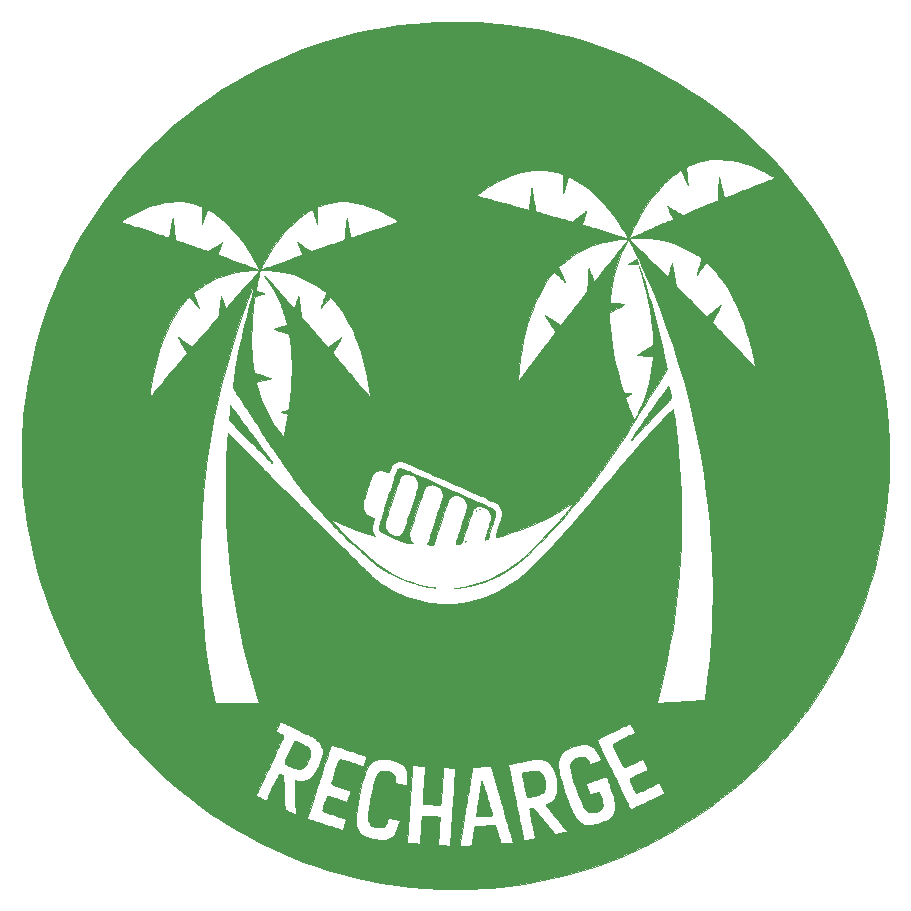
<source format=gbr>
%TF.GenerationSoftware,KiCad,Pcbnew,(6.0.7)*%
%TF.CreationDate,2022-10-04T19:13:39-05:00*%
%TF.ProjectId,BsidesCHS-2022-Badge,42736964-6573-4434-9853-2d323032322d,0*%
%TF.SameCoordinates,Original*%
%TF.FileFunction,Legend,Top*%
%TF.FilePolarity,Positive*%
%FSLAX46Y46*%
G04 Gerber Fmt 4.6, Leading zero omitted, Abs format (unit mm)*
G04 Created by KiCad (PCBNEW (6.0.7)) date 2022-10-04 19:13:39*
%MOMM*%
%LPD*%
G01*
G04 APERTURE LIST*
%ADD10C,0.010000*%
G04 APERTURE END LIST*
%TO.C,G\u002A\u002A\u002A*%
G36*
X134065838Y-134748798D02*
G01*
X146482800Y-134748798D01*
X147027344Y-134783150D01*
X147174277Y-134792267D01*
X147306485Y-134800178D01*
X147418345Y-134806572D01*
X147504236Y-134811135D01*
X147558535Y-134813556D01*
X147575741Y-134813648D01*
X147577849Y-134792427D01*
X147582492Y-134732852D01*
X147589397Y-134638808D01*
X147598291Y-134514180D01*
X147608900Y-134362856D01*
X147620951Y-134188720D01*
X147634170Y-133995658D01*
X147648284Y-133787556D01*
X147655447Y-133681215D01*
X147670276Y-133465720D01*
X147684945Y-133262221D01*
X147699116Y-133074776D01*
X147712452Y-132907439D01*
X147724614Y-132764267D01*
X147735264Y-132649315D01*
X147744064Y-132566640D01*
X147750676Y-132520295D01*
X147752885Y-132512303D01*
X147767466Y-132488406D01*
X147785762Y-132469745D01*
X147812307Y-132456068D01*
X147851634Y-132447129D01*
X147908276Y-132442678D01*
X147986767Y-132442466D01*
X148091638Y-132446244D01*
X148227425Y-132453764D01*
X148398659Y-132464777D01*
X148497613Y-132471422D01*
X148694128Y-132484986D01*
X148852567Y-132497057D01*
X148977110Y-132508703D01*
X149071935Y-132520989D01*
X149141222Y-132534984D01*
X149189151Y-132551754D01*
X149219902Y-132572366D01*
X149237653Y-132597886D01*
X149246585Y-132629382D01*
X149250528Y-132663603D01*
X149250280Y-132698340D01*
X149247335Y-132771017D01*
X149241941Y-132877346D01*
X149234350Y-133013036D01*
X149224811Y-133173797D01*
X149213574Y-133355341D01*
X149200889Y-133553377D01*
X149187005Y-133763615D01*
X149182873Y-133825039D01*
X149168756Y-134035255D01*
X149155688Y-134232284D01*
X149143921Y-134412171D01*
X149133705Y-134570958D01*
X149125292Y-134704690D01*
X149118931Y-134809410D01*
X149114876Y-134881161D01*
X149113375Y-134915987D01*
X149113493Y-134918715D01*
X149134470Y-134921117D01*
X149190454Y-134925849D01*
X149274215Y-134932391D01*
X149378523Y-134940224D01*
X149496146Y-134948829D01*
X149619856Y-134957685D01*
X149742421Y-134966275D01*
X149856611Y-134974077D01*
X149955196Y-134980573D01*
X150030946Y-134985243D01*
X150064792Y-134987066D01*
X150108056Y-134982110D01*
X150123183Y-134955216D01*
X150124053Y-134942209D01*
X150125559Y-134916009D01*
X150129736Y-134849898D01*
X150136428Y-134746201D01*
X150145481Y-134607247D01*
X150156744Y-134435362D01*
X150170061Y-134232873D01*
X150185278Y-134002108D01*
X150202244Y-133745393D01*
X150220802Y-133465056D01*
X150240801Y-133163424D01*
X150262085Y-132842823D01*
X150284503Y-132505581D01*
X150307899Y-132154025D01*
X150332120Y-131790482D01*
X150341305Y-131652722D01*
X150557505Y-128410861D01*
X150430211Y-128398817D01*
X150322695Y-128389438D01*
X150201294Y-128380149D01*
X150073100Y-128371345D01*
X149945209Y-128363419D01*
X149824713Y-128356764D01*
X149718706Y-128351777D01*
X149634281Y-128348849D01*
X149578532Y-128348376D01*
X149558707Y-128350404D01*
X149555422Y-128372913D01*
X149549627Y-128434304D01*
X149541570Y-128531219D01*
X149531499Y-128660298D01*
X149519664Y-128818180D01*
X149506312Y-129001507D01*
X149491691Y-129206916D01*
X149476052Y-129431050D01*
X149459641Y-129670548D01*
X149444929Y-129888814D01*
X149424656Y-130189794D01*
X149406722Y-130451174D01*
X149390899Y-130675606D01*
X149376958Y-130865747D01*
X149364670Y-131024249D01*
X149353807Y-131153768D01*
X149344141Y-131256957D01*
X149335443Y-131336472D01*
X149327484Y-131394966D01*
X149320036Y-131435094D01*
X149312871Y-131459510D01*
X149309076Y-131467040D01*
X149285082Y-131495867D01*
X149252866Y-131511457D01*
X149199824Y-131517747D01*
X149143554Y-131518723D01*
X149084838Y-131517444D01*
X148994854Y-131513762D01*
X148880642Y-131508116D01*
X148749241Y-131500945D01*
X148607690Y-131492685D01*
X148463029Y-131483777D01*
X148322296Y-131474658D01*
X148192530Y-131465768D01*
X148080771Y-131457543D01*
X147994057Y-131450423D01*
X147939429Y-131444846D01*
X147927226Y-131442964D01*
X147880959Y-131418514D01*
X147845492Y-131380696D01*
X147839085Y-131368542D01*
X147833975Y-131351530D01*
X147830288Y-131326716D01*
X147828149Y-131291154D01*
X147827684Y-131241902D01*
X147829017Y-131176014D01*
X147832275Y-131090547D01*
X147837582Y-130982555D01*
X147845063Y-130849096D01*
X147854845Y-130687224D01*
X147867051Y-130493996D01*
X147881808Y-130266467D01*
X147899241Y-130001693D01*
X147912993Y-129794272D01*
X147929460Y-129543525D01*
X147944753Y-129305177D01*
X147958679Y-129082585D01*
X147971044Y-128879102D01*
X147981656Y-128698083D01*
X147990321Y-128542884D01*
X147996848Y-128416858D01*
X148001043Y-128323360D01*
X148002713Y-128265745D01*
X148001913Y-128247357D01*
X147977591Y-128241986D01*
X147918174Y-128235047D01*
X147830674Y-128226991D01*
X147722104Y-128218270D01*
X147599474Y-128209335D01*
X147469797Y-128200637D01*
X147340086Y-128192628D01*
X147217352Y-128185758D01*
X147108606Y-128180479D01*
X147020862Y-128177242D01*
X146961130Y-128176498D01*
X146936424Y-128178699D01*
X146936325Y-128178787D01*
X146933505Y-128200980D01*
X146928079Y-128263085D01*
X146920208Y-128362769D01*
X146910057Y-128497701D01*
X146897789Y-128665549D01*
X146883568Y-128863983D01*
X146867557Y-129090669D01*
X146849920Y-129343277D01*
X146830820Y-129619475D01*
X146810421Y-129916931D01*
X146788887Y-130233315D01*
X146766380Y-130566294D01*
X146743064Y-130913537D01*
X146719104Y-131272712D01*
X146715211Y-131331288D01*
X146691060Y-131694594D01*
X146667542Y-132047849D01*
X146644822Y-132388594D01*
X146623066Y-132714371D01*
X146602439Y-133022723D01*
X146583106Y-133311192D01*
X146565233Y-133577321D01*
X146548984Y-133818651D01*
X146534526Y-134032726D01*
X146522022Y-134217087D01*
X146511639Y-134369277D01*
X146503542Y-134486839D01*
X146497896Y-134567314D01*
X146494867Y-134608245D01*
X146494718Y-134610024D01*
X146482800Y-134748798D01*
X134065838Y-134748798D01*
X133167289Y-134282828D01*
X132090914Y-133677881D01*
X131034585Y-133036608D01*
X130493890Y-132683005D01*
X138004612Y-132683005D01*
X138022753Y-132691558D01*
X138077462Y-132711661D01*
X138164949Y-132742091D01*
X138281423Y-132781621D01*
X138423093Y-132829028D01*
X138586168Y-132883085D01*
X138766857Y-132942568D01*
X138961369Y-133006252D01*
X139165913Y-133072911D01*
X139376700Y-133141321D01*
X139589936Y-133210257D01*
X139801833Y-133278493D01*
X140008599Y-133344805D01*
X140206442Y-133407967D01*
X140391573Y-133466754D01*
X140560200Y-133519943D01*
X140708533Y-133566306D01*
X140832780Y-133604620D01*
X140929150Y-133633659D01*
X140993854Y-133652198D01*
X141023099Y-133659013D01*
X141024367Y-133658854D01*
X141034463Y-133635759D01*
X141055342Y-133578145D01*
X141085014Y-133491853D01*
X141121490Y-133382726D01*
X141162778Y-133256604D01*
X141187267Y-133180706D01*
X141229507Y-133048455D01*
X141266754Y-132930551D01*
X141297252Y-132832657D01*
X141316255Y-132770258D01*
X142150433Y-132770258D01*
X142153945Y-132972186D01*
X142169182Y-133153832D01*
X142196029Y-133318560D01*
X142234374Y-133469735D01*
X142240226Y-133488660D01*
X142312173Y-133670201D01*
X142407213Y-133826733D01*
X142529047Y-133961661D01*
X142681377Y-134078385D01*
X142867902Y-134180309D01*
X143090185Y-134270083D01*
X143336173Y-134347052D01*
X143592452Y-134409517D01*
X143851002Y-134456487D01*
X144103800Y-134486972D01*
X144342827Y-134499983D01*
X144560059Y-134494530D01*
X144732119Y-134472672D01*
X144895921Y-134427730D01*
X145045959Y-134357008D01*
X145183835Y-134258391D01*
X145311151Y-134129758D01*
X145429508Y-133968993D01*
X145540508Y-133773977D01*
X145645751Y-133542593D01*
X145746839Y-133272723D01*
X145826518Y-133025309D01*
X145855196Y-132923714D01*
X145868463Y-132857995D01*
X145866886Y-132824825D01*
X145861510Y-132819640D01*
X145835875Y-132813856D01*
X145775948Y-132801628D01*
X145689039Y-132784366D01*
X145582453Y-132763478D01*
X145463501Y-132740373D01*
X145339488Y-132716460D01*
X145217724Y-132693147D01*
X145105515Y-132671845D01*
X145010171Y-132653960D01*
X144938997Y-132640902D01*
X144899303Y-132634081D01*
X144897842Y-132633866D01*
X144875644Y-132651960D01*
X144850180Y-132711850D01*
X144827859Y-132788500D01*
X144766350Y-132981986D01*
X144691156Y-133144523D01*
X144604115Y-133273426D01*
X144507066Y-133366009D01*
X144401848Y-133419587D01*
X144394341Y-133421775D01*
X144294650Y-133438701D01*
X144168321Y-133444414D01*
X144029408Y-133439362D01*
X143891970Y-133423992D01*
X143783502Y-133402313D01*
X143625900Y-133351736D01*
X143495887Y-133285848D01*
X143391950Y-133201514D01*
X143312576Y-133095603D01*
X143256251Y-132964980D01*
X143221462Y-132806512D01*
X143206696Y-132617068D01*
X143210440Y-132393513D01*
X143221242Y-132238167D01*
X143247057Y-131988682D01*
X143283677Y-131711503D01*
X143329561Y-131414352D01*
X143383170Y-131104954D01*
X143442964Y-130791031D01*
X143507405Y-130480308D01*
X143574952Y-130180508D01*
X143644067Y-129899355D01*
X143713208Y-129644572D01*
X143780838Y-129423883D01*
X143784270Y-129413529D01*
X143866912Y-129189491D01*
X143952564Y-129006067D01*
X144042358Y-128861576D01*
X144137428Y-128754341D01*
X144238907Y-128682683D01*
X144293364Y-128659340D01*
X144405112Y-128636443D01*
X144543806Y-128631727D01*
X144698939Y-128643643D01*
X144860003Y-128670642D01*
X145016489Y-128711174D01*
X145157890Y-128763692D01*
X145224479Y-128796602D01*
X145340434Y-128877122D01*
X145419961Y-128972676D01*
X145465994Y-129081844D01*
X145477740Y-129151944D01*
X145484319Y-129249592D01*
X145485660Y-129360308D01*
X145481693Y-129469614D01*
X145472347Y-129563032D01*
X145468455Y-129585941D01*
X145451254Y-129674798D01*
X145548752Y-129695517D01*
X145689377Y-129724777D01*
X145834089Y-129753781D01*
X145976811Y-129781427D01*
X146111466Y-129806612D01*
X146231977Y-129828233D01*
X146332267Y-129845186D01*
X146406258Y-129856370D01*
X146447874Y-129860680D01*
X146454628Y-129859928D01*
X146461771Y-129834872D01*
X146471067Y-129777371D01*
X146481079Y-129697162D01*
X146486984Y-129640631D01*
X146495290Y-129514841D01*
X146498693Y-129368310D01*
X146497563Y-129211196D01*
X146492268Y-129053653D01*
X146483175Y-128905836D01*
X146470655Y-128777902D01*
X146455074Y-128680006D01*
X146451575Y-128664730D01*
X146396698Y-128493106D01*
X146319870Y-128340372D01*
X146218518Y-128204738D01*
X146103209Y-128096723D01*
X155040555Y-128096723D01*
X155044119Y-128117616D01*
X155055669Y-128177247D01*
X155074647Y-128272891D01*
X155100496Y-128401826D01*
X155132657Y-128561327D01*
X155170572Y-128748669D01*
X155213682Y-128961129D01*
X155261430Y-129195983D01*
X155313258Y-129450506D01*
X155368607Y-129721975D01*
X155426918Y-130007666D01*
X155487635Y-130304854D01*
X155550198Y-130610815D01*
X155614050Y-130922826D01*
X155678632Y-131238162D01*
X155743386Y-131554100D01*
X155807755Y-131867915D01*
X155871179Y-132176883D01*
X155933100Y-132478280D01*
X155992962Y-132769383D01*
X156050204Y-133047466D01*
X156104269Y-133309807D01*
X156154600Y-133553681D01*
X156200637Y-133776363D01*
X156241822Y-133975131D01*
X156277598Y-134147260D01*
X156307407Y-134290025D01*
X156330689Y-134400703D01*
X156346887Y-134476570D01*
X156355443Y-134514902D01*
X156356503Y-134518875D01*
X156360461Y-134529719D01*
X156367013Y-134537296D01*
X156381146Y-134540935D01*
X156407849Y-134539966D01*
X156452108Y-134533719D01*
X156518912Y-134521523D01*
X156613249Y-134502709D01*
X156740106Y-134476606D01*
X156867469Y-134450209D01*
X157000697Y-134422398D01*
X157119068Y-134397307D01*
X157216617Y-134376231D01*
X157287378Y-134360465D01*
X157325387Y-134351307D01*
X157330232Y-134349667D01*
X157326754Y-134328545D01*
X157315423Y-134269589D01*
X157296971Y-134176414D01*
X157272130Y-134052642D01*
X157241631Y-133901888D01*
X157206208Y-133727772D01*
X157166590Y-133533912D01*
X157123512Y-133323927D01*
X157079641Y-133110830D01*
X157021724Y-132828462D01*
X156972628Y-132585732D01*
X156932040Y-132380943D01*
X156899649Y-132212398D01*
X156875140Y-132078399D01*
X156858203Y-131977248D01*
X156848522Y-131907248D01*
X156845787Y-131866702D01*
X156848195Y-131854505D01*
X156885743Y-131834641D01*
X156949867Y-131815594D01*
X157025926Y-131800048D01*
X157099276Y-131790686D01*
X157155276Y-131790193D01*
X157173710Y-131794849D01*
X157192806Y-131814155D01*
X157236223Y-131863629D01*
X157301674Y-131940514D01*
X157386869Y-132042054D01*
X157489520Y-132165491D01*
X157607339Y-132308069D01*
X157738036Y-132467032D01*
X157879324Y-132639623D01*
X158028914Y-132823085D01*
X158103927Y-132915347D01*
X158299051Y-133155026D01*
X158468946Y-133362534D01*
X158614554Y-133538977D01*
X158736815Y-133685462D01*
X158836669Y-133803094D01*
X158915056Y-133892979D01*
X158972917Y-133956224D01*
X159011193Y-133993934D01*
X159030823Y-134007215D01*
X159032288Y-134007149D01*
X159061887Y-134000313D01*
X159126734Y-133986384D01*
X159220587Y-133966668D01*
X159337202Y-133942472D01*
X159470336Y-133915100D01*
X159556773Y-133897447D01*
X159712102Y-133865541D01*
X159830430Y-133840383D01*
X159916311Y-133820651D01*
X159974301Y-133805021D01*
X160008954Y-133792169D01*
X160024826Y-133780773D01*
X160026471Y-133769507D01*
X160022439Y-133762141D01*
X160005074Y-133740019D01*
X159963286Y-133687852D01*
X159899349Y-133608451D01*
X159815536Y-133504627D01*
X159714120Y-133379191D01*
X159597375Y-133234953D01*
X159467573Y-133074724D01*
X159326988Y-132901315D01*
X159177892Y-132717537D01*
X159108250Y-132631737D01*
X158956683Y-132444916D01*
X158813112Y-132267723D01*
X158679743Y-132102898D01*
X158558785Y-131953181D01*
X158452447Y-131821311D01*
X158362936Y-131710029D01*
X158292462Y-131622075D01*
X158243231Y-131560187D01*
X158217453Y-131527106D01*
X158214063Y-131522278D01*
X158229757Y-131507776D01*
X158276331Y-131478805D01*
X158346651Y-131439524D01*
X158433582Y-131394092D01*
X158436313Y-131392707D01*
X158655714Y-131261070D01*
X158839720Y-131106432D01*
X158988185Y-130928961D01*
X159100968Y-130728824D01*
X159170930Y-130532832D01*
X159207505Y-130339666D01*
X159221713Y-130118735D01*
X159215114Y-129877199D01*
X159189265Y-129622218D01*
X159145725Y-129360951D01*
X159086053Y-129100559D01*
X159011808Y-128848201D01*
X158924547Y-128611036D01*
X158825830Y-128396225D01*
X158717215Y-128210927D01*
X158643942Y-128111998D01*
X158591823Y-128058931D01*
X159288167Y-128058931D01*
X159299605Y-128304793D01*
X159333977Y-128583768D01*
X159391368Y-128896231D01*
X159471862Y-129242554D01*
X159575543Y-129623112D01*
X159702497Y-130038278D01*
X159814028Y-130375500D01*
X159960205Y-130795387D01*
X160099581Y-131175422D01*
X160233190Y-131517351D01*
X160362068Y-131822925D01*
X160487250Y-132093892D01*
X160609771Y-132331999D01*
X160730666Y-132538997D01*
X160850970Y-132716633D01*
X160971718Y-132866657D01*
X161093946Y-132990816D01*
X161218688Y-133090859D01*
X161346979Y-133168535D01*
X161479855Y-133225593D01*
X161506385Y-133234465D01*
X161629391Y-133260910D01*
X161780562Y-133273102D01*
X161948211Y-133271069D01*
X162120653Y-133254839D01*
X162249400Y-133232673D01*
X162418236Y-133191254D01*
X162610076Y-133134649D01*
X162810645Y-133067728D01*
X163005667Y-132995360D01*
X163180865Y-132922416D01*
X163243409Y-132893588D01*
X163471572Y-132772411D01*
X163659960Y-132644961D01*
X163810955Y-132508810D01*
X163926940Y-132361530D01*
X164010298Y-132200696D01*
X164053060Y-132068834D01*
X164068392Y-131976480D01*
X164077534Y-131853235D01*
X164080624Y-131710065D01*
X164077797Y-131557937D01*
X164069192Y-131407818D01*
X164054945Y-131270673D01*
X164042102Y-131190417D01*
X163979173Y-130898762D01*
X163897303Y-130579244D01*
X163798845Y-130240586D01*
X163713566Y-129973334D01*
X163655556Y-129801813D01*
X163598281Y-129639132D01*
X163543545Y-129489885D01*
X163493154Y-129358670D01*
X163448913Y-129250082D01*
X163412626Y-129168716D01*
X163386100Y-129119169D01*
X163372708Y-129105500D01*
X163350210Y-129112106D01*
X163292881Y-129130787D01*
X163205712Y-129159832D01*
X163093689Y-129197535D01*
X162961801Y-129242187D01*
X162815037Y-129292080D01*
X162658385Y-129345506D01*
X162496832Y-129400755D01*
X162335368Y-129456121D01*
X162178980Y-129509895D01*
X162032657Y-129560368D01*
X161901387Y-129605832D01*
X161790158Y-129644580D01*
X161703959Y-129674902D01*
X161647778Y-129695091D01*
X161626603Y-129703438D01*
X161626570Y-129703472D01*
X161631551Y-129724641D01*
X161648554Y-129778794D01*
X161675188Y-129859112D01*
X161709064Y-129958775D01*
X161747790Y-130070963D01*
X161788975Y-130188857D01*
X161830229Y-130305636D01*
X161869161Y-130414482D01*
X161903381Y-130508574D01*
X161930497Y-130581092D01*
X161948120Y-130625218D01*
X161953241Y-130635338D01*
X161977389Y-130634100D01*
X162034642Y-130620496D01*
X162118258Y-130596448D01*
X162221492Y-130563877D01*
X162319679Y-130530909D01*
X162456945Y-130483267D01*
X162561805Y-130449726D01*
X162640470Y-130433575D01*
X162699152Y-130438104D01*
X162744063Y-130466603D01*
X162781415Y-130522362D01*
X162817420Y-130608670D01*
X162858290Y-130728818D01*
X162893033Y-130834556D01*
X162962520Y-131058839D01*
X163010459Y-131250391D01*
X163036513Y-131413115D01*
X163040345Y-131550916D01*
X163021620Y-131667698D01*
X162980000Y-131767365D01*
X162915148Y-131853820D01*
X162826728Y-131930970D01*
X162796671Y-131952132D01*
X162646642Y-132038226D01*
X162484525Y-132104837D01*
X162319083Y-132150115D01*
X162159077Y-132172209D01*
X162013270Y-132169271D01*
X161897045Y-132142054D01*
X161798072Y-132091546D01*
X161702177Y-132015377D01*
X161607015Y-131910528D01*
X161510238Y-131773977D01*
X161409501Y-131602705D01*
X161302457Y-131393690D01*
X161280976Y-131348967D01*
X161183133Y-131132373D01*
X161079519Y-130883168D01*
X160972927Y-130609491D01*
X160866151Y-130319481D01*
X160761981Y-130021276D01*
X160663210Y-129723015D01*
X160572630Y-129432835D01*
X160493033Y-129158877D01*
X160427213Y-128909277D01*
X160391450Y-128756250D01*
X160346116Y-128524414D01*
X160320143Y-128326735D01*
X160314597Y-128159193D01*
X160330548Y-128017770D01*
X160369062Y-127898446D01*
X160431207Y-127797199D01*
X160518051Y-127710012D01*
X160630663Y-127632864D01*
X160699825Y-127595346D01*
X160847496Y-127531205D01*
X161002754Y-127482464D01*
X161157171Y-127450332D01*
X161302320Y-127436017D01*
X161429773Y-127440725D01*
X161531104Y-127465665D01*
X161548552Y-127473728D01*
X161659780Y-127553833D01*
X161761899Y-127674809D01*
X161854472Y-127836089D01*
X161892712Y-127921212D01*
X161921179Y-127986356D01*
X161944933Y-128035490D01*
X161956051Y-128054116D01*
X161977809Y-128050959D01*
X162032860Y-128036335D01*
X162114427Y-128012432D01*
X162215732Y-127981438D01*
X162329998Y-127945539D01*
X162450446Y-127906924D01*
X162570299Y-127867779D01*
X162682780Y-127830291D01*
X162781111Y-127796648D01*
X162858513Y-127769037D01*
X162908210Y-127749646D01*
X162922940Y-127742084D01*
X162915850Y-127722678D01*
X162893190Y-127672028D01*
X162858085Y-127596875D01*
X162813655Y-127503958D01*
X162790815Y-127456838D01*
X162650267Y-127188224D01*
X162508864Y-126957781D01*
X162367365Y-126766530D01*
X162226526Y-126615494D01*
X162087105Y-126505694D01*
X162084578Y-126504079D01*
X161922660Y-126425761D01*
X161733401Y-126379479D01*
X161516737Y-126365234D01*
X161272604Y-126383027D01*
X161000940Y-126432860D01*
X160701680Y-126514733D01*
X160664000Y-126526682D01*
X160358298Y-126638626D01*
X160091959Y-126765332D01*
X159864557Y-126907111D01*
X159675665Y-127064272D01*
X159524855Y-127237127D01*
X159411701Y-127425987D01*
X159403287Y-127443917D01*
X159354619Y-127561084D01*
X159321139Y-127672415D01*
X159300495Y-127790484D01*
X159290333Y-127927869D01*
X159288167Y-128058931D01*
X158591823Y-128058931D01*
X158482273Y-127947389D01*
X158297468Y-127818149D01*
X158090440Y-127724872D01*
X158006251Y-127699012D01*
X157877619Y-127673480D01*
X157720352Y-127656866D01*
X157547317Y-127649720D01*
X157371376Y-127652594D01*
X157213834Y-127665041D01*
X157162288Y-127672690D01*
X157077472Y-127687276D01*
X156964133Y-127707856D01*
X156827016Y-127733488D01*
X156670871Y-127763228D01*
X156500444Y-127796133D01*
X156320482Y-127831260D01*
X156135734Y-127867667D01*
X155950945Y-127904410D01*
X155770865Y-127940546D01*
X155600239Y-127975133D01*
X155443815Y-128007227D01*
X155306341Y-128035885D01*
X155192565Y-128060165D01*
X155107232Y-128079124D01*
X155055091Y-128091818D01*
X155040555Y-128096723D01*
X146103209Y-128096723D01*
X146090070Y-128084416D01*
X145931953Y-127977615D01*
X145741596Y-127882545D01*
X145516426Y-127797418D01*
X145253870Y-127720444D01*
X145011250Y-127662671D01*
X144886905Y-127641530D01*
X144739567Y-127626013D01*
X144579920Y-127616346D01*
X144418649Y-127612755D01*
X144266437Y-127615466D01*
X144133968Y-127624704D01*
X144031925Y-127640695D01*
X144027000Y-127641874D01*
X143817974Y-127713015D01*
X143620281Y-127818445D01*
X143442195Y-127952504D01*
X143291991Y-128109534D01*
X143239599Y-128180402D01*
X143127410Y-128367910D01*
X143017168Y-128596814D01*
X142909138Y-128866211D01*
X142803584Y-129175197D01*
X142700773Y-129522869D01*
X142600969Y-129908322D01*
X142504439Y-130330653D01*
X142411445Y-130788959D01*
X142322255Y-131282335D01*
X142312709Y-131338584D01*
X142255898Y-131692407D01*
X142211378Y-132009121D01*
X142179036Y-132292091D01*
X142158759Y-132544681D01*
X142150433Y-132770258D01*
X141316255Y-132770258D01*
X141319247Y-132760437D01*
X141330984Y-132719552D01*
X141332401Y-132712430D01*
X141312054Y-132705478D01*
X141255383Y-132686827D01*
X141166357Y-132657764D01*
X141048941Y-132619579D01*
X140907105Y-132573559D01*
X140744816Y-132520995D01*
X140566041Y-132463175D01*
X140386334Y-132405127D01*
X140152164Y-132329292D01*
X139955188Y-132264734D01*
X139792210Y-132210047D01*
X139660036Y-132163825D01*
X139555469Y-132124661D01*
X139475315Y-132091148D01*
X139416379Y-132061882D01*
X139375465Y-132035455D01*
X139349378Y-132010461D01*
X139334923Y-131985494D01*
X139328904Y-131959148D01*
X139328000Y-131939342D01*
X139334337Y-131906380D01*
X139352142Y-131839354D01*
X139379609Y-131744398D01*
X139414930Y-131627645D01*
X139456298Y-131495231D01*
X139488509Y-131394576D01*
X139546601Y-131217825D01*
X139595418Y-131077727D01*
X139637215Y-130970202D01*
X139674246Y-130891170D01*
X139708766Y-130836551D01*
X139743030Y-130802264D01*
X139779293Y-130784230D01*
X139819810Y-130778369D01*
X139829080Y-130778303D01*
X139862238Y-130784879D01*
X139930753Y-130803337D01*
X140029811Y-130832214D01*
X140154594Y-130870046D01*
X140300285Y-130915372D01*
X140462068Y-130966728D01*
X140635127Y-131022651D01*
X140655875Y-131029420D01*
X141422833Y-131279902D01*
X141578021Y-130801243D01*
X141733210Y-130322584D01*
X140962621Y-130068584D01*
X140752470Y-129999090D01*
X140579065Y-129940827D01*
X140438878Y-129891977D01*
X140328384Y-129850727D01*
X140244053Y-129815260D01*
X140182360Y-129783762D01*
X140139778Y-129754416D01*
X140112778Y-129725408D01*
X140097833Y-129694922D01*
X140091418Y-129661143D01*
X140090003Y-129622255D01*
X140090000Y-129619464D01*
X140096306Y-129587302D01*
X140114143Y-129520058D01*
X140141894Y-129422891D01*
X140177940Y-129300959D01*
X140220663Y-129159419D01*
X140268445Y-129003428D01*
X140319666Y-128838146D01*
X140372709Y-128668729D01*
X140425955Y-128500336D01*
X140477785Y-128338124D01*
X140526582Y-128187252D01*
X140570727Y-128052876D01*
X140608601Y-127940155D01*
X140638587Y-127854246D01*
X140659064Y-127800308D01*
X140664692Y-127787944D01*
X140697417Y-127754022D01*
X140754094Y-127716533D01*
X140818274Y-127684558D01*
X140873509Y-127667180D01*
X140885227Y-127666167D01*
X140912009Y-127672523D01*
X140974846Y-127690721D01*
X141069550Y-127719454D01*
X141191937Y-127757416D01*
X141337821Y-127803299D01*
X141503016Y-127855798D01*
X141683335Y-127913605D01*
X141840835Y-127964469D01*
X142029629Y-128025144D01*
X142206115Y-128080911D01*
X142366218Y-128130552D01*
X142505865Y-128172847D01*
X142620981Y-128206578D01*
X142707491Y-128230526D01*
X142761323Y-128243473D01*
X142778332Y-128244927D01*
X142790820Y-128218875D01*
X142812908Y-128160334D01*
X142842189Y-128076788D01*
X142876255Y-127975722D01*
X142912701Y-127864619D01*
X142949119Y-127750964D01*
X142983103Y-127642241D01*
X143012246Y-127545936D01*
X143034141Y-127469531D01*
X143046381Y-127420511D01*
X143047935Y-127406556D01*
X143027073Y-127396348D01*
X142969746Y-127374672D01*
X142879783Y-127342769D01*
X142761014Y-127301879D01*
X142617266Y-127253242D01*
X142452370Y-127198100D01*
X142270154Y-127137691D01*
X142074446Y-127073257D01*
X141869077Y-127006037D01*
X141657874Y-126937273D01*
X141444667Y-126868204D01*
X141233285Y-126800071D01*
X141027556Y-126734114D01*
X140831310Y-126671574D01*
X140648375Y-126613690D01*
X140482581Y-126561704D01*
X140337756Y-126516855D01*
X140217730Y-126480385D01*
X140126331Y-126453532D01*
X140067388Y-126437538D01*
X140044730Y-126433643D01*
X140044686Y-126433683D01*
X140036602Y-126455217D01*
X140016195Y-126514844D01*
X139984181Y-126610379D01*
X139941273Y-126739640D01*
X139888188Y-126900444D01*
X139825640Y-127090607D01*
X139754345Y-127307945D01*
X139675017Y-127550276D01*
X139588372Y-127815416D01*
X139495125Y-128101182D01*
X139395991Y-128405391D01*
X139291684Y-128725859D01*
X139182921Y-129060403D01*
X139070416Y-129406839D01*
X139020527Y-129560584D01*
X138906697Y-129911400D01*
X138796397Y-130251224D01*
X138690336Y-130577877D01*
X138589224Y-130889179D01*
X138493768Y-131182952D01*
X138404677Y-131457017D01*
X138322662Y-131709196D01*
X138248429Y-131937310D01*
X138182689Y-132139180D01*
X138126149Y-132312629D01*
X138079520Y-132455476D01*
X138043509Y-132565544D01*
X138018826Y-132640653D01*
X138006180Y-132678626D01*
X138004612Y-132683005D01*
X130493890Y-132683005D01*
X129999343Y-132359583D01*
X128986231Y-131647386D01*
X127996288Y-130900592D01*
X127778802Y-130724750D01*
X133683899Y-130724750D01*
X133685383Y-130740739D01*
X133699314Y-130758894D01*
X133730086Y-130781769D01*
X133782089Y-130811924D01*
X133859715Y-130851913D01*
X133967357Y-130904294D01*
X134102068Y-130968167D01*
X134226370Y-131026664D01*
X134337729Y-131078987D01*
X134430471Y-131122477D01*
X134498920Y-131154473D01*
X134537399Y-131172316D01*
X134543502Y-131175050D01*
X134554907Y-131157517D01*
X134582705Y-131104984D01*
X134625277Y-131020763D01*
X134681006Y-130908165D01*
X134748273Y-130770501D01*
X134825460Y-130611083D01*
X134910947Y-130433220D01*
X135003117Y-130240225D01*
X135094685Y-130047378D01*
X135210204Y-129803876D01*
X135309277Y-129596150D01*
X135393249Y-129421566D01*
X135463467Y-129277486D01*
X135521274Y-129161274D01*
X135568016Y-129070293D01*
X135605038Y-129001908D01*
X135633686Y-128953482D01*
X135655303Y-128922378D01*
X135671236Y-128905961D01*
X135679084Y-128901940D01*
X135732309Y-128906252D01*
X135814046Y-128937508D01*
X135860422Y-128960695D01*
X135930001Y-128998708D01*
X135970990Y-129027995D01*
X135992378Y-129059320D01*
X136003154Y-129103450D01*
X136007836Y-129137250D01*
X136011026Y-129176919D01*
X136015497Y-129254922D01*
X136021079Y-129367287D01*
X136027601Y-129510041D01*
X136034892Y-129679209D01*
X136042781Y-129870819D01*
X136051097Y-130080898D01*
X136059670Y-130305472D01*
X136068329Y-130540567D01*
X136069247Y-130566000D01*
X136080755Y-130875360D01*
X136091568Y-131145360D01*
X136101664Y-131375573D01*
X136111021Y-131565572D01*
X136119615Y-131714928D01*
X136127424Y-131823216D01*
X136134427Y-131890007D01*
X136140243Y-131914561D01*
X136165392Y-131930649D01*
X136223183Y-131961768D01*
X136307901Y-132005031D01*
X136413836Y-132057548D01*
X136535274Y-132116429D01*
X136608084Y-132151182D01*
X137052584Y-132362159D01*
X137058535Y-132294871D01*
X137058779Y-132262516D01*
X137057495Y-132191572D01*
X137054802Y-132085750D01*
X137050817Y-131948765D01*
X137045659Y-131784327D01*
X137039445Y-131596150D01*
X137032293Y-131387946D01*
X137024321Y-131163427D01*
X137015646Y-130926305D01*
X137012096Y-130831162D01*
X137003195Y-130592277D01*
X136994893Y-130366193D01*
X136987309Y-130156408D01*
X136980564Y-129966418D01*
X136974779Y-129799717D01*
X136970075Y-129659803D01*
X136966571Y-129550171D01*
X136964389Y-129474318D01*
X136963649Y-129435738D01*
X136963810Y-129431474D01*
X136984852Y-129434156D01*
X137037866Y-129444064D01*
X137113468Y-129459395D01*
X137158417Y-129468874D01*
X137348444Y-129496325D01*
X137546601Y-129501685D01*
X137738071Y-129485404D01*
X137908040Y-129447930D01*
X137914193Y-129445993D01*
X138055306Y-129386694D01*
X138204991Y-129299021D01*
X138350776Y-129191331D01*
X138480187Y-129071981D01*
X138493481Y-129057859D01*
X138630272Y-128891794D01*
X138766569Y-128692225D01*
X138898110Y-128467815D01*
X139020631Y-128227224D01*
X139129869Y-127979115D01*
X139221561Y-127732148D01*
X139291442Y-127494985D01*
X139316102Y-127386601D01*
X139337115Y-127243854D01*
X139347032Y-127087373D01*
X139345837Y-126931678D01*
X139333518Y-126791292D01*
X139316757Y-126703963D01*
X139244748Y-126510493D01*
X139131475Y-126323267D01*
X138977652Y-126143067D01*
X138811825Y-125995448D01*
X162531436Y-125995448D01*
X162542488Y-126019356D01*
X162570659Y-126078523D01*
X162614742Y-126170455D01*
X162673526Y-126292655D01*
X162745803Y-126442626D01*
X162830362Y-126617874D01*
X162925995Y-126815902D01*
X163031493Y-127034214D01*
X163145645Y-127270315D01*
X163267244Y-127521707D01*
X163395078Y-127785896D01*
X163527939Y-128060385D01*
X163664618Y-128342678D01*
X163803905Y-128630279D01*
X163944590Y-128920693D01*
X164085466Y-129211422D01*
X164225321Y-129499972D01*
X164362947Y-129783847D01*
X164497134Y-130060549D01*
X164626674Y-130327584D01*
X164750356Y-130582456D01*
X164866972Y-130822667D01*
X164975311Y-131045723D01*
X165074165Y-131249128D01*
X165162325Y-131430384D01*
X165238580Y-131586998D01*
X165301722Y-131716471D01*
X165350541Y-131816309D01*
X165383828Y-131884016D01*
X165400374Y-131917094D01*
X165402031Y-131920071D01*
X165421779Y-131911173D01*
X165476648Y-131885237D01*
X165563665Y-131843692D01*
X165679859Y-131787969D01*
X165822258Y-131719500D01*
X165987890Y-131639713D01*
X166173784Y-131550039D01*
X166376967Y-131451910D01*
X166594468Y-131346754D01*
X166823315Y-131236003D01*
X166830781Y-131232388D01*
X167059753Y-131121266D01*
X167277196Y-131015246D01*
X167480162Y-130915795D01*
X167665706Y-130824380D01*
X167830880Y-130742469D01*
X167972740Y-130671528D01*
X168088337Y-130613025D01*
X168174726Y-130568426D01*
X168228960Y-130539199D01*
X168248093Y-130526810D01*
X168248091Y-130526703D01*
X168238054Y-130503413D01*
X168212191Y-130447645D01*
X168173157Y-130365004D01*
X168123608Y-130261097D01*
X168066202Y-130141530D01*
X168032688Y-130072050D01*
X167821443Y-129634803D01*
X167581763Y-129748510D01*
X167503599Y-129785783D01*
X167394028Y-129838306D01*
X167259736Y-129902859D01*
X167107410Y-129976224D01*
X166943735Y-130055182D01*
X166775397Y-130136514D01*
X166680631Y-130182359D01*
X166521928Y-130258368D01*
X166373797Y-130327780D01*
X166240991Y-130388482D01*
X166128259Y-130438363D01*
X166040354Y-130475312D01*
X165982027Y-130497215D01*
X165960382Y-130502500D01*
X165921346Y-130499106D01*
X165885848Y-130486161D01*
X165850892Y-130459524D01*
X165813483Y-130415050D01*
X165770623Y-130348597D01*
X165719318Y-130256022D01*
X165656571Y-130133182D01*
X165579385Y-129975934D01*
X165578980Y-129975099D01*
X165498425Y-129807230D01*
X165436401Y-129672215D01*
X165391629Y-129565494D01*
X165362832Y-129482508D01*
X165348731Y-129418698D01*
X165348049Y-129369504D01*
X165359508Y-129330367D01*
X165381830Y-129296727D01*
X165387142Y-129290637D01*
X165419674Y-129266764D01*
X165487476Y-129226955D01*
X165587326Y-129172895D01*
X165716000Y-129106269D01*
X165870276Y-129028759D01*
X166046930Y-128942049D01*
X166146167Y-128894075D01*
X166307131Y-128816421D01*
X166455990Y-128744187D01*
X166588444Y-128679490D01*
X166700192Y-128624449D01*
X166786936Y-128581184D01*
X166844375Y-128551812D01*
X166868210Y-128538453D01*
X166868496Y-128538186D01*
X166863975Y-128515237D01*
X166843101Y-128461238D01*
X166809044Y-128382706D01*
X166764974Y-128286155D01*
X166714060Y-128178098D01*
X166659472Y-128065051D01*
X166604380Y-127953529D01*
X166551953Y-127850044D01*
X166505361Y-127761113D01*
X166467774Y-127693250D01*
X166442362Y-127652969D01*
X166433743Y-127644656D01*
X166410079Y-127653529D01*
X166352739Y-127678945D01*
X166266080Y-127718860D01*
X166154459Y-127771227D01*
X166022236Y-127834002D01*
X165873766Y-127905139D01*
X165713409Y-127982593D01*
X165703460Y-127987418D01*
X165495305Y-128087673D01*
X165322629Y-128169210D01*
X165183393Y-128232926D01*
X165075560Y-128279714D01*
X164997092Y-128310470D01*
X164945951Y-128326089D01*
X164926541Y-128328551D01*
X164892171Y-128326356D01*
X164861156Y-128319739D01*
X164831474Y-128305534D01*
X164801102Y-128280576D01*
X164768018Y-128241696D01*
X164730198Y-128185728D01*
X164685619Y-128109506D01*
X164632259Y-128009862D01*
X164568094Y-127883631D01*
X164491103Y-127727645D01*
X164399261Y-127538737D01*
X164328465Y-127392283D01*
X164229641Y-127187219D01*
X164147982Y-127016614D01*
X164081968Y-126876938D01*
X164030081Y-126764660D01*
X163990803Y-126676250D01*
X163962616Y-126608180D01*
X163944002Y-126556919D01*
X163933442Y-126518937D01*
X163929418Y-126490705D01*
X163930411Y-126468693D01*
X163930622Y-126467338D01*
X163935691Y-126437251D01*
X163942191Y-126410089D01*
X163952662Y-126384381D01*
X163969643Y-126358653D01*
X163995672Y-126331433D01*
X164033291Y-126301248D01*
X164085037Y-126266627D01*
X164153451Y-126226095D01*
X164241071Y-126178182D01*
X164350436Y-126121415D01*
X164484087Y-126054320D01*
X164644563Y-125975426D01*
X164834402Y-125883259D01*
X165056144Y-125776348D01*
X165312328Y-125653220D01*
X165441688Y-125591090D01*
X165784959Y-125426220D01*
X165586007Y-125016902D01*
X165526512Y-124896786D01*
X165472026Y-124791087D01*
X165425533Y-124705252D01*
X165390019Y-124644725D01*
X165368468Y-124614954D01*
X165364553Y-124612839D01*
X165337792Y-124623779D01*
X165277409Y-124651339D01*
X165187006Y-124693763D01*
X165070183Y-124749293D01*
X164930542Y-124816172D01*
X164771684Y-124892641D01*
X164597210Y-124976945D01*
X164410721Y-125067324D01*
X164215819Y-125162022D01*
X164016105Y-125259281D01*
X163815181Y-125357344D01*
X163616646Y-125454453D01*
X163424103Y-125548851D01*
X163241153Y-125638780D01*
X163071397Y-125722483D01*
X162918436Y-125798203D01*
X162785871Y-125864182D01*
X162677305Y-125918662D01*
X162596337Y-125959886D01*
X162546569Y-125986097D01*
X162531436Y-125995448D01*
X138811825Y-125995448D01*
X138783993Y-125970673D01*
X138551214Y-125806866D01*
X138428417Y-125733020D01*
X138388540Y-125711974D01*
X138315684Y-125675394D01*
X138213719Y-125625127D01*
X138086512Y-125563021D01*
X137937933Y-125490925D01*
X137771850Y-125410685D01*
X137592131Y-125324149D01*
X137402645Y-125233166D01*
X137207261Y-125139583D01*
X137009848Y-125045248D01*
X136814273Y-124952009D01*
X136624405Y-124861713D01*
X136444114Y-124776209D01*
X136277267Y-124697345D01*
X136127733Y-124626967D01*
X135999381Y-124566924D01*
X135896080Y-124519064D01*
X135821697Y-124485235D01*
X135780102Y-124467284D01*
X135773727Y-124465018D01*
X135758775Y-124481589D01*
X135728839Y-124531105D01*
X135686832Y-124608146D01*
X135635669Y-124707292D01*
X135578266Y-124823125D01*
X135553259Y-124874901D01*
X135354085Y-125290384D01*
X135638492Y-125423633D01*
X135770263Y-125487575D01*
X135867243Y-125540851D01*
X135934311Y-125587578D01*
X135976344Y-125631874D01*
X135998220Y-125677854D01*
X136004817Y-125729638D01*
X136004834Y-125732842D01*
X135998391Y-125758032D01*
X135978761Y-125809927D01*
X135945489Y-125889512D01*
X135898122Y-125997772D01*
X135836206Y-126135692D01*
X135759287Y-126304260D01*
X135666911Y-126504460D01*
X135558625Y-126737278D01*
X135433974Y-127003700D01*
X135292505Y-127304710D01*
X135133763Y-127641296D01*
X134957296Y-128014442D01*
X134848766Y-128243529D01*
X134705261Y-128546456D01*
X134566750Y-128839200D01*
X134434322Y-129119441D01*
X134309064Y-129384862D01*
X134192067Y-129633142D01*
X134084418Y-129861963D01*
X133987207Y-130069006D01*
X133901521Y-130251951D01*
X133828451Y-130408480D01*
X133769084Y-130536273D01*
X133724510Y-130633011D01*
X133695817Y-130696376D01*
X133684093Y-130724048D01*
X133683899Y-130724750D01*
X127778802Y-130724750D01*
X127030556Y-130119778D01*
X126426917Y-129603557D01*
X125855997Y-129092387D01*
X125277570Y-128551012D01*
X124700479Y-127988274D01*
X124133567Y-127413017D01*
X123585676Y-126834083D01*
X123065650Y-126260315D01*
X122933777Y-126110417D01*
X122135675Y-125165467D01*
X121370106Y-124194485D01*
X120637823Y-123198779D01*
X119939583Y-122179657D01*
X119276139Y-121138429D01*
X118648247Y-120076402D01*
X118056661Y-118994886D01*
X117502138Y-117895188D01*
X116985431Y-116778619D01*
X116507295Y-115646486D01*
X116068486Y-114500098D01*
X115808681Y-113759667D01*
X115428468Y-112570885D01*
X115089368Y-111372426D01*
X115066999Y-111281763D01*
X128964593Y-111281763D01*
X128995171Y-112807689D01*
X129064306Y-114327378D01*
X129172125Y-115839372D01*
X129318755Y-117342215D01*
X129504322Y-118834450D01*
X129728954Y-120314622D01*
X129992777Y-121781272D01*
X130109864Y-122366523D01*
X130140438Y-122515234D01*
X130168011Y-122649816D01*
X130191484Y-122764871D01*
X130209758Y-122854997D01*
X130221736Y-122914793D01*
X130226318Y-122938858D01*
X130226334Y-122939050D01*
X130246998Y-122940080D01*
X130306981Y-122941065D01*
X130403269Y-122941992D01*
X130532846Y-122942850D01*
X130692700Y-122943629D01*
X130879814Y-122944317D01*
X131091176Y-122944903D01*
X131323770Y-122945375D01*
X131574581Y-122945723D01*
X131840597Y-122945935D01*
X132096964Y-122946000D01*
X133967594Y-122946000D01*
X133863648Y-122623209D01*
X133600942Y-121779974D01*
X133344712Y-120903281D01*
X133097124Y-120001787D01*
X132860342Y-119084145D01*
X132636531Y-118159013D01*
X132427856Y-117235044D01*
X132236481Y-116320896D01*
X132067716Y-115442417D01*
X131897743Y-114471432D01*
X131746007Y-113512789D01*
X131611706Y-112559286D01*
X131494037Y-111603719D01*
X131392198Y-110638887D01*
X131305387Y-109657585D01*
X131232803Y-108652612D01*
X131173643Y-107616764D01*
X131156682Y-107261500D01*
X131149295Y-107070942D01*
X131142654Y-106843768D01*
X131136791Y-106585691D01*
X131131737Y-106302424D01*
X131127526Y-105999678D01*
X131124188Y-105683166D01*
X131121756Y-105358600D01*
X131120261Y-105031692D01*
X131119736Y-104708154D01*
X131120213Y-104393699D01*
X131121723Y-104094039D01*
X131124298Y-103814886D01*
X131127970Y-103561952D01*
X131132772Y-103340949D01*
X131134425Y-103282167D01*
X131143694Y-102996303D01*
X131154721Y-102697918D01*
X131167234Y-102392143D01*
X131180963Y-102084107D01*
X131195636Y-101778940D01*
X131210981Y-101481772D01*
X131226727Y-101197733D01*
X131242603Y-100931953D01*
X131258337Y-100689561D01*
X131273657Y-100475688D01*
X131288293Y-100295462D01*
X131297852Y-100193402D01*
X131311563Y-100057387D01*
X134097406Y-102852357D01*
X134389226Y-103144901D01*
X134694320Y-103450315D01*
X135011388Y-103767312D01*
X135339124Y-104094602D01*
X135676225Y-104430899D01*
X136021389Y-104774913D01*
X136373312Y-105125357D01*
X136730690Y-105480942D01*
X137092220Y-105840382D01*
X137456599Y-106202386D01*
X137822524Y-106565668D01*
X138188690Y-106928939D01*
X138553794Y-107290911D01*
X138916534Y-107650296D01*
X139275606Y-108005807D01*
X139629705Y-108356154D01*
X139977530Y-108700049D01*
X140317777Y-109036206D01*
X140649142Y-109363335D01*
X140970322Y-109680148D01*
X141280013Y-109985358D01*
X141576912Y-110277676D01*
X141859716Y-110555814D01*
X142127122Y-110818484D01*
X142377825Y-111064398D01*
X142610523Y-111292268D01*
X142823912Y-111500806D01*
X143016689Y-111688723D01*
X143187551Y-111854732D01*
X143335193Y-111997545D01*
X143458314Y-112115872D01*
X143555608Y-112208427D01*
X143625774Y-112273922D01*
X143667507Y-112311067D01*
X143672139Y-112314833D01*
X144208363Y-112712028D01*
X144760868Y-113071151D01*
X145328564Y-113391740D01*
X145910365Y-113673333D01*
X146505181Y-113915466D01*
X147111922Y-114117676D01*
X147729502Y-114279501D01*
X148356830Y-114400478D01*
X148687897Y-114447258D01*
X149268783Y-114499045D01*
X149861500Y-114512816D01*
X150460166Y-114489003D01*
X151058896Y-114428038D01*
X151651810Y-114330355D01*
X152233023Y-114196384D01*
X152283149Y-114182944D01*
X152894805Y-113995169D01*
X153495396Y-113766871D01*
X154083734Y-113498691D01*
X154658628Y-113191272D01*
X155218891Y-112845256D01*
X155763332Y-112461283D01*
X156290764Y-112039997D01*
X156356464Y-111983861D01*
X156473188Y-111880589D01*
X156615031Y-111750425D01*
X156778036Y-111597243D01*
X156958243Y-111424918D01*
X157151696Y-111237326D01*
X157354435Y-111038340D01*
X157562503Y-110831835D01*
X157771942Y-110621687D01*
X157978793Y-110411769D01*
X158179098Y-110205957D01*
X158285084Y-110095870D01*
X158507765Y-109863020D01*
X158720818Y-109638935D01*
X158926149Y-109421438D01*
X159125669Y-109208352D01*
X159321284Y-108997501D01*
X159514904Y-108786708D01*
X159708436Y-108573796D01*
X159903788Y-108356588D01*
X160102869Y-108132907D01*
X160307586Y-107900578D01*
X160519848Y-107657422D01*
X160741564Y-107401263D01*
X160974641Y-107129925D01*
X161220987Y-106841230D01*
X161482511Y-106533002D01*
X161761121Y-106203064D01*
X162058725Y-105849239D01*
X162377231Y-105469351D01*
X162718548Y-105061223D01*
X163084583Y-104622677D01*
X163116907Y-104583917D01*
X163484834Y-104143054D01*
X163827895Y-103732804D01*
X164147996Y-103350985D01*
X164447045Y-102995421D01*
X164726949Y-102663932D01*
X164989617Y-102354338D01*
X165236955Y-102064462D01*
X165470872Y-101792124D01*
X165693275Y-101535145D01*
X165906072Y-101291347D01*
X166111170Y-101058551D01*
X166310477Y-100834577D01*
X166505900Y-100617247D01*
X166699348Y-100404382D01*
X166892728Y-100193804D01*
X167087947Y-99983332D01*
X167286913Y-99770789D01*
X167491534Y-99553995D01*
X167703717Y-99330772D01*
X167851728Y-99175834D01*
X168082373Y-98935458D01*
X168285248Y-98725416D01*
X168461214Y-98544859D01*
X168611135Y-98392939D01*
X168735870Y-98268808D01*
X168836283Y-98171618D01*
X168913234Y-98100519D01*
X168967587Y-98054665D01*
X169000202Y-98033205D01*
X169011677Y-98034032D01*
X169019221Y-98068979D01*
X169030031Y-98132897D01*
X169041927Y-98212773D01*
X169043396Y-98223334D01*
X169095876Y-98605553D01*
X169142775Y-98951214D01*
X169184731Y-99265633D01*
X169222381Y-99554125D01*
X169256365Y-99822005D01*
X169287318Y-100074590D01*
X169315880Y-100317195D01*
X169342689Y-100555137D01*
X169368381Y-100793730D01*
X169393596Y-101038290D01*
X169418971Y-101294134D01*
X169445143Y-101566576D01*
X169447251Y-101588834D01*
X169542952Y-102727187D01*
X169617150Y-103887793D01*
X169669683Y-105062088D01*
X169700391Y-106241507D01*
X169709114Y-107417487D01*
X169695689Y-108581463D01*
X169659955Y-109724870D01*
X169616592Y-110595250D01*
X169509879Y-112105804D01*
X169366224Y-113609819D01*
X169185160Y-115110309D01*
X168966220Y-116610285D01*
X168708939Y-118112761D01*
X168412849Y-119620748D01*
X168077484Y-121137258D01*
X167817570Y-122211655D01*
X167777082Y-122373476D01*
X167740085Y-122521571D01*
X167707784Y-122651100D01*
X167681384Y-122757225D01*
X167662088Y-122835106D01*
X167651102Y-122879903D01*
X167648987Y-122888988D01*
X167667933Y-122890184D01*
X167716153Y-122888633D01*
X167749529Y-122886771D01*
X167785269Y-122884594D01*
X167860072Y-122880094D01*
X167970740Y-122873460D01*
X168114079Y-122864883D01*
X168286891Y-122854555D01*
X168485981Y-122842666D01*
X168708153Y-122829408D01*
X168950209Y-122814970D01*
X169208954Y-122799544D01*
X169481192Y-122783321D01*
X169751141Y-122767241D01*
X170030808Y-122750495D01*
X170298269Y-122734305D01*
X170550524Y-122718861D01*
X170784571Y-122704356D01*
X170997410Y-122690982D01*
X171186039Y-122678929D01*
X171347458Y-122668391D01*
X171478664Y-122659559D01*
X171576658Y-122652624D01*
X171638439Y-122647778D01*
X171661004Y-122645214D01*
X171661029Y-122645193D01*
X171667560Y-122621061D01*
X171678890Y-122559557D01*
X171694355Y-122465291D01*
X171713294Y-122342871D01*
X171735044Y-122196905D01*
X171758943Y-122032003D01*
X171784328Y-121852773D01*
X171810536Y-121663824D01*
X171836905Y-121469764D01*
X171862773Y-121275201D01*
X171887477Y-121084744D01*
X171903195Y-120960554D01*
X171975780Y-120357941D01*
X172041150Y-119766200D01*
X172099875Y-119178280D01*
X172152525Y-118587130D01*
X172199669Y-117985700D01*
X172241878Y-117366939D01*
X172279723Y-116723796D01*
X172313772Y-116049221D01*
X172330530Y-115675250D01*
X172336339Y-115511477D01*
X172341431Y-115310325D01*
X172345804Y-115076746D01*
X172349457Y-114815689D01*
X172352390Y-114532103D01*
X172354603Y-114230937D01*
X172356093Y-113917143D01*
X172356861Y-113595668D01*
X172356905Y-113271463D01*
X172356224Y-112949478D01*
X172354819Y-112634662D01*
X172352688Y-112331964D01*
X172349830Y-112046335D01*
X172346244Y-111782724D01*
X172341930Y-111546080D01*
X172336887Y-111341354D01*
X172331272Y-111177334D01*
X172297555Y-110426527D01*
X172259285Y-109709332D01*
X172215761Y-109017202D01*
X172166280Y-108341590D01*
X172110142Y-107673949D01*
X172046643Y-107005733D01*
X171975084Y-106328396D01*
X171894761Y-105633391D01*
X171838585Y-105176584D01*
X171618493Y-103587523D01*
X171357685Y-101997312D01*
X171056857Y-100408402D01*
X170716701Y-98823243D01*
X170337911Y-97244287D01*
X169921182Y-95673985D01*
X169467207Y-94114787D01*
X168976681Y-92569144D01*
X168450297Y-91039507D01*
X167888749Y-89528327D01*
X167292730Y-88038055D01*
X166662936Y-86571142D01*
X166415085Y-86020750D01*
X166308088Y-85787469D01*
X166201168Y-85556722D01*
X166095785Y-85331502D01*
X165993403Y-85114800D01*
X165895481Y-84909608D01*
X165803484Y-84718919D01*
X165718871Y-84545722D01*
X165643105Y-84393012D01*
X165577648Y-84263779D01*
X165523961Y-84161014D01*
X165483507Y-84087711D01*
X165457746Y-84046861D01*
X165448141Y-84041455D01*
X165448127Y-84041667D01*
X165442521Y-84058852D01*
X165426131Y-84038568D01*
X165424085Y-84035090D01*
X165410962Y-83989338D01*
X165411033Y-83988750D01*
X165426500Y-83988750D01*
X165437084Y-83999334D01*
X165447667Y-83988750D01*
X165437084Y-83978167D01*
X165426500Y-83988750D01*
X165411033Y-83988750D01*
X165413903Y-83965199D01*
X165415660Y-83943754D01*
X165407877Y-83944845D01*
X165392384Y-83931784D01*
X165366147Y-83887390D01*
X165333692Y-83819814D01*
X165317386Y-83781903D01*
X165245034Y-83607750D01*
X164923585Y-83611464D01*
X164514387Y-83630534D01*
X164082876Y-83677654D01*
X163637117Y-83751393D01*
X163185180Y-83850322D01*
X162735130Y-83973009D01*
X162539964Y-84034091D01*
X161989303Y-84234062D01*
X161459066Y-84468098D01*
X160951552Y-84734848D01*
X160469060Y-85032962D01*
X160013888Y-85361091D01*
X159588333Y-85717884D01*
X159441786Y-85854080D01*
X159289490Y-85999584D01*
X159586544Y-86642021D01*
X159656991Y-86795094D01*
X159721008Y-86935579D01*
X159776589Y-87058965D01*
X159821729Y-87160742D01*
X159854420Y-87236397D01*
X159872659Y-87281422D01*
X159875725Y-87292331D01*
X159859443Y-87279879D01*
X159817051Y-87240869D01*
X159752203Y-87178847D01*
X159668554Y-87097359D01*
X159569756Y-86999949D01*
X159459465Y-86890164D01*
X159404993Y-86835595D01*
X158942133Y-86370987D01*
X158866442Y-86458539D01*
X158529428Y-86877326D01*
X158209585Y-87333685D01*
X157907437Y-87826266D01*
X157623509Y-88353718D01*
X157358326Y-88914690D01*
X157112411Y-89507830D01*
X156886291Y-90131789D01*
X156680488Y-90785216D01*
X156495528Y-91466759D01*
X156331935Y-92175068D01*
X156190234Y-92908792D01*
X156072936Y-93652440D01*
X156047795Y-93839689D01*
X156022393Y-94045039D01*
X155997329Y-94262271D01*
X155973198Y-94485167D01*
X155950600Y-94707509D01*
X155930132Y-94923079D01*
X155912391Y-95125658D01*
X155897975Y-95309029D01*
X155887482Y-95466973D01*
X155881509Y-95593272D01*
X155880334Y-95656354D01*
X155887387Y-95656642D01*
X155909191Y-95636126D01*
X155946707Y-95593561D01*
X156000899Y-95527705D01*
X156072730Y-95437313D01*
X156163163Y-95321142D01*
X156273161Y-95177947D01*
X156403688Y-95006485D01*
X156555706Y-94805513D01*
X156730178Y-94573785D01*
X156928068Y-94310060D01*
X157082188Y-94104212D01*
X157352484Y-93743098D01*
X157609397Y-93400221D01*
X157851654Y-93077268D01*
X158077986Y-92775930D01*
X158287118Y-92497895D01*
X158477779Y-92244852D01*
X158648698Y-92018492D01*
X158798603Y-91820502D01*
X158926220Y-91652572D01*
X159030279Y-91516392D01*
X159058672Y-91479436D01*
X159051719Y-91455675D01*
X159020969Y-91399074D01*
X158967377Y-91311139D01*
X158891898Y-91193373D01*
X158795487Y-91047280D01*
X158679100Y-90874364D01*
X158610077Y-90772994D01*
X158507350Y-90622069D01*
X158412934Y-90482223D01*
X158329337Y-90357255D01*
X158259065Y-90250964D01*
X158204626Y-90167151D01*
X158168528Y-90109615D01*
X158153276Y-90082154D01*
X158153037Y-90080408D01*
X158172269Y-90089435D01*
X158222798Y-90119356D01*
X158300653Y-90167652D01*
X158401861Y-90231805D01*
X158522450Y-90309295D01*
X158658447Y-90397604D01*
X158805879Y-90494214D01*
X158810678Y-90497373D01*
X158958814Y-90594394D01*
X159096028Y-90683305D01*
X159218279Y-90761560D01*
X159321528Y-90826617D01*
X159401734Y-90875928D01*
X159454859Y-90906950D01*
X159476862Y-90917138D01*
X159476969Y-90917107D01*
X159492578Y-90899616D01*
X159531887Y-90851224D01*
X159592811Y-90774600D01*
X159673261Y-90672417D01*
X159771152Y-90547345D01*
X159884397Y-90402055D01*
X160010910Y-90239219D01*
X160148603Y-90061506D01*
X160295391Y-89871589D01*
X160424834Y-89703750D01*
X160583433Y-89497924D01*
X160738922Y-89296165D01*
X160888669Y-89101887D01*
X161030040Y-88918505D01*
X161160402Y-88749434D01*
X161277122Y-88598089D01*
X161377567Y-88467886D01*
X161459103Y-88362238D01*
X161519098Y-88284560D01*
X161544649Y-88251522D01*
X161734874Y-88005793D01*
X161784477Y-87150855D01*
X161795731Y-86960817D01*
X161806830Y-86780716D01*
X161817427Y-86615685D01*
X161827174Y-86470857D01*
X161835721Y-86351367D01*
X161842722Y-86262349D01*
X161847827Y-86208935D01*
X161848929Y-86200667D01*
X161863779Y-86105417D01*
X161889157Y-86167241D01*
X161903936Y-86203494D01*
X161932129Y-86272882D01*
X161971261Y-86369301D01*
X162018856Y-86486650D01*
X162072436Y-86618824D01*
X162116740Y-86728158D01*
X162171881Y-86863918D01*
X162221787Y-86986139D01*
X162264271Y-87089519D01*
X162297148Y-87168756D01*
X162318229Y-87218546D01*
X162325242Y-87233755D01*
X162339225Y-87219094D01*
X162376580Y-87174525D01*
X162434564Y-87103460D01*
X162510432Y-87009311D01*
X162601444Y-86895490D01*
X162704855Y-86765408D01*
X162817922Y-86622476D01*
X162878338Y-86545838D01*
X163036522Y-86345193D01*
X163201835Y-86135955D01*
X163372276Y-85920627D01*
X163545846Y-85701714D01*
X163720543Y-85481718D01*
X163894366Y-85263143D01*
X164065314Y-85048491D01*
X164231387Y-84840267D01*
X164390585Y-84640973D01*
X164540905Y-84453113D01*
X164680348Y-84279190D01*
X164806913Y-84121707D01*
X164918599Y-83983167D01*
X165013405Y-83866075D01*
X165089330Y-83772932D01*
X165144373Y-83706243D01*
X165176535Y-83668511D01*
X165184347Y-83660667D01*
X165181292Y-83677043D01*
X165160577Y-83719710D01*
X165131138Y-83771792D01*
X165077284Y-83867168D01*
X165010741Y-83992361D01*
X164935911Y-84138459D01*
X164857197Y-84296549D01*
X164779000Y-84457719D01*
X164705722Y-84613055D01*
X164641767Y-84753646D01*
X164608762Y-84829416D01*
X164415942Y-85316939D01*
X164239556Y-85832498D01*
X164081739Y-86367230D01*
X163944626Y-86912273D01*
X163830354Y-87458765D01*
X163741056Y-87997845D01*
X163678869Y-88520651D01*
X163658660Y-88772417D01*
X163651972Y-88863190D01*
X163644980Y-88941964D01*
X163638850Y-88996108D01*
X163636919Y-89007950D01*
X163635137Y-89021285D01*
X163638866Y-89031832D01*
X163652696Y-89040075D01*
X163681220Y-89046502D01*
X163729028Y-89051600D01*
X163800712Y-89055856D01*
X163900862Y-89059757D01*
X164034071Y-89063789D01*
X164204930Y-89068439D01*
X164208173Y-89068526D01*
X164364196Y-89073127D01*
X164509268Y-89078203D01*
X164637122Y-89083471D01*
X164741492Y-89088650D01*
X164816114Y-89093457D01*
X164854721Y-89097610D01*
X164854848Y-89097636D01*
X164870126Y-89102395D01*
X164875726Y-89110270D01*
X164868560Y-89123366D01*
X164845543Y-89143793D01*
X164803590Y-89173657D01*
X164739614Y-89215065D01*
X164650529Y-89270126D01*
X164533251Y-89340946D01*
X164384693Y-89429633D01*
X164261698Y-89502726D01*
X163602217Y-89894250D01*
X163615410Y-90359367D01*
X163651064Y-91068420D01*
X163718425Y-91794383D01*
X163817747Y-92538652D01*
X163949285Y-93302619D01*
X164113293Y-94087679D01*
X164310025Y-94895226D01*
X164539737Y-95726653D01*
X164680845Y-96196625D01*
X164822863Y-96657000D01*
X165108807Y-96659504D01*
X165258724Y-96661049D01*
X165367867Y-96664216D01*
X165437790Y-96671294D01*
X165470047Y-96684569D01*
X165466192Y-96706330D01*
X165427778Y-96738864D01*
X165356361Y-96784458D01*
X165253494Y-96845402D01*
X165240338Y-96853133D01*
X165143722Y-96911092D01*
X165061572Y-96962596D01*
X165000192Y-97003515D01*
X164965885Y-97029721D01*
X164960834Y-97036251D01*
X164968235Y-97072107D01*
X164989231Y-97140870D01*
X165022006Y-97237859D01*
X165064746Y-97358394D01*
X165115637Y-97497793D01*
X165172864Y-97651378D01*
X165234613Y-97814466D01*
X165299069Y-97982378D01*
X165364418Y-98150434D01*
X165428846Y-98313952D01*
X165490537Y-98468253D01*
X165547678Y-98608657D01*
X165598455Y-98730481D01*
X165641051Y-98829047D01*
X165673655Y-98899674D01*
X165694450Y-98937681D01*
X165700013Y-98943000D01*
X165721382Y-98924448D01*
X165757643Y-98871910D01*
X165806447Y-98790065D01*
X165865446Y-98683592D01*
X165932293Y-98557171D01*
X166004639Y-98415479D01*
X166080138Y-98263195D01*
X166156442Y-98104999D01*
X166231202Y-97945570D01*
X166302071Y-97789586D01*
X166366701Y-97641725D01*
X166422745Y-97506668D01*
X166430522Y-97487158D01*
X166616094Y-96980583D01*
X166784346Y-96444464D01*
X166933129Y-95888468D01*
X167060291Y-95322261D01*
X167163682Y-94755510D01*
X167241150Y-94197882D01*
X167290546Y-93659043D01*
X167293854Y-93606645D01*
X167299750Y-93509040D01*
X166844667Y-93495123D01*
X166592627Y-93486807D01*
X166382528Y-93478552D01*
X166213979Y-93470331D01*
X166086587Y-93462121D01*
X165999960Y-93453897D01*
X165953707Y-93445635D01*
X165945442Y-93439087D01*
X165965262Y-93425093D01*
X166017504Y-93392062D01*
X166098117Y-93342453D01*
X166203052Y-93278723D01*
X166328258Y-93203332D01*
X166469687Y-93118735D01*
X166623288Y-93027392D01*
X166643352Y-93015498D01*
X167331500Y-92607705D01*
X167331391Y-92436311D01*
X167329477Y-92316799D01*
X167324223Y-92164577D01*
X167316169Y-91989088D01*
X167305855Y-91799776D01*
X167293824Y-91606086D01*
X167280615Y-91417461D01*
X167266770Y-91243346D01*
X167256733Y-91132500D01*
X167169570Y-90387583D01*
X167050022Y-89619850D01*
X166898840Y-88832831D01*
X166716775Y-88030059D01*
X166504577Y-87215065D01*
X166262996Y-86391379D01*
X166220195Y-86254348D01*
X166183373Y-86135458D01*
X166152230Y-86031008D01*
X166128592Y-85947449D01*
X166114283Y-85891235D01*
X166111128Y-85868818D01*
X166111148Y-85868797D01*
X166119664Y-85885947D01*
X166139728Y-85938917D01*
X166169850Y-86023250D01*
X166208539Y-86134492D01*
X166254302Y-86268187D01*
X166305650Y-86419880D01*
X166361091Y-86585115D01*
X166419134Y-86759436D01*
X166478288Y-86938389D01*
X166537062Y-87117516D01*
X166593966Y-87292364D01*
X166647507Y-87458476D01*
X166696196Y-87611398D01*
X166725124Y-87703500D01*
X166913853Y-88322694D01*
X167102228Y-88968326D01*
X167288490Y-89633406D01*
X167470878Y-90310946D01*
X167647630Y-90993954D01*
X167816986Y-91675442D01*
X167977186Y-92348418D01*
X168126468Y-93005894D01*
X168263072Y-93640879D01*
X168385237Y-94246383D01*
X168423319Y-94445084D01*
X168459304Y-94635584D01*
X167539002Y-96127834D01*
X167386614Y-96374830D01*
X167232313Y-96624747D01*
X167078752Y-96873297D01*
X166928585Y-97116191D01*
X166784467Y-97349141D01*
X166649050Y-97567860D01*
X166524990Y-97768058D01*
X166414940Y-97945448D01*
X166321555Y-98095742D01*
X166247487Y-98214651D01*
X166242068Y-98223334D01*
X165808887Y-98913577D01*
X165393088Y-99568568D01*
X164992881Y-100190799D01*
X164606477Y-100782763D01*
X164232087Y-101346950D01*
X163867923Y-101885854D01*
X163512195Y-102401967D01*
X163163113Y-102897780D01*
X162818890Y-103375785D01*
X162477736Y-103838475D01*
X162137862Y-104288341D01*
X161797479Y-104727876D01*
X161454798Y-105159572D01*
X161108030Y-105585920D01*
X160755386Y-106009414D01*
X160395076Y-106432544D01*
X160125933Y-106742917D01*
X159820664Y-107088628D01*
X159491516Y-107454497D01*
X159144404Y-107834250D01*
X158785247Y-108221610D01*
X158419962Y-108610301D01*
X158054465Y-108994048D01*
X157694674Y-109366575D01*
X157346506Y-109721607D01*
X157015878Y-110052867D01*
X156861913Y-110204755D01*
X156365796Y-110663540D01*
X155850173Y-111086119D01*
X155316165Y-111471944D01*
X154764892Y-111820466D01*
X154197472Y-112131139D01*
X153615026Y-112403414D01*
X153018673Y-112636742D01*
X152409534Y-112830577D01*
X151788728Y-112984370D01*
X151157375Y-113097574D01*
X150874417Y-113134629D01*
X150759875Y-113146809D01*
X150650169Y-113156469D01*
X150557587Y-113162651D01*
X150494419Y-113164394D01*
X150493417Y-113164375D01*
X150473861Y-113161721D01*
X150492212Y-113155956D01*
X150544219Y-113147835D01*
X150625632Y-113138116D01*
X150662750Y-113134227D01*
X151288096Y-113049649D01*
X151905373Y-112923914D01*
X152513085Y-112757681D01*
X153109733Y-112551615D01*
X153693820Y-112306377D01*
X154263849Y-112022628D01*
X154818321Y-111701032D01*
X155355738Y-111342249D01*
X155874604Y-110946943D01*
X156166084Y-110701515D01*
X156292810Y-110588418D01*
X156444021Y-110449303D01*
X156614978Y-110288784D01*
X156800942Y-110111472D01*
X156997175Y-109921980D01*
X157198940Y-109724919D01*
X157401496Y-109524903D01*
X157600107Y-109326543D01*
X157790034Y-109134452D01*
X157966539Y-108953242D01*
X158031405Y-108885794D01*
X158341366Y-108560173D01*
X158626670Y-108255970D01*
X158893807Y-107965939D01*
X159149270Y-107682829D01*
X159399550Y-107399392D01*
X159651138Y-107108380D01*
X159910526Y-106802543D01*
X160102021Y-106573584D01*
X160247824Y-106398840D01*
X160367763Y-106255349D01*
X160462400Y-106141291D01*
X160532298Y-106054847D01*
X160578019Y-105994198D01*
X160600125Y-105957524D01*
X160599181Y-105943005D01*
X160575747Y-105948824D01*
X160530386Y-105973160D01*
X160463662Y-106014194D01*
X160376136Y-106070108D01*
X160268372Y-106139081D01*
X160228572Y-106164330D01*
X159451839Y-106633709D01*
X158657246Y-107071309D01*
X157848813Y-107475276D01*
X157030560Y-107843757D01*
X156206506Y-108174900D01*
X155380672Y-108466852D01*
X154914465Y-108613880D01*
X154716076Y-108672989D01*
X154533709Y-108725963D01*
X154371073Y-108771811D01*
X154231875Y-108809541D01*
X154119823Y-108838164D01*
X154038625Y-108856688D01*
X153991990Y-108864121D01*
X153982273Y-108862995D01*
X153985587Y-108840836D01*
X154000295Y-108783742D01*
X154024838Y-108697080D01*
X154057658Y-108586218D01*
X154097196Y-108456525D01*
X154140976Y-108316280D01*
X154225477Y-108047639D01*
X154297696Y-107815777D01*
X154358549Y-107617249D01*
X154408956Y-107448612D01*
X154449833Y-107306422D01*
X154482099Y-107187236D01*
X154506671Y-107087608D01*
X154524466Y-107004095D01*
X154536403Y-106933254D01*
X154543399Y-106871640D01*
X154546372Y-106815809D01*
X154546640Y-106793855D01*
X154526326Y-106614326D01*
X154467293Y-106439800D01*
X154373156Y-106275571D01*
X154247528Y-106126932D01*
X154094023Y-105999177D01*
X153943584Y-105910593D01*
X153876864Y-105878776D01*
X153773875Y-105831019D01*
X153637100Y-105768423D01*
X153469023Y-105692089D01*
X153272124Y-105603118D01*
X153048888Y-105502612D01*
X152801797Y-105391672D01*
X152533333Y-105271399D01*
X152245980Y-105142896D01*
X151942220Y-105007262D01*
X151624535Y-104865601D01*
X151295410Y-104719013D01*
X150957325Y-104568599D01*
X150612765Y-104415461D01*
X150264211Y-104260700D01*
X149914147Y-104105417D01*
X149565055Y-103950715D01*
X149219419Y-103797694D01*
X148879719Y-103647456D01*
X148548441Y-103501102D01*
X148228065Y-103359734D01*
X147921076Y-103224453D01*
X147629955Y-103096360D01*
X147357185Y-102976556D01*
X147105250Y-102866144D01*
X146876631Y-102766224D01*
X146673812Y-102677898D01*
X146499276Y-102602267D01*
X146355504Y-102540433D01*
X146244980Y-102493496D01*
X146179983Y-102466524D01*
X146037209Y-102418670D01*
X145909126Y-102399992D01*
X145781480Y-102408777D01*
X145749316Y-102414784D01*
X145566660Y-102473068D01*
X145401889Y-102569271D01*
X145313574Y-102642928D01*
X145244721Y-102712833D01*
X145187752Y-102785400D01*
X145137398Y-102869720D01*
X145088395Y-102974881D01*
X145035476Y-103109971D01*
X145022603Y-103145113D01*
X144988288Y-103236979D01*
X144957712Y-103313975D01*
X144934441Y-103367422D01*
X144922766Y-103388149D01*
X144897519Y-103386578D01*
X144842309Y-103370247D01*
X144765674Y-103341998D01*
X144689340Y-103310425D01*
X144592872Y-103269414D01*
X144520847Y-103242575D01*
X144459011Y-103226907D01*
X144393113Y-103219407D01*
X144308903Y-103217073D01*
X144245403Y-103216903D01*
X144142159Y-103217656D01*
X144068271Y-103221627D01*
X144010765Y-103231386D01*
X143956670Y-103249501D01*
X143893012Y-103278543D01*
X143865181Y-103292204D01*
X143741507Y-103367759D01*
X143626635Y-103464330D01*
X143532626Y-103570711D01*
X143485891Y-103644628D01*
X143469342Y-103684356D01*
X143441701Y-103759828D01*
X143404486Y-103866373D01*
X143359215Y-103999322D01*
X143307405Y-104154007D01*
X143250575Y-104325759D01*
X143190240Y-104509908D01*
X143127920Y-104701786D01*
X143065132Y-104896722D01*
X143003393Y-105090049D01*
X142944220Y-105277097D01*
X142889133Y-105453196D01*
X142839647Y-105613679D01*
X142797281Y-105753875D01*
X142768754Y-105850993D01*
X142725599Y-106067185D01*
X142722893Y-106272891D01*
X142759690Y-106466489D01*
X142835045Y-106646357D01*
X142948010Y-106810875D01*
X143097641Y-106958419D01*
X143282992Y-107087370D01*
X143503117Y-107196104D01*
X143568259Y-107221737D01*
X143639970Y-107252104D01*
X143675990Y-107277438D01*
X143681990Y-107301727D01*
X143681988Y-107301734D01*
X143672579Y-107334199D01*
X143653866Y-107398286D01*
X143628477Y-107485001D01*
X143599045Y-107585349D01*
X143596292Y-107594727D01*
X143565118Y-107708071D01*
X143537701Y-107820920D01*
X143517152Y-107919635D01*
X143506979Y-107986310D01*
X143508954Y-108151428D01*
X143543329Y-108324103D01*
X143605771Y-108490847D01*
X143691947Y-108638170D01*
X143732820Y-108689469D01*
X143770170Y-108736720D01*
X143777165Y-108760108D01*
X143765449Y-108764334D01*
X143731741Y-108758062D01*
X143663850Y-108740471D01*
X143567829Y-108713397D01*
X143449732Y-108678673D01*
X143315615Y-108638136D01*
X143171530Y-108593620D01*
X143023532Y-108546961D01*
X142877675Y-108499993D01*
X142740013Y-108454553D01*
X142708008Y-108443789D01*
X142435778Y-108348600D01*
X142145095Y-108241073D01*
X141842816Y-108124098D01*
X141535794Y-108000566D01*
X141230886Y-107873366D01*
X140934948Y-107745389D01*
X140654833Y-107619525D01*
X140397399Y-107498665D01*
X140169500Y-107385698D01*
X140051333Y-107323740D01*
X139978884Y-107285461D01*
X139921529Y-107256437D01*
X139888730Y-107241411D01*
X139884908Y-107240334D01*
X139894301Y-107255208D01*
X139931287Y-107298505D01*
X139994013Y-107368234D01*
X140080625Y-107462404D01*
X140189269Y-107579026D01*
X140318090Y-107716107D01*
X140465235Y-107871659D01*
X140628849Y-108043690D01*
X140801673Y-108224565D01*
X141055749Y-108485640D01*
X141328390Y-108757946D01*
X141615250Y-109037538D01*
X141911985Y-109320471D01*
X142214250Y-109602800D01*
X142517700Y-109880582D01*
X142817991Y-110149870D01*
X143110778Y-110406722D01*
X143391717Y-110647191D01*
X143656462Y-110867333D01*
X143900669Y-111063205D01*
X144079917Y-111200968D01*
X144613678Y-111576868D01*
X145162140Y-111914643D01*
X145723925Y-112213661D01*
X146297659Y-112473289D01*
X146881966Y-112692892D01*
X147475471Y-112871838D01*
X147953417Y-112984764D01*
X148040806Y-113001898D01*
X148149703Y-113021716D01*
X148271894Y-113042892D01*
X148399166Y-113064100D01*
X148523305Y-113084015D01*
X148636097Y-113101311D01*
X148729330Y-113114662D01*
X148794788Y-113122742D01*
X148819486Y-113124552D01*
X148829980Y-113132965D01*
X148827851Y-113135705D01*
X148802897Y-113137448D01*
X148743150Y-113132821D01*
X148655507Y-113122821D01*
X148546861Y-113108442D01*
X148424109Y-113090682D01*
X148294146Y-113070534D01*
X148163867Y-113048995D01*
X148040168Y-113027061D01*
X147935326Y-113006825D01*
X147313773Y-112858941D01*
X146702272Y-112670216D01*
X146102077Y-112441217D01*
X145514439Y-112172511D01*
X144940613Y-111864667D01*
X144381852Y-111518252D01*
X143900000Y-111179273D01*
X143753560Y-111067275D01*
X143580547Y-110929876D01*
X143385207Y-110770696D01*
X143171788Y-110593354D01*
X142944536Y-110401470D01*
X142707698Y-110198664D01*
X142465522Y-109988556D01*
X142222254Y-109774766D01*
X141982140Y-109560913D01*
X141749429Y-109350618D01*
X141677500Y-109284925D01*
X141529293Y-109147246D01*
X141357434Y-108984287D01*
X141167406Y-108801479D01*
X140964690Y-108604254D01*
X140754769Y-108398046D01*
X140543126Y-108188286D01*
X140335242Y-107980406D01*
X140136599Y-107779840D01*
X139952681Y-107592019D01*
X139788969Y-107422376D01*
X139656841Y-107282667D01*
X139257365Y-106847577D01*
X138865458Y-106406390D01*
X138478716Y-105955989D01*
X138094733Y-105493253D01*
X137711102Y-105015065D01*
X137325419Y-104518305D01*
X136935277Y-103999855D01*
X136538270Y-103456595D01*
X136131994Y-102885407D01*
X135714042Y-102283173D01*
X135282009Y-101646772D01*
X135100727Y-101375968D01*
X134984892Y-101202083D01*
X134874970Y-101036641D01*
X134768494Y-100875865D01*
X134662998Y-100715975D01*
X134556015Y-100553192D01*
X134445079Y-100383739D01*
X134327724Y-100203835D01*
X134201483Y-100009702D01*
X134063889Y-99797561D01*
X133912476Y-99563634D01*
X133744778Y-99304141D01*
X133558329Y-99015303D01*
X133422936Y-98805417D01*
X133192173Y-98447606D01*
X132983270Y-98123645D01*
X132795141Y-97831802D01*
X132626704Y-97570351D01*
X132476873Y-97337563D01*
X132344564Y-97131708D01*
X132228694Y-96951059D01*
X132128179Y-96793886D01*
X132041934Y-96658461D01*
X131968875Y-96543055D01*
X131907918Y-96445940D01*
X131857980Y-96365387D01*
X131817975Y-96299667D01*
X131786821Y-96247052D01*
X131763432Y-96205813D01*
X131746725Y-96174221D01*
X131735615Y-96150549D01*
X131729020Y-96133066D01*
X131725853Y-96120045D01*
X131725032Y-96109757D01*
X131725473Y-96100473D01*
X131725592Y-96098904D01*
X131730193Y-96060790D01*
X131740559Y-95987366D01*
X131755717Y-95885114D01*
X131774695Y-95760519D01*
X131796519Y-95620064D01*
X131814752Y-95504561D01*
X131961492Y-94623794D01*
X132123778Y-93728441D01*
X132300095Y-92825216D01*
X132488930Y-91920833D01*
X132509012Y-91830508D01*
X133318410Y-91830508D01*
X133318859Y-92554051D01*
X133344460Y-93249728D01*
X133392363Y-93883997D01*
X133403535Y-93992373D01*
X133417695Y-94117466D01*
X133433966Y-94252719D01*
X133451468Y-94391574D01*
X133469323Y-94527474D01*
X133486651Y-94653863D01*
X133502574Y-94764182D01*
X133516213Y-94851875D01*
X133526689Y-94910384D01*
X133532964Y-94933020D01*
X133553860Y-94940794D01*
X133610422Y-94960054D01*
X133698033Y-94989274D01*
X133812074Y-95026928D01*
X133947928Y-95071491D01*
X134100976Y-95121437D01*
X134242789Y-95167519D01*
X134405877Y-95220935D01*
X134554710Y-95270686D01*
X134684850Y-95315210D01*
X134791862Y-95352948D01*
X134871309Y-95382337D01*
X134918755Y-95401817D01*
X134930515Y-95409520D01*
X134906822Y-95418375D01*
X134847438Y-95436721D01*
X134757556Y-95463063D01*
X134642370Y-95495911D01*
X134507072Y-95533770D01*
X134356857Y-95575149D01*
X134306740Y-95588820D01*
X133698731Y-95754285D01*
X133711806Y-95808768D01*
X133857991Y-96355137D01*
X134032690Y-96898007D01*
X134233612Y-97432711D01*
X134458468Y-97954581D01*
X134704968Y-98458948D01*
X134970822Y-98941145D01*
X135253740Y-99396503D01*
X135551432Y-99820355D01*
X135861610Y-100208033D01*
X135880467Y-100229925D01*
X136014127Y-100384432D01*
X136040495Y-100272258D01*
X136052693Y-100217891D01*
X136071705Y-100130095D01*
X136095822Y-100016905D01*
X136123336Y-99886357D01*
X136152536Y-99746489D01*
X136161145Y-99705000D01*
X136190957Y-99558101D01*
X136221662Y-99401435D01*
X136252297Y-99240462D01*
X136281898Y-99080640D01*
X136309503Y-98927430D01*
X136334149Y-98786289D01*
X136354873Y-98662677D01*
X136370711Y-98562053D01*
X136380702Y-98489877D01*
X136383882Y-98451606D01*
X136383037Y-98447020D01*
X136361107Y-98438220D01*
X136306605Y-98419149D01*
X136227275Y-98392447D01*
X136130862Y-98360752D01*
X136110667Y-98354195D01*
X136012553Y-98321264D01*
X135930903Y-98291697D01*
X135873196Y-98268364D01*
X135846912Y-98254139D01*
X135846084Y-98252616D01*
X135865370Y-98241775D01*
X135918389Y-98222721D01*
X135997879Y-98197804D01*
X136096578Y-98169377D01*
X136138806Y-98157821D01*
X136243864Y-98129057D01*
X136333469Y-98103718D01*
X136400086Y-98083996D01*
X136436180Y-98072086D01*
X136440325Y-98070064D01*
X136446944Y-98045548D01*
X136457507Y-97984498D01*
X136471284Y-97892455D01*
X136487543Y-97774958D01*
X136505553Y-97637548D01*
X136524581Y-97485765D01*
X136543896Y-97325150D01*
X136562767Y-97161243D01*
X136575204Y-97048584D01*
X136645351Y-96298308D01*
X136692246Y-95560393D01*
X136715838Y-94839153D01*
X136716075Y-94138900D01*
X136692905Y-93463949D01*
X136646276Y-92818613D01*
X136628117Y-92635334D01*
X136614655Y-92514327D01*
X136598548Y-92380039D01*
X136580818Y-92239937D01*
X136562484Y-92101489D01*
X136544567Y-91972161D01*
X136528087Y-91859420D01*
X136514065Y-91770733D01*
X136503520Y-91713568D01*
X136500442Y-91700985D01*
X136496726Y-91689523D01*
X136490255Y-91679150D01*
X136477054Y-91668363D01*
X136453148Y-91655658D01*
X136414563Y-91639531D01*
X136357322Y-91618477D01*
X136277451Y-91590994D01*
X136170976Y-91555578D01*
X136033920Y-91510723D01*
X135862309Y-91454927D01*
X135776044Y-91426917D01*
X135626212Y-91377593D01*
X135491208Y-91331847D01*
X135375800Y-91291401D01*
X135284759Y-91257975D01*
X135222855Y-91233292D01*
X135194859Y-91219071D01*
X135193961Y-91216878D01*
X135218200Y-91207387D01*
X135277808Y-91188520D01*
X135367275Y-91161888D01*
X135481087Y-91129102D01*
X135613732Y-91091774D01*
X135758280Y-91051903D01*
X135903778Y-91011850D01*
X136035586Y-90974982D01*
X136148266Y-90942870D01*
X136236378Y-90917080D01*
X136294485Y-90899181D01*
X136317141Y-90890748D01*
X136319153Y-90862763D01*
X136308498Y-90799727D01*
X136286679Y-90706479D01*
X136255197Y-90587860D01*
X136215553Y-90448710D01*
X136169250Y-90293869D01*
X136117789Y-90128178D01*
X136062671Y-89956476D01*
X136005399Y-89783605D01*
X135947474Y-89614405D01*
X135890398Y-89453715D01*
X135835671Y-89306376D01*
X135787898Y-89184829D01*
X135612462Y-88777070D01*
X135419289Y-88370551D01*
X135214331Y-87976960D01*
X135003539Y-87607984D01*
X134896522Y-87434336D01*
X134827937Y-87328362D01*
X134748175Y-87208762D01*
X134663322Y-87084317D01*
X134579462Y-86963809D01*
X134502681Y-86856018D01*
X134439064Y-86769725D01*
X134409555Y-86731683D01*
X134397334Y-86709822D01*
X134408569Y-86710516D01*
X134427456Y-86727983D01*
X134472459Y-86775012D01*
X134541643Y-86849454D01*
X134633078Y-86949164D01*
X134744830Y-87071993D01*
X134874966Y-87215794D01*
X135021555Y-87378421D01*
X135182663Y-87557725D01*
X135356358Y-87751560D01*
X135540708Y-87957778D01*
X135733779Y-88174232D01*
X135933640Y-88398775D01*
X136138357Y-88629259D01*
X136327450Y-88842589D01*
X136450951Y-88981794D01*
X136565855Y-89110801D01*
X136669115Y-89226228D01*
X136757681Y-89324687D01*
X136828507Y-89402796D01*
X136878542Y-89457168D01*
X136904740Y-89484419D01*
X136907770Y-89486947D01*
X136917958Y-89469098D01*
X136939421Y-89416162D01*
X136970283Y-89333293D01*
X137008673Y-89225644D01*
X137052718Y-89098369D01*
X137100543Y-88956621D01*
X137100649Y-88956302D01*
X137148255Y-88814828D01*
X137191773Y-88688053D01*
X137229385Y-88581074D01*
X137259271Y-88498986D01*
X137279612Y-88446885D01*
X137288588Y-88429867D01*
X137288611Y-88429888D01*
X137293082Y-88452236D01*
X137301974Y-88512189D01*
X137314710Y-88605316D01*
X137330711Y-88727186D01*
X137349401Y-88873365D01*
X137370201Y-89039424D01*
X137392534Y-89220930D01*
X137403508Y-89311246D01*
X137509038Y-90183236D01*
X138074561Y-90833291D01*
X138229443Y-91011414D01*
X138403288Y-91211496D01*
X138587659Y-91423820D01*
X138774121Y-91638665D01*
X138954239Y-91846315D01*
X139119575Y-92037050D01*
X139200315Y-92130254D01*
X139760546Y-92777160D01*
X140348607Y-92335541D01*
X140485633Y-92233207D01*
X140611343Y-92140422D01*
X140721913Y-92059923D01*
X140813520Y-91994445D01*
X140882343Y-91946727D01*
X140924558Y-91919503D01*
X140936667Y-91914576D01*
X140926171Y-91936958D01*
X140896326Y-91991357D01*
X140849597Y-92073511D01*
X140788450Y-92179158D01*
X140715349Y-92304035D01*
X140632760Y-92443880D01*
X140553961Y-92576324D01*
X140464998Y-92725570D01*
X140383156Y-92863289D01*
X140310921Y-92985269D01*
X140250774Y-93087297D01*
X140205202Y-93165161D01*
X140176686Y-93214649D01*
X140167669Y-93231403D01*
X140179770Y-93250883D01*
X140215637Y-93297503D01*
X140271324Y-93366403D01*
X140342878Y-93452726D01*
X140426352Y-93551612D01*
X140460174Y-93591236D01*
X140556635Y-93704180D01*
X140676967Y-93845519D01*
X140817788Y-94011253D01*
X140975717Y-94197383D01*
X141147371Y-94399910D01*
X141329369Y-94614835D01*
X141518329Y-94838157D01*
X141710870Y-95065878D01*
X141903610Y-95293998D01*
X142093166Y-95518517D01*
X142276158Y-95735436D01*
X142449204Y-95940756D01*
X142608921Y-96130477D01*
X142751928Y-96300600D01*
X142860791Y-96430353D01*
X142971502Y-96561939D01*
X143073533Y-96682200D01*
X143163748Y-96787518D01*
X143239009Y-96874271D01*
X143296181Y-96938841D01*
X143332125Y-96977609D01*
X143343676Y-96987547D01*
X143346237Y-96961415D01*
X143342215Y-96898447D01*
X143332334Y-96803505D01*
X143317313Y-96681449D01*
X143297875Y-96537142D01*
X143274742Y-96375446D01*
X143248635Y-96201223D01*
X143220275Y-96019335D01*
X143190385Y-95834642D01*
X143159686Y-95652009D01*
X143128899Y-95476295D01*
X143098747Y-95312364D01*
X143082550Y-95228250D01*
X142930227Y-94516321D01*
X142757475Y-93827757D01*
X142565001Y-93164145D01*
X142353513Y-92527075D01*
X142123718Y-91918134D01*
X141876323Y-91338912D01*
X141612035Y-90790997D01*
X141331561Y-90275978D01*
X141035609Y-89795442D01*
X140724886Y-89350980D01*
X140400099Y-88944178D01*
X140172130Y-88690467D01*
X139994750Y-88502684D01*
X139592584Y-88969367D01*
X139490319Y-89087273D01*
X139397231Y-89193133D01*
X139316785Y-89283125D01*
X139252444Y-89353426D01*
X139207672Y-89400214D01*
X139185933Y-89419668D01*
X139184449Y-89419704D01*
X139190356Y-89396616D01*
X139209940Y-89339087D01*
X139241373Y-89252068D01*
X139282829Y-89140510D01*
X139332481Y-89009366D01*
X139388501Y-88863585D01*
X139411990Y-88803035D01*
X139470232Y-88652793D01*
X139523168Y-88515251D01*
X139568923Y-88395366D01*
X139605619Y-88298092D01*
X139631380Y-88228384D01*
X139644328Y-88191196D01*
X139645500Y-88186565D01*
X139629515Y-88164208D01*
X139585391Y-88121261D01*
X139518876Y-88062509D01*
X139435719Y-87992735D01*
X139341668Y-87916723D01*
X139242470Y-87839258D01*
X139143875Y-87765122D01*
X139105750Y-87737368D01*
X138631684Y-87421874D01*
X138137366Y-87143519D01*
X137623007Y-86902382D01*
X137088816Y-86698542D01*
X136535003Y-86532078D01*
X135961778Y-86403070D01*
X135369350Y-86311595D01*
X135295750Y-86303006D01*
X135217398Y-86296283D01*
X135112768Y-86290377D01*
X134988242Y-86285356D01*
X134850200Y-86281288D01*
X134705023Y-86278240D01*
X134559090Y-86276280D01*
X134418782Y-86275476D01*
X134290479Y-86275895D01*
X134180562Y-86277606D01*
X134095412Y-86280676D01*
X134041407Y-86285173D01*
X134025189Y-86289515D01*
X134013838Y-86316998D01*
X133996345Y-86380084D01*
X133973772Y-86473367D01*
X133947178Y-86591438D01*
X133917624Y-86728891D01*
X133886168Y-86880318D01*
X133853871Y-87040311D01*
X133821793Y-87203463D01*
X133790993Y-87364366D01*
X133762533Y-87517614D01*
X133737470Y-87657798D01*
X133716867Y-87779511D01*
X133701782Y-87877345D01*
X133693275Y-87945894D01*
X133692406Y-87979749D01*
X133693430Y-87982091D01*
X133717594Y-87992848D01*
X133775241Y-88013852D01*
X133859445Y-88042718D01*
X133963285Y-88077061D01*
X134053431Y-88106108D01*
X134165396Y-88142694D01*
X134260749Y-88175589D01*
X134333246Y-88202495D01*
X134376644Y-88221114D01*
X134386142Y-88228581D01*
X134362721Y-88237900D01*
X134305020Y-88256362D01*
X134219604Y-88281999D01*
X134113041Y-88312840D01*
X133991898Y-88346915D01*
X133988044Y-88347984D01*
X133602417Y-88454917D01*
X133566049Y-88719500D01*
X133466931Y-89523597D01*
X133392550Y-90312191D01*
X133343008Y-91082192D01*
X133318410Y-91830508D01*
X132509012Y-91830508D01*
X132688768Y-91022007D01*
X132898096Y-90135452D01*
X133115399Y-89267882D01*
X133339164Y-88426011D01*
X133567876Y-87616554D01*
X133675325Y-87253619D01*
X133718837Y-87107980D01*
X133757697Y-86976182D01*
X133790400Y-86863477D01*
X133815437Y-86775115D01*
X133831303Y-86716349D01*
X133836491Y-86692428D01*
X133836403Y-86692181D01*
X133826080Y-86708369D01*
X133801916Y-86760080D01*
X133765495Y-86843417D01*
X133718403Y-86954480D01*
X133662225Y-87089371D01*
X133598546Y-87244190D01*
X133528952Y-87415040D01*
X133455026Y-87598022D01*
X133378355Y-87789236D01*
X133300524Y-87984784D01*
X133223118Y-88180768D01*
X133147721Y-88373289D01*
X133075920Y-88558447D01*
X133046545Y-88634834D01*
X132513983Y-90079533D01*
X132018077Y-91539845D01*
X131558952Y-93014310D01*
X131136736Y-94501474D01*
X130751555Y-95999880D01*
X130403537Y-97508070D01*
X130092807Y-99024589D01*
X129819494Y-100547979D01*
X129583723Y-102076784D01*
X129385621Y-103609548D01*
X129225316Y-105144814D01*
X129102933Y-106681125D01*
X129018601Y-108217024D01*
X128972445Y-109751056D01*
X128964593Y-111281763D01*
X115066999Y-111281763D01*
X114791475Y-110165080D01*
X114534881Y-108949637D01*
X114319681Y-107726885D01*
X114145968Y-106497614D01*
X114013836Y-105262614D01*
X113923378Y-104022674D01*
X113874688Y-102778584D01*
X113867861Y-101531133D01*
X113902988Y-100281111D01*
X113980165Y-99029308D01*
X114014023Y-98625500D01*
X114145369Y-97390678D01*
X114202522Y-96984633D01*
X124679212Y-96984633D01*
X124680706Y-96990486D01*
X124686627Y-96989570D01*
X124699184Y-96979408D01*
X124720585Y-96957525D01*
X124753039Y-96921442D01*
X124798755Y-96868683D01*
X124859943Y-96796771D01*
X124938811Y-96703230D01*
X125037567Y-96585582D01*
X125158422Y-96441351D01*
X125303583Y-96268060D01*
X125359005Y-96201917D01*
X125568443Y-95952314D01*
X125793594Y-95684565D01*
X126029589Y-95404427D01*
X126271557Y-95117661D01*
X126514628Y-94830026D01*
X126753934Y-94547280D01*
X126984602Y-94275184D01*
X127201765Y-94019497D01*
X127400552Y-93785977D01*
X127542266Y-93619942D01*
X127867625Y-93239300D01*
X127470617Y-92573401D01*
X127380448Y-92421585D01*
X127297899Y-92281485D01*
X127225321Y-92157177D01*
X127165065Y-92052737D01*
X127119483Y-91972242D01*
X127090926Y-91919768D01*
X127081745Y-91899391D01*
X127081792Y-91899320D01*
X127099994Y-91909645D01*
X127148059Y-91942675D01*
X127222088Y-91995574D01*
X127318181Y-92065507D01*
X127432438Y-92149640D01*
X127560961Y-92245138D01*
X127678386Y-92333038D01*
X128266798Y-92774939D01*
X129368274Y-91507379D01*
X129541241Y-91308250D01*
X129706480Y-91117859D01*
X129861839Y-90938696D01*
X130005165Y-90773250D01*
X130134306Y-90624010D01*
X130247111Y-90493466D01*
X130341426Y-90384108D01*
X130415100Y-90298423D01*
X130465981Y-90238903D01*
X130491916Y-90208036D01*
X130494594Y-90204618D01*
X130502462Y-90176403D01*
X130514377Y-90110840D01*
X130529671Y-90012648D01*
X130547676Y-89886550D01*
X130567727Y-89737267D01*
X130589154Y-89569518D01*
X130611291Y-89388026D01*
X130617767Y-89333334D01*
X130639748Y-89148591D01*
X130660762Y-88976071D01*
X130680195Y-88820518D01*
X130697433Y-88686676D01*
X130711861Y-88579289D01*
X130722865Y-88503101D01*
X130729832Y-88462858D01*
X130731005Y-88458600D01*
X130741748Y-88462564D01*
X130763093Y-88503705D01*
X130795342Y-88582786D01*
X130838797Y-88700571D01*
X130893760Y-88857823D01*
X130925331Y-88950546D01*
X130973625Y-89091831D01*
X131018075Y-89218966D01*
X131056771Y-89326717D01*
X131087802Y-89409847D01*
X131109257Y-89463122D01*
X131119115Y-89481321D01*
X131135530Y-89465983D01*
X131177267Y-89421879D01*
X131241638Y-89351983D01*
X131325953Y-89259270D01*
X131427522Y-89146712D01*
X131543655Y-89017283D01*
X131671662Y-88873957D01*
X131808854Y-88719708D01*
X131851288Y-88671875D01*
X132024519Y-88476700D01*
X132217271Y-88259906D01*
X132422064Y-88029884D01*
X132631417Y-87795024D01*
X132837849Y-87563714D01*
X133033880Y-87344346D01*
X133212031Y-87145310D01*
X133269943Y-87080701D01*
X133407529Y-86926597D01*
X133535671Y-86781762D01*
X133651725Y-86649275D01*
X133655280Y-86645167D01*
X133845834Y-86645167D01*
X133853578Y-86662589D01*
X133859945Y-86659278D01*
X133862478Y-86634158D01*
X133859945Y-86631056D01*
X133847361Y-86633961D01*
X133845834Y-86645167D01*
X133655280Y-86645167D01*
X133701085Y-86592250D01*
X133867000Y-86592250D01*
X133877584Y-86602834D01*
X133888167Y-86592250D01*
X133877584Y-86581667D01*
X133867000Y-86592250D01*
X133701085Y-86592250D01*
X133753049Y-86532220D01*
X133836998Y-86433675D01*
X133900928Y-86356721D01*
X133942196Y-86304441D01*
X133958159Y-86279914D01*
X133958149Y-86278698D01*
X133932511Y-86271234D01*
X133870553Y-86266531D01*
X133778184Y-86264389D01*
X133661311Y-86264609D01*
X133525845Y-86266991D01*
X133377694Y-86271334D01*
X133222767Y-86277440D01*
X133066974Y-86285108D01*
X132916223Y-86294138D01*
X132776424Y-86304331D01*
X132653484Y-86315486D01*
X132564867Y-86325816D01*
X131975452Y-86423510D01*
X131410822Y-86555128D01*
X130869773Y-86721180D01*
X130351100Y-86922175D01*
X129853596Y-87158621D01*
X129376058Y-87431029D01*
X128917280Y-87739905D01*
X128556352Y-88019018D01*
X128482172Y-88081368D01*
X128422731Y-88134199D01*
X128384210Y-88171813D01*
X128372669Y-88188351D01*
X128385415Y-88216641D01*
X128410186Y-88277305D01*
X128444775Y-88364554D01*
X128486975Y-88472601D01*
X128534581Y-88595657D01*
X128585384Y-88727934D01*
X128637180Y-88863644D01*
X128687761Y-88996998D01*
X128734922Y-89122208D01*
X128776456Y-89233485D01*
X128810155Y-89325043D01*
X128833815Y-89391091D01*
X128845228Y-89425842D01*
X128845858Y-89429698D01*
X128830438Y-89416512D01*
X128791031Y-89375046D01*
X128731141Y-89309210D01*
X128654276Y-89222916D01*
X128563941Y-89120072D01*
X128463643Y-89004590D01*
X128436439Y-88973062D01*
X128333946Y-88854740D01*
X128240338Y-88747866D01*
X128159157Y-88656389D01*
X128093942Y-88584256D01*
X128048236Y-88535416D01*
X128025580Y-88513816D01*
X128023920Y-88513140D01*
X127999519Y-88533697D01*
X127952923Y-88581094D01*
X127889115Y-88649718D01*
X127813083Y-88733957D01*
X127729812Y-88828195D01*
X127644287Y-88926821D01*
X127561496Y-89024222D01*
X127486423Y-89114784D01*
X127455200Y-89153417D01*
X127127389Y-89592566D01*
X126815722Y-90069749D01*
X126520753Y-90583641D01*
X126243035Y-91132916D01*
X125983122Y-91716251D01*
X125741568Y-92332321D01*
X125518925Y-92979802D01*
X125315748Y-93657368D01*
X125132590Y-94363696D01*
X124970003Y-95097460D01*
X124968621Y-95104254D01*
X124934768Y-95276565D01*
X124899831Y-95464909D01*
X124864684Y-95663644D01*
X124830201Y-95867129D01*
X124797256Y-96069722D01*
X124766724Y-96265781D01*
X124739479Y-96449666D01*
X124716394Y-96615735D01*
X124698345Y-96758346D01*
X124686205Y-96871858D01*
X124680848Y-96950629D01*
X124680667Y-96962529D01*
X124679935Y-96974488D01*
X124679212Y-96984633D01*
X114202522Y-96984633D01*
X114318003Y-96164199D01*
X114531538Y-94946984D01*
X114785586Y-93739953D01*
X115079759Y-92544025D01*
X115413668Y-91360121D01*
X115786925Y-90189161D01*
X116199142Y-89032064D01*
X116649931Y-87889750D01*
X117138904Y-86763140D01*
X117386403Y-86241618D01*
X134043344Y-86241618D01*
X134043536Y-86243000D01*
X134064755Y-86235860D01*
X134122250Y-86215276D01*
X134212597Y-86182503D01*
X134332372Y-86138794D01*
X134478152Y-86085404D01*
X134646512Y-86023586D01*
X134834028Y-85954596D01*
X135037277Y-85879687D01*
X135252835Y-85800113D01*
X135278251Y-85790723D01*
X135515396Y-85703176D01*
X135756651Y-85614261D01*
X135996298Y-85526076D01*
X136228617Y-85440719D01*
X136447892Y-85360288D01*
X136648404Y-85286881D01*
X136824434Y-85222597D01*
X136970265Y-85169532D01*
X137047292Y-85141640D01*
X137210561Y-85081706D01*
X137349120Y-85028847D01*
X137459661Y-84984420D01*
X137538881Y-84949786D01*
X137583474Y-84926304D01*
X137592334Y-84917483D01*
X137584776Y-84891057D01*
X137563506Y-84830941D01*
X137530629Y-84742712D01*
X137488250Y-84631949D01*
X137438474Y-84504227D01*
X137392239Y-84387299D01*
X137338378Y-84250903D01*
X137290617Y-84127947D01*
X137250953Y-84023733D01*
X137221380Y-83943566D01*
X137203895Y-83892750D01*
X137200068Y-83876543D01*
X137218614Y-83886361D01*
X137267610Y-83917873D01*
X137342968Y-83968300D01*
X137440598Y-84034858D01*
X137556411Y-84114768D01*
X137686318Y-84205247D01*
X137780742Y-84271479D01*
X138353493Y-84674337D01*
X139163538Y-84392563D01*
X139372253Y-84320022D01*
X139596376Y-84242229D01*
X139826288Y-84162519D01*
X140052368Y-84084223D01*
X140264996Y-84010672D01*
X140454552Y-83945199D01*
X140576834Y-83903042D01*
X140727829Y-83851030D01*
X140865244Y-83803675D01*
X140984158Y-83762674D01*
X141079650Y-83729724D01*
X141146798Y-83706523D01*
X141180683Y-83694768D01*
X141183809Y-83693658D01*
X141186597Y-83672955D01*
X141193057Y-83614420D01*
X141194430Y-83601377D01*
X165318908Y-83601377D01*
X165330916Y-83620782D01*
X165356912Y-83653218D01*
X165398258Y-83700080D01*
X165456319Y-83762766D01*
X165532457Y-83842674D01*
X165628036Y-83941200D01*
X165744420Y-84059741D01*
X165882971Y-84199694D01*
X166045053Y-84362457D01*
X166232029Y-84549426D01*
X166445264Y-84761998D01*
X166686119Y-85001571D01*
X166927553Y-85241349D01*
X168573396Y-86874947D01*
X168727587Y-86299682D01*
X168781402Y-86101254D01*
X168825780Y-85942876D01*
X168861089Y-85823417D01*
X168887693Y-85741743D01*
X168905957Y-85696723D01*
X168916248Y-85687224D01*
X168919000Y-85706693D01*
X168922712Y-85731618D01*
X168933328Y-85793828D01*
X168950071Y-85888981D01*
X168972162Y-86012732D01*
X168998823Y-86160737D01*
X169029276Y-86328651D01*
X169062743Y-86512132D01*
X169086788Y-86643372D01*
X169254576Y-87557558D01*
X170139830Y-88458395D01*
X170314479Y-88636202D01*
X170492287Y-88817378D01*
X170668878Y-88997456D01*
X170839880Y-89171971D01*
X171000921Y-89336457D01*
X171147626Y-89486449D01*
X171275623Y-89617480D01*
X171380538Y-89725085D01*
X171423857Y-89769616D01*
X171529866Y-89877964D01*
X171626777Y-89975586D01*
X171710564Y-90058541D01*
X171777200Y-90122888D01*
X171822660Y-90164685D01*
X171842917Y-90179991D01*
X171843063Y-90180000D01*
X171862542Y-90166853D01*
X171910294Y-90129626D01*
X171982322Y-90071640D01*
X172074630Y-89996218D01*
X172183222Y-89906680D01*
X172304101Y-89806349D01*
X172433273Y-89698545D01*
X172566740Y-89586592D01*
X172700506Y-89473809D01*
X172830575Y-89363519D01*
X172952952Y-89259044D01*
X173009588Y-89210385D01*
X173041719Y-89188937D01*
X173055820Y-89187432D01*
X173048833Y-89207811D01*
X173024543Y-89260709D01*
X172985387Y-89341197D01*
X172933803Y-89444345D01*
X172872228Y-89565222D01*
X172803099Y-89698899D01*
X172800379Y-89704121D01*
X172722569Y-89853576D01*
X172644215Y-90004302D01*
X172569567Y-90148103D01*
X172502880Y-90276781D01*
X172448406Y-90382140D01*
X172418677Y-90439846D01*
X172301478Y-90667942D01*
X172839548Y-91223013D01*
X173031317Y-91421094D01*
X173226697Y-91623426D01*
X173428584Y-91833036D01*
X173639876Y-92052947D01*
X173863471Y-92286186D01*
X174102266Y-92535776D01*
X174359159Y-92804743D01*
X174637047Y-93096112D01*
X174938829Y-93412908D01*
X175191553Y-93678434D01*
X175339501Y-93833817D01*
X175478479Y-93979567D01*
X175605792Y-94112875D01*
X175718746Y-94230927D01*
X175814645Y-94330913D01*
X175890795Y-94410021D01*
X175944502Y-94465439D01*
X175973070Y-94494357D01*
X175977077Y-94498000D01*
X175978201Y-94479974D01*
X175973096Y-94439792D01*
X175956233Y-94345268D01*
X175931783Y-94217252D01*
X175901380Y-94063571D01*
X175866655Y-93892051D01*
X175829239Y-93710518D01*
X175790763Y-93526799D01*
X175752859Y-93348719D01*
X175717160Y-93184105D01*
X175685295Y-93040782D01*
X175658897Y-92926578D01*
X175649871Y-92889334D01*
X175446026Y-92121280D01*
X175221015Y-91379044D01*
X174975540Y-90664146D01*
X174710301Y-89978105D01*
X174426002Y-89322439D01*
X174123343Y-88698667D01*
X173803026Y-88108310D01*
X173465752Y-87552884D01*
X173112225Y-87033911D01*
X172743144Y-86552908D01*
X172697171Y-86497000D01*
X172637240Y-86427314D01*
X172560290Y-86341823D01*
X172470754Y-86245067D01*
X172373069Y-86141585D01*
X172271669Y-86035918D01*
X172170991Y-85932605D01*
X172075469Y-85836187D01*
X171989539Y-85751203D01*
X171917636Y-85682194D01*
X171864196Y-85633699D01*
X171833653Y-85610258D01*
X171829417Y-85608791D01*
X171813373Y-85624965D01*
X171775523Y-85669825D01*
X171719744Y-85738407D01*
X171649911Y-85825742D01*
X171569900Y-85926864D01*
X171483588Y-86036808D01*
X171394849Y-86150605D01*
X171307560Y-86263290D01*
X171225597Y-86369895D01*
X171152835Y-86465455D01*
X171093151Y-86545003D01*
X171050421Y-86603571D01*
X171031526Y-86631222D01*
X171015595Y-86651676D01*
X171009830Y-86645780D01*
X171014765Y-86611575D01*
X171030937Y-86547096D01*
X171058880Y-86450383D01*
X171099129Y-86319474D01*
X171152220Y-86152406D01*
X171215278Y-85957681D01*
X171267326Y-85796615D01*
X171314391Y-85648344D01*
X171355016Y-85517659D01*
X171387747Y-85409351D01*
X171411128Y-85328213D01*
X171423706Y-85279035D01*
X171425263Y-85266118D01*
X171402088Y-85244334D01*
X171350259Y-85203658D01*
X171276312Y-85148734D01*
X171186781Y-85084202D01*
X171088203Y-85014705D01*
X170987113Y-84944885D01*
X170890046Y-84879384D01*
X170803538Y-84822844D01*
X170781667Y-84808980D01*
X170298893Y-84529994D01*
X169791117Y-84283192D01*
X169261999Y-84069604D01*
X168715197Y-83890256D01*
X168154371Y-83746179D01*
X167583180Y-83638401D01*
X167005282Y-83567949D01*
X166424337Y-83535853D01*
X166245383Y-83533853D01*
X166131931Y-83535238D01*
X166003006Y-83539204D01*
X165866309Y-83545253D01*
X165729539Y-83552889D01*
X165600397Y-83561615D01*
X165486582Y-83570934D01*
X165395795Y-83580348D01*
X165335736Y-83589362D01*
X165319523Y-83593605D01*
X165318908Y-83601377D01*
X141194430Y-83601377D01*
X141202749Y-83522356D01*
X141215233Y-83401063D01*
X141230067Y-83254844D01*
X141246812Y-83088000D01*
X141265026Y-82904833D01*
X141277151Y-82782053D01*
X141296324Y-82590095D01*
X141314712Y-82411195D01*
X141331825Y-82249743D01*
X141347172Y-82110135D01*
X141360266Y-81996761D01*
X141370616Y-81914016D01*
X141377733Y-81866293D01*
X141380309Y-81856217D01*
X141386826Y-81872766D01*
X141399685Y-81926694D01*
X141418031Y-82013659D01*
X141441008Y-82129325D01*
X141467759Y-82269350D01*
X141497428Y-82429397D01*
X141529159Y-82605126D01*
X141539005Y-82660550D01*
X141571313Y-82841644D01*
X141601784Y-83009658D01*
X141629553Y-83160028D01*
X141653756Y-83288190D01*
X141673528Y-83389579D01*
X141688003Y-83459630D01*
X141696316Y-83493780D01*
X141697396Y-83496258D01*
X141719352Y-83492627D01*
X141777820Y-83476647D01*
X141869185Y-83449458D01*
X141989832Y-83412199D01*
X142136145Y-83366007D01*
X142304511Y-83312022D01*
X142491313Y-83251383D01*
X142692936Y-83185228D01*
X142852941Y-83132266D01*
X143100770Y-83050099D01*
X143366567Y-82962270D01*
X143642011Y-82871514D01*
X143918781Y-82780559D01*
X144188554Y-82692138D01*
X144443009Y-82608983D01*
X144673824Y-82533823D01*
X144869811Y-82470317D01*
X145053420Y-82410631D01*
X145224110Y-82354398D01*
X145377757Y-82303031D01*
X145510236Y-82257944D01*
X145617423Y-82220550D01*
X145695193Y-82192262D01*
X145739421Y-82174495D01*
X145748228Y-82169268D01*
X145732991Y-82151577D01*
X145688411Y-82114816D01*
X145620335Y-82063454D01*
X145534607Y-82001959D01*
X145476917Y-81961910D01*
X145025271Y-81670353D01*
X144562045Y-81406580D01*
X144090614Y-81171699D01*
X143614352Y-80966818D01*
X143136631Y-80793046D01*
X142660827Y-80651493D01*
X142190313Y-80543266D01*
X141728463Y-80469475D01*
X141278652Y-80431229D01*
X140844252Y-80429636D01*
X140817630Y-80430781D01*
X140368117Y-80469211D01*
X139927319Y-80542107D01*
X139501608Y-80648057D01*
X139097358Y-80785647D01*
X138956929Y-80843247D01*
X138851476Y-80888612D01*
X138878185Y-81475598D01*
X138885122Y-81637700D01*
X138890983Y-81793660D01*
X138895555Y-81936180D01*
X138898625Y-82057960D01*
X138899982Y-82151703D01*
X138899489Y-82208195D01*
X138894084Y-82353807D01*
X138684407Y-81731945D01*
X138632150Y-81577677D01*
X138583826Y-81436386D01*
X138541176Y-81313057D01*
X138505943Y-81212678D01*
X138479868Y-81140234D01*
X138464694Y-81100711D01*
X138461888Y-81094997D01*
X138439500Y-81099397D01*
X138387922Y-81123897D01*
X138313059Y-81164920D01*
X138220814Y-81218892D01*
X138117090Y-81282235D01*
X138007792Y-81351374D01*
X137898824Y-81422732D01*
X137796088Y-81492732D01*
X137742055Y-81531034D01*
X137320805Y-81857203D01*
X136905186Y-82223241D01*
X136497062Y-82626852D01*
X136098296Y-83065739D01*
X135710751Y-83537606D01*
X135336290Y-84040157D01*
X134976775Y-84571095D01*
X134634071Y-85128124D01*
X134310039Y-85708948D01*
X134232629Y-85856709D01*
X134173238Y-85972487D01*
X134121906Y-86074400D01*
X134081341Y-86156913D01*
X134054251Y-86214497D01*
X134043344Y-86241618D01*
X117386403Y-86241618D01*
X117665672Y-85653153D01*
X118229847Y-84560710D01*
X118831042Y-83486730D01*
X119468867Y-82432133D01*
X119640256Y-82169152D01*
X122281269Y-82169152D01*
X122281631Y-82179112D01*
X122305149Y-82189089D01*
X122364518Y-82210364D01*
X122455238Y-82241432D01*
X122572810Y-82280790D01*
X122712732Y-82326932D01*
X122870506Y-82378356D01*
X123041632Y-82433557D01*
X123072000Y-82443296D01*
X123241530Y-82497861D01*
X123444264Y-82563523D01*
X123673241Y-82638006D01*
X123921500Y-82719033D01*
X124182081Y-82804327D01*
X124448023Y-82891611D01*
X124712365Y-82978608D01*
X124968145Y-83063043D01*
X125082016Y-83100727D01*
X125301117Y-83173137D01*
X125508081Y-83241217D01*
X125699453Y-83303851D01*
X125871780Y-83359925D01*
X126021608Y-83408324D01*
X126145483Y-83447932D01*
X126239950Y-83477635D01*
X126301556Y-83496316D01*
X126326847Y-83502861D01*
X126327270Y-83502786D01*
X126332633Y-83480923D01*
X126344593Y-83421914D01*
X126362296Y-83330288D01*
X126384889Y-83210573D01*
X126411520Y-83067296D01*
X126441336Y-82904985D01*
X126473485Y-82728168D01*
X126481553Y-82683524D01*
X126514195Y-82503225D01*
X126544702Y-82335772D01*
X126572216Y-82185792D01*
X126595881Y-82057911D01*
X126614839Y-81956755D01*
X126628233Y-81886950D01*
X126635206Y-81853122D01*
X126635811Y-81850917D01*
X126639539Y-81846768D01*
X126643905Y-81855578D01*
X126649282Y-81880467D01*
X126656042Y-81924557D01*
X126664555Y-81990969D01*
X126675193Y-82082825D01*
X126688329Y-82203246D01*
X126704333Y-82355354D01*
X126723577Y-82542270D01*
X126746432Y-82767115D01*
X126755268Y-82854504D01*
X126773874Y-83037502D01*
X126791322Y-83206815D01*
X126807130Y-83357935D01*
X126820816Y-83486353D01*
X126831898Y-83587563D01*
X126839894Y-83657055D01*
X126844321Y-83690322D01*
X126844893Y-83692573D01*
X126865332Y-83700011D01*
X126922063Y-83719963D01*
X127011357Y-83751135D01*
X127129487Y-83792231D01*
X127272726Y-83841957D01*
X127437348Y-83899019D01*
X127619624Y-83962122D01*
X127815827Y-84029971D01*
X127898000Y-84058366D01*
X128113769Y-84132936D01*
X128329300Y-84207472D01*
X128538974Y-84280027D01*
X128737170Y-84348655D01*
X128918268Y-84411409D01*
X129076647Y-84466341D01*
X129206689Y-84511506D01*
X129302772Y-84544957D01*
X129308668Y-84547014D01*
X129671586Y-84673686D01*
X130240001Y-84275150D01*
X130376520Y-84180113D01*
X130501675Y-84094294D01*
X130611376Y-84020395D01*
X130701533Y-83961120D01*
X130768055Y-83919171D01*
X130806851Y-83897250D01*
X130815280Y-83895064D01*
X130809604Y-83918944D01*
X130790075Y-83976678D01*
X130758695Y-84062869D01*
X130717468Y-84172117D01*
X130668394Y-84299026D01*
X130618769Y-84424899D01*
X130564416Y-84562275D01*
X130515998Y-84686002D01*
X130475511Y-84790872D01*
X130444949Y-84871675D01*
X130426308Y-84923202D01*
X130421406Y-84940275D01*
X130442044Y-84948143D01*
X130497742Y-84968580D01*
X130583715Y-84999852D01*
X130695181Y-85040225D01*
X130827354Y-85087965D01*
X130975451Y-85141338D01*
X131062417Y-85172631D01*
X131220133Y-85229588D01*
X131409605Y-85298407D01*
X131622909Y-85376187D01*
X131852125Y-85460030D01*
X132089330Y-85547035D01*
X132326603Y-85634302D01*
X132556022Y-85718932D01*
X132671084Y-85761489D01*
X132870186Y-85835200D01*
X133062187Y-85906269D01*
X133242422Y-85972971D01*
X133406226Y-86033581D01*
X133548937Y-86086373D01*
X133665889Y-86129622D01*
X133752419Y-86161602D01*
X133803500Y-86180453D01*
X133878525Y-86206704D01*
X133936865Y-86224523D01*
X133968484Y-86230925D01*
X133971152Y-86230295D01*
X133965992Y-86209044D01*
X133945035Y-86158442D01*
X133911889Y-86086763D01*
X133882104Y-86025959D01*
X133625957Y-85539187D01*
X133341770Y-85047190D01*
X133025532Y-84543098D01*
X132946482Y-84422667D01*
X132572421Y-83883405D01*
X132187754Y-83379858D01*
X131793396Y-82912954D01*
X131390265Y-82483623D01*
X130979275Y-82092793D01*
X130561343Y-81741392D01*
X130137386Y-81430349D01*
X129754828Y-81187682D01*
X129569073Y-81078455D01*
X129546672Y-81136602D01*
X129534245Y-81171369D01*
X129510330Y-81240536D01*
X129476882Y-81338361D01*
X129435857Y-81459103D01*
X129389210Y-81597020D01*
X129338897Y-81746370D01*
X129332214Y-81766250D01*
X129282554Y-81913594D01*
X129237157Y-82047467D01*
X129197788Y-82162726D01*
X129166215Y-82254231D01*
X129144202Y-82316841D01*
X129133515Y-82345415D01*
X129132912Y-82346570D01*
X129125980Y-82350450D01*
X129121101Y-82340114D01*
X129118308Y-82311621D01*
X129117632Y-82261033D01*
X129119107Y-82184409D01*
X129122764Y-82077810D01*
X129128634Y-81937297D01*
X129136751Y-81758931D01*
X129137892Y-81734500D01*
X129145326Y-81571977D01*
X129152095Y-81417166D01*
X129157924Y-81276891D01*
X129162540Y-81157978D01*
X129165667Y-81067251D01*
X129167031Y-81011537D01*
X129167053Y-81009275D01*
X129168000Y-80887300D01*
X129046292Y-80833364D01*
X128935567Y-80788261D01*
X128796726Y-80737678D01*
X128642828Y-80685974D01*
X128486931Y-80637511D01*
X128342092Y-80596648D01*
X128320393Y-80590997D01*
X127872352Y-80497624D01*
X127411762Y-80443999D01*
X126940021Y-80429900D01*
X126458528Y-80455106D01*
X125968680Y-80519395D01*
X125471875Y-80622545D01*
X124969511Y-80764335D01*
X124462986Y-80944542D01*
X123953697Y-81162945D01*
X123590584Y-81341391D01*
X123439507Y-81421644D01*
X123282762Y-81508626D01*
X123124375Y-81599760D01*
X122968372Y-81692471D01*
X122818778Y-81784182D01*
X122679620Y-81872316D01*
X122554923Y-81954296D01*
X122448714Y-82027547D01*
X122365017Y-82089490D01*
X122307861Y-82137551D01*
X122281269Y-82169152D01*
X119640256Y-82169152D01*
X120142935Y-81397839D01*
X120852858Y-80384769D01*
X121173731Y-79958196D01*
X152342003Y-79958196D01*
X152348875Y-79966595D01*
X152375320Y-79974038D01*
X152437985Y-79990678D01*
X152532062Y-80015268D01*
X152652747Y-80046562D01*
X152795233Y-80083314D01*
X152954715Y-80124276D01*
X153118084Y-80166083D01*
X153502171Y-80264544D01*
X153901783Y-80367625D01*
X154308744Y-80473189D01*
X154714879Y-80579099D01*
X155112012Y-80683217D01*
X155491967Y-80783407D01*
X155846569Y-80877530D01*
X156144917Y-80957341D01*
X156801084Y-81133667D01*
X156910218Y-80232875D01*
X156933306Y-80042482D01*
X156954821Y-79865389D01*
X156974231Y-79705950D01*
X156991006Y-79568518D01*
X157004612Y-79457446D01*
X157014518Y-79377087D01*
X157020192Y-79331795D01*
X157021343Y-79323264D01*
X157024553Y-79318646D01*
X157029519Y-79329024D01*
X157036775Y-79357401D01*
X157046853Y-79406782D01*
X157060286Y-79480170D01*
X157077606Y-79580569D01*
X157099346Y-79710983D01*
X157126038Y-79874415D01*
X157158216Y-80073868D01*
X157193665Y-80295167D01*
X157225384Y-80492078D01*
X157255514Y-80676169D01*
X157283332Y-80843217D01*
X157308111Y-80989002D01*
X157329127Y-81109303D01*
X157345654Y-81199898D01*
X157356968Y-81256567D01*
X157362005Y-81274987D01*
X157384245Y-81283264D01*
X157444060Y-81301951D01*
X157538239Y-81330122D01*
X157663569Y-81366852D01*
X157816839Y-81411216D01*
X157994838Y-81462288D01*
X158194352Y-81519143D01*
X158412170Y-81580855D01*
X158645080Y-81646500D01*
X158887920Y-81714605D01*
X159133200Y-81783244D01*
X159367044Y-81848712D01*
X159586187Y-81910093D01*
X159787360Y-81966470D01*
X159967297Y-82016927D01*
X160122732Y-82060548D01*
X160250398Y-82096416D01*
X160347027Y-82123616D01*
X160409353Y-82141229D01*
X160434002Y-82148307D01*
X160461416Y-82138193D01*
X160520487Y-82100974D01*
X160610682Y-82037038D01*
X160731469Y-81946773D01*
X160882316Y-81830570D01*
X161057090Y-81693249D01*
X161193376Y-81585767D01*
X161318968Y-81487498D01*
X161430077Y-81401346D01*
X161522920Y-81330214D01*
X161593709Y-81277004D01*
X161638657Y-81244618D01*
X161653928Y-81235706D01*
X161649756Y-81257173D01*
X161633793Y-81313559D01*
X161607660Y-81399630D01*
X161572979Y-81510154D01*
X161531371Y-81639895D01*
X161484457Y-81783621D01*
X161480632Y-81795237D01*
X161432904Y-81941057D01*
X161389880Y-82074396D01*
X161353277Y-82189774D01*
X161324813Y-82281717D01*
X161306206Y-82344745D01*
X161299173Y-82373383D01*
X161299156Y-82373841D01*
X161319469Y-82389060D01*
X161379109Y-82413820D01*
X161476306Y-82447512D01*
X161609289Y-82489528D01*
X161776288Y-82539259D01*
X161801865Y-82546682D01*
X161960650Y-82592955D01*
X162153792Y-82649772D01*
X162375165Y-82715297D01*
X162618644Y-82787690D01*
X162878103Y-82865115D01*
X163147417Y-82945732D01*
X163420461Y-83027705D01*
X163691109Y-83109196D01*
X163953235Y-83188366D01*
X164200716Y-83263379D01*
X164427424Y-83332395D01*
X164627235Y-83393577D01*
X164728000Y-83424630D01*
X164862448Y-83466180D01*
X164982800Y-83503363D01*
X165083364Y-83534421D01*
X165158448Y-83557596D01*
X165202360Y-83571131D01*
X165211455Y-83573917D01*
X165205324Y-83557758D01*
X165203927Y-83554960D01*
X165275043Y-83554960D01*
X165279600Y-83554910D01*
X165291431Y-83551336D01*
X165313203Y-83543100D01*
X165347586Y-83529068D01*
X165397248Y-83508104D01*
X165464857Y-83479072D01*
X165553081Y-83440836D01*
X165664589Y-83392261D01*
X165802050Y-83332210D01*
X165968130Y-83259548D01*
X166165500Y-83173140D01*
X166396826Y-83071848D01*
X166611834Y-82977715D01*
X166851052Y-82873099D01*
X167094184Y-82766970D01*
X167335878Y-82661650D01*
X167570781Y-82559465D01*
X167793541Y-82462739D01*
X167998804Y-82373795D01*
X168181219Y-82294958D01*
X168335432Y-82228553D01*
X168453334Y-82178078D01*
X168597040Y-82116767D01*
X168727599Y-82060932D01*
X168840072Y-82012696D01*
X168929522Y-81974182D01*
X168991012Y-81947511D01*
X169019603Y-81934807D01*
X169021000Y-81934087D01*
X169014124Y-81914440D01*
X168991366Y-81861373D01*
X168954922Y-81779745D01*
X168906988Y-81674416D01*
X168849763Y-81550243D01*
X168785442Y-81412086D01*
X168772226Y-81383858D01*
X168706841Y-81243296D01*
X168648315Y-81115491D01*
X168598823Y-81005352D01*
X168560538Y-80917788D01*
X168535634Y-80857708D01*
X168526286Y-80830023D01*
X168526453Y-80828825D01*
X168546101Y-80837215D01*
X168597589Y-80865440D01*
X168676762Y-80911054D01*
X168779465Y-80971610D01*
X168901543Y-81044660D01*
X169038841Y-81127759D01*
X169166811Y-81205939D01*
X169314549Y-81296176D01*
X169451188Y-81378869D01*
X169572473Y-81451503D01*
X169674146Y-81511561D01*
X169751953Y-81556524D01*
X169801636Y-81583877D01*
X169818584Y-81591399D01*
X169842319Y-81583144D01*
X169901297Y-81560057D01*
X169991804Y-81523684D01*
X170110127Y-81475570D01*
X170252553Y-81417261D01*
X170415369Y-81350302D01*
X170594861Y-81276239D01*
X170787316Y-81196618D01*
X170989021Y-81112985D01*
X171196264Y-81026884D01*
X171405330Y-80939862D01*
X171612506Y-80853464D01*
X171814080Y-80769237D01*
X172006339Y-80688724D01*
X172185568Y-80613473D01*
X172348054Y-80545029D01*
X172490086Y-80484937D01*
X172607949Y-80434743D01*
X172697930Y-80395993D01*
X172756316Y-80370232D01*
X172779394Y-80359006D01*
X172779507Y-80358904D01*
X172783379Y-80335567D01*
X172788745Y-80274988D01*
X172795348Y-80182219D01*
X172802931Y-80062315D01*
X172811237Y-79920329D01*
X172820009Y-79761316D01*
X172828989Y-79590329D01*
X172837922Y-79412422D01*
X172846549Y-79232650D01*
X172854614Y-79056066D01*
X172861860Y-78887724D01*
X172868029Y-78732678D01*
X172872865Y-78595982D01*
X172876111Y-78482689D01*
X172876942Y-78443084D01*
X172881007Y-78392226D01*
X172890769Y-78382802D01*
X172896123Y-78390167D01*
X172904748Y-78417011D01*
X172922075Y-78480555D01*
X172946974Y-78576325D01*
X172978314Y-78699846D01*
X173014965Y-78846642D01*
X173055796Y-79012238D01*
X173099677Y-79192160D01*
X173121573Y-79282635D01*
X173329354Y-80143352D01*
X173426052Y-80104746D01*
X173821813Y-79946895D01*
X174214472Y-79790580D01*
X174600039Y-79637379D01*
X174974521Y-79488871D01*
X175333928Y-79346632D01*
X175674268Y-79212241D01*
X175991549Y-79087275D01*
X176281781Y-78973312D01*
X176540972Y-78871931D01*
X176765131Y-78784708D01*
X176777315Y-78779984D01*
X176957018Y-78709844D01*
X177123326Y-78643991D01*
X177272331Y-78584044D01*
X177400125Y-78531618D01*
X177502798Y-78488330D01*
X177576441Y-78455798D01*
X177617146Y-78435637D01*
X177623982Y-78429783D01*
X177590167Y-78404543D01*
X177525020Y-78362857D01*
X177434580Y-78308168D01*
X177324884Y-78243923D01*
X177201969Y-78173566D01*
X177071874Y-78100543D01*
X176940636Y-78028297D01*
X176814291Y-77960275D01*
X176698879Y-77899920D01*
X176666000Y-77883172D01*
X176091715Y-77612459D01*
X175521736Y-77383264D01*
X174954713Y-77195153D01*
X174389294Y-77047689D01*
X173824130Y-76940437D01*
X173670917Y-76918252D01*
X173522123Y-76902022D01*
X173343782Y-76888808D01*
X173146320Y-76878856D01*
X172940162Y-76872409D01*
X172735736Y-76869713D01*
X172543468Y-76871011D01*
X172373784Y-76876548D01*
X172252750Y-76884994D01*
X171833379Y-76938141D01*
X171436014Y-77016164D01*
X171046381Y-77122124D01*
X170855958Y-77184479D01*
X170723189Y-77232724D01*
X170589834Y-77285581D01*
X170461760Y-77340261D01*
X170344833Y-77393973D01*
X170244918Y-77443929D01*
X170167883Y-77487337D01*
X170119592Y-77521409D01*
X170105529Y-77541381D01*
X170107974Y-77569710D01*
X170114392Y-77635111D01*
X170124265Y-77732559D01*
X170137078Y-77857033D01*
X170152314Y-78003507D01*
X170169455Y-78166960D01*
X170185760Y-78321375D01*
X170203696Y-78493843D01*
X170219523Y-78652228D01*
X170232820Y-78791801D01*
X170243164Y-78907832D01*
X170250130Y-78995589D01*
X170253297Y-79050342D01*
X170252493Y-79067500D01*
X170241889Y-79048625D01*
X170217360Y-78995008D01*
X170180831Y-78911164D01*
X170134225Y-78801604D01*
X170079468Y-78670842D01*
X170018482Y-78523391D01*
X169968827Y-78402148D01*
X169697464Y-77736796D01*
X169572195Y-77814773D01*
X169456036Y-77891496D01*
X169317090Y-77990425D01*
X169163745Y-78105124D01*
X169004385Y-78229156D01*
X168847398Y-78356086D01*
X168701169Y-78479478D01*
X168665000Y-78511018D01*
X168284194Y-78867506D01*
X167907465Y-79263206D01*
X167537002Y-79695040D01*
X167174993Y-80159928D01*
X166823626Y-80654792D01*
X166485090Y-81176553D01*
X166161571Y-81722132D01*
X165855260Y-82288450D01*
X165574258Y-82859785D01*
X165510246Y-82998044D01*
X165449316Y-83132524D01*
X165393967Y-83257437D01*
X165346697Y-83366996D01*
X165310004Y-83455413D01*
X165286387Y-83516900D01*
X165278334Y-83545317D01*
X165277079Y-83549027D01*
X165275092Y-83552620D01*
X165275043Y-83554960D01*
X165203927Y-83554960D01*
X165182842Y-83512757D01*
X165148169Y-83447099D01*
X165129132Y-83411959D01*
X165013356Y-83208666D01*
X164874721Y-82980183D01*
X164717858Y-82733515D01*
X164547397Y-82475664D01*
X164367969Y-82213635D01*
X164184205Y-81954432D01*
X164000736Y-81705057D01*
X163999004Y-81702750D01*
X163584905Y-81174575D01*
X163162410Y-80681248D01*
X162732664Y-80223806D01*
X162296813Y-79803287D01*
X161856004Y-79420730D01*
X161411380Y-79077170D01*
X160964089Y-78773647D01*
X160515276Y-78511198D01*
X160419313Y-78460557D01*
X160121710Y-78306506D01*
X159934819Y-78988628D01*
X159889673Y-79152060D01*
X159847371Y-79302639D01*
X159809352Y-79435442D01*
X159777053Y-79545544D01*
X159751913Y-79628022D01*
X159735369Y-79677953D01*
X159729714Y-79690858D01*
X159724044Y-79677020D01*
X159718857Y-79626252D01*
X159714423Y-79543957D01*
X159711012Y-79435538D01*
X159708895Y-79306397D01*
X159708572Y-79267525D01*
X159706910Y-79104018D01*
X159704120Y-78926279D01*
X159700500Y-78749076D01*
X159696344Y-78587176D01*
X159692697Y-78474937D01*
X159679750Y-78125790D01*
X159542167Y-78076724D01*
X159467273Y-78052040D01*
X159364758Y-78020997D01*
X159248059Y-77987545D01*
X159130611Y-77955639D01*
X159129417Y-77955325D01*
X158651748Y-77851567D01*
X158166542Y-77789347D01*
X157674131Y-77768606D01*
X157174844Y-77789286D01*
X156669010Y-77851327D01*
X156156959Y-77954672D01*
X155639022Y-78099262D01*
X155115528Y-78285038D01*
X154586806Y-78511941D01*
X154053187Y-78779914D01*
X153848334Y-78892988D01*
X153645104Y-79012638D01*
X153423194Y-79151426D01*
X153195818Y-79300655D01*
X152976190Y-79451624D01*
X152777522Y-79595637D01*
X152753569Y-79613663D01*
X152615940Y-79718396D01*
X152509761Y-79800860D01*
X152432153Y-79863563D01*
X152380242Y-79909015D01*
X152351151Y-79939723D01*
X152342003Y-79958196D01*
X121173731Y-79958196D01*
X121598247Y-79393841D01*
X122378714Y-78425977D01*
X122695486Y-78051500D01*
X123297599Y-77367499D01*
X123927763Y-76686513D01*
X124576821Y-76017957D01*
X125235619Y-75371247D01*
X125895001Y-74755796D01*
X125940084Y-74714907D01*
X126877809Y-73894236D01*
X127839513Y-73108009D01*
X128824280Y-72356615D01*
X129831196Y-71640444D01*
X130859344Y-70959886D01*
X131907809Y-70315329D01*
X132975675Y-69707165D01*
X134062028Y-69135781D01*
X135165951Y-68601569D01*
X136286530Y-68104918D01*
X137422849Y-67646217D01*
X138573992Y-67225856D01*
X139739044Y-66844225D01*
X140917090Y-66501713D01*
X142107214Y-66198710D01*
X143308500Y-65935606D01*
X144520034Y-65712791D01*
X145740900Y-65530654D01*
X146970183Y-65389584D01*
X148059250Y-65299651D01*
X148978096Y-65249914D01*
X149919791Y-65222729D01*
X150871357Y-65218095D01*
X151819816Y-65236013D01*
X152752190Y-65276483D01*
X153128667Y-65299719D01*
X154364482Y-65403985D01*
X155593104Y-65549752D01*
X156813582Y-65736649D01*
X158024967Y-65964307D01*
X159226310Y-66232355D01*
X160416661Y-66540424D01*
X161595069Y-66888144D01*
X162760586Y-67275144D01*
X163912262Y-67701055D01*
X165049147Y-68165507D01*
X166170291Y-68668130D01*
X167274745Y-69208554D01*
X168361560Y-69786409D01*
X169429784Y-70401326D01*
X170478470Y-71052933D01*
X171506666Y-71740862D01*
X172513424Y-72464742D01*
X173497794Y-73224203D01*
X173522750Y-73244156D01*
X174484911Y-74041185D01*
X175419392Y-74870104D01*
X176325310Y-75730029D01*
X177201781Y-76620076D01*
X178047923Y-77539364D01*
X178862852Y-78487007D01*
X179293122Y-79014584D01*
X180053676Y-79998472D01*
X180778637Y-81004777D01*
X181467637Y-82032555D01*
X182120308Y-83080862D01*
X182736281Y-84148754D01*
X183315190Y-85235287D01*
X183856666Y-86339515D01*
X184360340Y-87460496D01*
X184825845Y-88597285D01*
X185252813Y-89748937D01*
X185640876Y-90914509D01*
X185989665Y-92093056D01*
X186298813Y-93283634D01*
X186567952Y-94485299D01*
X186796713Y-95697107D01*
X186984730Y-96918113D01*
X187131632Y-98147373D01*
X187237054Y-99383944D01*
X187238015Y-99398084D01*
X187297936Y-100551590D01*
X187322548Y-101717080D01*
X187311851Y-102884156D01*
X187265847Y-104042418D01*
X187237673Y-104499250D01*
X187132447Y-105734898D01*
X186985618Y-106964020D01*
X186797536Y-108185588D01*
X186568552Y-109398570D01*
X186299016Y-110601939D01*
X185989277Y-111794664D01*
X185639688Y-112975716D01*
X185250596Y-114144065D01*
X184822354Y-115298682D01*
X184355310Y-116438537D01*
X183849815Y-117562601D01*
X183306219Y-118669844D01*
X182724873Y-119759236D01*
X182106127Y-120829749D01*
X181450330Y-121880352D01*
X181191927Y-122273484D01*
X180482494Y-123299874D01*
X179739230Y-124301456D01*
X178963140Y-125277074D01*
X178155231Y-126225568D01*
X177316510Y-127145781D01*
X176447983Y-128036555D01*
X175550656Y-128896733D01*
X175005000Y-129392205D01*
X174063315Y-130202060D01*
X173097312Y-130977791D01*
X172107972Y-131718966D01*
X171096277Y-132425152D01*
X170063210Y-133095916D01*
X169009753Y-133730825D01*
X167936889Y-134329446D01*
X166845600Y-134891348D01*
X165736869Y-135416098D01*
X164611677Y-135903262D01*
X163471008Y-136352408D01*
X162315843Y-136763104D01*
X161147165Y-137134916D01*
X159965957Y-137467413D01*
X158773201Y-137760161D01*
X157569879Y-138012728D01*
X156356973Y-138224681D01*
X155135466Y-138395588D01*
X154366917Y-138481487D01*
X153603949Y-138549993D01*
X152822871Y-138603735D01*
X152033772Y-138642382D01*
X151246741Y-138665600D01*
X150471868Y-138673059D01*
X149719243Y-138664426D01*
X149244584Y-138649946D01*
X147995109Y-138581800D01*
X146759964Y-138474197D01*
X145537430Y-138326851D01*
X144325789Y-138139479D01*
X143123322Y-137911794D01*
X141928308Y-137643514D01*
X140739031Y-137334353D01*
X139988210Y-137117338D01*
X138813420Y-136742467D01*
X137652430Y-136327808D01*
X136506281Y-135873938D01*
X135376014Y-135381433D01*
X134613323Y-135017974D01*
X150927870Y-135017974D01*
X150945241Y-135027204D01*
X150985542Y-135024501D01*
X151023965Y-135019947D01*
X151097248Y-135013668D01*
X151197979Y-135006207D01*
X151318747Y-134998107D01*
X151452139Y-134989912D01*
X151477667Y-134988425D01*
X151609344Y-134980112D01*
X151726701Y-134971348D01*
X151823143Y-134962736D01*
X151892076Y-134954880D01*
X151926904Y-134948383D01*
X151929454Y-134947094D01*
X151936506Y-134923101D01*
X151948723Y-134861966D01*
X151965311Y-134768460D01*
X151985475Y-134647353D01*
X152008422Y-134503414D01*
X152033357Y-134341415D01*
X152059487Y-134166125D01*
X152059802Y-134163979D01*
X152093130Y-133941512D01*
X152122831Y-133753036D01*
X152148630Y-133600107D01*
X152170250Y-133484278D01*
X152187414Y-133407102D01*
X152199846Y-133370134D01*
X152201495Y-133367934D01*
X152221215Y-133359198D01*
X152264894Y-133350160D01*
X152335347Y-133340542D01*
X152435387Y-133330061D01*
X152567828Y-133318440D01*
X152735485Y-133305398D01*
X152941171Y-133290654D01*
X153061747Y-133282382D01*
X153272505Y-133268226D01*
X153445033Y-133257034D01*
X153583321Y-133248697D01*
X153691359Y-133243108D01*
X153773139Y-133240159D01*
X153832652Y-133239743D01*
X153873888Y-133241751D01*
X153900839Y-133246076D01*
X153917495Y-133252609D01*
X153925781Y-133259043D01*
X153939268Y-133286392D01*
X153963023Y-133349588D01*
X153995470Y-133443834D01*
X154035033Y-133564334D01*
X154080136Y-133706292D01*
X154129203Y-133864912D01*
X154178356Y-134027681D01*
X154228896Y-134196414D01*
X154275848Y-134352034D01*
X154317801Y-134489951D01*
X154353343Y-134605574D01*
X154381064Y-134694314D01*
X154399552Y-134751581D01*
X154407368Y-134772756D01*
X154430103Y-134774152D01*
X154487998Y-134773012D01*
X154573979Y-134769748D01*
X154680974Y-134764769D01*
X154801912Y-134758486D01*
X154929720Y-134751308D01*
X155057326Y-134743646D01*
X155177658Y-134735910D01*
X155283643Y-134728509D01*
X155368211Y-134721854D01*
X155424288Y-134716354D01*
X155444694Y-134712614D01*
X155442988Y-134702697D01*
X155435795Y-134674172D01*
X155422812Y-134625988D01*
X155403734Y-134557094D01*
X155378258Y-134466438D01*
X155346080Y-134352967D01*
X155306896Y-134215632D01*
X155260402Y-134053379D01*
X155206294Y-133865157D01*
X155144269Y-133649916D01*
X155074023Y-133406602D01*
X154995252Y-133134165D01*
X154907652Y-132831553D01*
X154810919Y-132497714D01*
X154704749Y-132131597D01*
X154588839Y-131732150D01*
X154462885Y-131298322D01*
X154326582Y-130829060D01*
X154179628Y-130323313D01*
X154021718Y-129780031D01*
X153852548Y-129198160D01*
X153680843Y-128607695D01*
X153569927Y-128226307D01*
X152795930Y-128273826D01*
X152619263Y-128284931D01*
X152456201Y-128295680D01*
X152311503Y-128305719D01*
X152189928Y-128314698D01*
X152096236Y-128322265D01*
X152035185Y-128328067D01*
X152011533Y-128331754D01*
X152011470Y-128331808D01*
X152007337Y-128353097D01*
X151996915Y-128413478D01*
X151980641Y-128510248D01*
X151958953Y-128640703D01*
X151932290Y-128802141D01*
X151901090Y-128991857D01*
X151865790Y-129207149D01*
X151826830Y-129445313D01*
X151784647Y-129703646D01*
X151739679Y-129979444D01*
X151692364Y-130270005D01*
X151643140Y-130572625D01*
X151592447Y-130884601D01*
X151540720Y-131203230D01*
X151488400Y-131525807D01*
X151435923Y-131849631D01*
X151383729Y-132171997D01*
X151332254Y-132490202D01*
X151281938Y-132801543D01*
X151233218Y-133103317D01*
X151186533Y-133392821D01*
X151142320Y-133667350D01*
X151101018Y-133924203D01*
X151063064Y-134160675D01*
X151028898Y-134374063D01*
X150998956Y-134561664D01*
X150973678Y-134720775D01*
X150953501Y-134848692D01*
X150938863Y-134942712D01*
X150930202Y-135000132D01*
X150927870Y-135017974D01*
X134613323Y-135017974D01*
X134262669Y-134850871D01*
X134065838Y-134748798D01*
G37*
D10*
X134065838Y-134748798D02*
X146482800Y-134748798D01*
X147027344Y-134783150D01*
X147174277Y-134792267D01*
X147306485Y-134800178D01*
X147418345Y-134806572D01*
X147504236Y-134811135D01*
X147558535Y-134813556D01*
X147575741Y-134813648D01*
X147577849Y-134792427D01*
X147582492Y-134732852D01*
X147589397Y-134638808D01*
X147598291Y-134514180D01*
X147608900Y-134362856D01*
X147620951Y-134188720D01*
X147634170Y-133995658D01*
X147648284Y-133787556D01*
X147655447Y-133681215D01*
X147670276Y-133465720D01*
X147684945Y-133262221D01*
X147699116Y-133074776D01*
X147712452Y-132907439D01*
X147724614Y-132764267D01*
X147735264Y-132649315D01*
X147744064Y-132566640D01*
X147750676Y-132520295D01*
X147752885Y-132512303D01*
X147767466Y-132488406D01*
X147785762Y-132469745D01*
X147812307Y-132456068D01*
X147851634Y-132447129D01*
X147908276Y-132442678D01*
X147986767Y-132442466D01*
X148091638Y-132446244D01*
X148227425Y-132453764D01*
X148398659Y-132464777D01*
X148497613Y-132471422D01*
X148694128Y-132484986D01*
X148852567Y-132497057D01*
X148977110Y-132508703D01*
X149071935Y-132520989D01*
X149141222Y-132534984D01*
X149189151Y-132551754D01*
X149219902Y-132572366D01*
X149237653Y-132597886D01*
X149246585Y-132629382D01*
X149250528Y-132663603D01*
X149250280Y-132698340D01*
X149247335Y-132771017D01*
X149241941Y-132877346D01*
X149234350Y-133013036D01*
X149224811Y-133173797D01*
X149213574Y-133355341D01*
X149200889Y-133553377D01*
X149187005Y-133763615D01*
X149182873Y-133825039D01*
X149168756Y-134035255D01*
X149155688Y-134232284D01*
X149143921Y-134412171D01*
X149133705Y-134570958D01*
X149125292Y-134704690D01*
X149118931Y-134809410D01*
X149114876Y-134881161D01*
X149113375Y-134915987D01*
X149113493Y-134918715D01*
X149134470Y-134921117D01*
X149190454Y-134925849D01*
X149274215Y-134932391D01*
X149378523Y-134940224D01*
X149496146Y-134948829D01*
X149619856Y-134957685D01*
X149742421Y-134966275D01*
X149856611Y-134974077D01*
X149955196Y-134980573D01*
X150030946Y-134985243D01*
X150064792Y-134987066D01*
X150108056Y-134982110D01*
X150123183Y-134955216D01*
X150124053Y-134942209D01*
X150125559Y-134916009D01*
X150129736Y-134849898D01*
X150136428Y-134746201D01*
X150145481Y-134607247D01*
X150156744Y-134435362D01*
X150170061Y-134232873D01*
X150185278Y-134002108D01*
X150202244Y-133745393D01*
X150220802Y-133465056D01*
X150240801Y-133163424D01*
X150262085Y-132842823D01*
X150284503Y-132505581D01*
X150307899Y-132154025D01*
X150332120Y-131790482D01*
X150341305Y-131652722D01*
X150557505Y-128410861D01*
X150430211Y-128398817D01*
X150322695Y-128389438D01*
X150201294Y-128380149D01*
X150073100Y-128371345D01*
X149945209Y-128363419D01*
X149824713Y-128356764D01*
X149718706Y-128351777D01*
X149634281Y-128348849D01*
X149578532Y-128348376D01*
X149558707Y-128350404D01*
X149555422Y-128372913D01*
X149549627Y-128434304D01*
X149541570Y-128531219D01*
X149531499Y-128660298D01*
X149519664Y-128818180D01*
X149506312Y-129001507D01*
X149491691Y-129206916D01*
X149476052Y-129431050D01*
X149459641Y-129670548D01*
X149444929Y-129888814D01*
X149424656Y-130189794D01*
X149406722Y-130451174D01*
X149390899Y-130675606D01*
X149376958Y-130865747D01*
X149364670Y-131024249D01*
X149353807Y-131153768D01*
X149344141Y-131256957D01*
X149335443Y-131336472D01*
X149327484Y-131394966D01*
X149320036Y-131435094D01*
X149312871Y-131459510D01*
X149309076Y-131467040D01*
X149285082Y-131495867D01*
X149252866Y-131511457D01*
X149199824Y-131517747D01*
X149143554Y-131518723D01*
X149084838Y-131517444D01*
X148994854Y-131513762D01*
X148880642Y-131508116D01*
X148749241Y-131500945D01*
X148607690Y-131492685D01*
X148463029Y-131483777D01*
X148322296Y-131474658D01*
X148192530Y-131465768D01*
X148080771Y-131457543D01*
X147994057Y-131450423D01*
X147939429Y-131444846D01*
X147927226Y-131442964D01*
X147880959Y-131418514D01*
X147845492Y-131380696D01*
X147839085Y-131368542D01*
X147833975Y-131351530D01*
X147830288Y-131326716D01*
X147828149Y-131291154D01*
X147827684Y-131241902D01*
X147829017Y-131176014D01*
X147832275Y-131090547D01*
X147837582Y-130982555D01*
X147845063Y-130849096D01*
X147854845Y-130687224D01*
X147867051Y-130493996D01*
X147881808Y-130266467D01*
X147899241Y-130001693D01*
X147912993Y-129794272D01*
X147929460Y-129543525D01*
X147944753Y-129305177D01*
X147958679Y-129082585D01*
X147971044Y-128879102D01*
X147981656Y-128698083D01*
X147990321Y-128542884D01*
X147996848Y-128416858D01*
X148001043Y-128323360D01*
X148002713Y-128265745D01*
X148001913Y-128247357D01*
X147977591Y-128241986D01*
X147918174Y-128235047D01*
X147830674Y-128226991D01*
X147722104Y-128218270D01*
X147599474Y-128209335D01*
X147469797Y-128200637D01*
X147340086Y-128192628D01*
X147217352Y-128185758D01*
X147108606Y-128180479D01*
X147020862Y-128177242D01*
X146961130Y-128176498D01*
X146936424Y-128178699D01*
X146936325Y-128178787D01*
X146933505Y-128200980D01*
X146928079Y-128263085D01*
X146920208Y-128362769D01*
X146910057Y-128497701D01*
X146897789Y-128665549D01*
X146883568Y-128863983D01*
X146867557Y-129090669D01*
X146849920Y-129343277D01*
X146830820Y-129619475D01*
X146810421Y-129916931D01*
X146788887Y-130233315D01*
X146766380Y-130566294D01*
X146743064Y-130913537D01*
X146719104Y-131272712D01*
X146715211Y-131331288D01*
X146691060Y-131694594D01*
X146667542Y-132047849D01*
X146644822Y-132388594D01*
X146623066Y-132714371D01*
X146602439Y-133022723D01*
X146583106Y-133311192D01*
X146565233Y-133577321D01*
X146548984Y-133818651D01*
X146534526Y-134032726D01*
X146522022Y-134217087D01*
X146511639Y-134369277D01*
X146503542Y-134486839D01*
X146497896Y-134567314D01*
X146494867Y-134608245D01*
X146494718Y-134610024D01*
X146482800Y-134748798D01*
X134065838Y-134748798D01*
X133167289Y-134282828D01*
X132090914Y-133677881D01*
X131034585Y-133036608D01*
X130493890Y-132683005D01*
X138004612Y-132683005D01*
X138022753Y-132691558D01*
X138077462Y-132711661D01*
X138164949Y-132742091D01*
X138281423Y-132781621D01*
X138423093Y-132829028D01*
X138586168Y-132883085D01*
X138766857Y-132942568D01*
X138961369Y-133006252D01*
X139165913Y-133072911D01*
X139376700Y-133141321D01*
X139589936Y-133210257D01*
X139801833Y-133278493D01*
X140008599Y-133344805D01*
X140206442Y-133407967D01*
X140391573Y-133466754D01*
X140560200Y-133519943D01*
X140708533Y-133566306D01*
X140832780Y-133604620D01*
X140929150Y-133633659D01*
X140993854Y-133652198D01*
X141023099Y-133659013D01*
X141024367Y-133658854D01*
X141034463Y-133635759D01*
X141055342Y-133578145D01*
X141085014Y-133491853D01*
X141121490Y-133382726D01*
X141162778Y-133256604D01*
X141187267Y-133180706D01*
X141229507Y-133048455D01*
X141266754Y-132930551D01*
X141297252Y-132832657D01*
X141316255Y-132770258D01*
X142150433Y-132770258D01*
X142153945Y-132972186D01*
X142169182Y-133153832D01*
X142196029Y-133318560D01*
X142234374Y-133469735D01*
X142240226Y-133488660D01*
X142312173Y-133670201D01*
X142407213Y-133826733D01*
X142529047Y-133961661D01*
X142681377Y-134078385D01*
X142867902Y-134180309D01*
X143090185Y-134270083D01*
X143336173Y-134347052D01*
X143592452Y-134409517D01*
X143851002Y-134456487D01*
X144103800Y-134486972D01*
X144342827Y-134499983D01*
X144560059Y-134494530D01*
X144732119Y-134472672D01*
X144895921Y-134427730D01*
X145045959Y-134357008D01*
X145183835Y-134258391D01*
X145311151Y-134129758D01*
X145429508Y-133968993D01*
X145540508Y-133773977D01*
X145645751Y-133542593D01*
X145746839Y-133272723D01*
X145826518Y-133025309D01*
X145855196Y-132923714D01*
X145868463Y-132857995D01*
X145866886Y-132824825D01*
X145861510Y-132819640D01*
X145835875Y-132813856D01*
X145775948Y-132801628D01*
X145689039Y-132784366D01*
X145582453Y-132763478D01*
X145463501Y-132740373D01*
X145339488Y-132716460D01*
X145217724Y-132693147D01*
X145105515Y-132671845D01*
X145010171Y-132653960D01*
X144938997Y-132640902D01*
X144899303Y-132634081D01*
X144897842Y-132633866D01*
X144875644Y-132651960D01*
X144850180Y-132711850D01*
X144827859Y-132788500D01*
X144766350Y-132981986D01*
X144691156Y-133144523D01*
X144604115Y-133273426D01*
X144507066Y-133366009D01*
X144401848Y-133419587D01*
X144394341Y-133421775D01*
X144294650Y-133438701D01*
X144168321Y-133444414D01*
X144029408Y-133439362D01*
X143891970Y-133423992D01*
X143783502Y-133402313D01*
X143625900Y-133351736D01*
X143495887Y-133285848D01*
X143391950Y-133201514D01*
X143312576Y-133095603D01*
X143256251Y-132964980D01*
X143221462Y-132806512D01*
X143206696Y-132617068D01*
X143210440Y-132393513D01*
X143221242Y-132238167D01*
X143247057Y-131988682D01*
X143283677Y-131711503D01*
X143329561Y-131414352D01*
X143383170Y-131104954D01*
X143442964Y-130791031D01*
X143507405Y-130480308D01*
X143574952Y-130180508D01*
X143644067Y-129899355D01*
X143713208Y-129644572D01*
X143780838Y-129423883D01*
X143784270Y-129413529D01*
X143866912Y-129189491D01*
X143952564Y-129006067D01*
X144042358Y-128861576D01*
X144137428Y-128754341D01*
X144238907Y-128682683D01*
X144293364Y-128659340D01*
X144405112Y-128636443D01*
X144543806Y-128631727D01*
X144698939Y-128643643D01*
X144860003Y-128670642D01*
X145016489Y-128711174D01*
X145157890Y-128763692D01*
X145224479Y-128796602D01*
X145340434Y-128877122D01*
X145419961Y-128972676D01*
X145465994Y-129081844D01*
X145477740Y-129151944D01*
X145484319Y-129249592D01*
X145485660Y-129360308D01*
X145481693Y-129469614D01*
X145472347Y-129563032D01*
X145468455Y-129585941D01*
X145451254Y-129674798D01*
X145548752Y-129695517D01*
X145689377Y-129724777D01*
X145834089Y-129753781D01*
X145976811Y-129781427D01*
X146111466Y-129806612D01*
X146231977Y-129828233D01*
X146332267Y-129845186D01*
X146406258Y-129856370D01*
X146447874Y-129860680D01*
X146454628Y-129859928D01*
X146461771Y-129834872D01*
X146471067Y-129777371D01*
X146481079Y-129697162D01*
X146486984Y-129640631D01*
X146495290Y-129514841D01*
X146498693Y-129368310D01*
X146497563Y-129211196D01*
X146492268Y-129053653D01*
X146483175Y-128905836D01*
X146470655Y-128777902D01*
X146455074Y-128680006D01*
X146451575Y-128664730D01*
X146396698Y-128493106D01*
X146319870Y-128340372D01*
X146218518Y-128204738D01*
X146103209Y-128096723D01*
X155040555Y-128096723D01*
X155044119Y-128117616D01*
X155055669Y-128177247D01*
X155074647Y-128272891D01*
X155100496Y-128401826D01*
X155132657Y-128561327D01*
X155170572Y-128748669D01*
X155213682Y-128961129D01*
X155261430Y-129195983D01*
X155313258Y-129450506D01*
X155368607Y-129721975D01*
X155426918Y-130007666D01*
X155487635Y-130304854D01*
X155550198Y-130610815D01*
X155614050Y-130922826D01*
X155678632Y-131238162D01*
X155743386Y-131554100D01*
X155807755Y-131867915D01*
X155871179Y-132176883D01*
X155933100Y-132478280D01*
X155992962Y-132769383D01*
X156050204Y-133047466D01*
X156104269Y-133309807D01*
X156154600Y-133553681D01*
X156200637Y-133776363D01*
X156241822Y-133975131D01*
X156277598Y-134147260D01*
X156307407Y-134290025D01*
X156330689Y-134400703D01*
X156346887Y-134476570D01*
X156355443Y-134514902D01*
X156356503Y-134518875D01*
X156360461Y-134529719D01*
X156367013Y-134537296D01*
X156381146Y-134540935D01*
X156407849Y-134539966D01*
X156452108Y-134533719D01*
X156518912Y-134521523D01*
X156613249Y-134502709D01*
X156740106Y-134476606D01*
X156867469Y-134450209D01*
X157000697Y-134422398D01*
X157119068Y-134397307D01*
X157216617Y-134376231D01*
X157287378Y-134360465D01*
X157325387Y-134351307D01*
X157330232Y-134349667D01*
X157326754Y-134328545D01*
X157315423Y-134269589D01*
X157296971Y-134176414D01*
X157272130Y-134052642D01*
X157241631Y-133901888D01*
X157206208Y-133727772D01*
X157166590Y-133533912D01*
X157123512Y-133323927D01*
X157079641Y-133110830D01*
X157021724Y-132828462D01*
X156972628Y-132585732D01*
X156932040Y-132380943D01*
X156899649Y-132212398D01*
X156875140Y-132078399D01*
X156858203Y-131977248D01*
X156848522Y-131907248D01*
X156845787Y-131866702D01*
X156848195Y-131854505D01*
X156885743Y-131834641D01*
X156949867Y-131815594D01*
X157025926Y-131800048D01*
X157099276Y-131790686D01*
X157155276Y-131790193D01*
X157173710Y-131794849D01*
X157192806Y-131814155D01*
X157236223Y-131863629D01*
X157301674Y-131940514D01*
X157386869Y-132042054D01*
X157489520Y-132165491D01*
X157607339Y-132308069D01*
X157738036Y-132467032D01*
X157879324Y-132639623D01*
X158028914Y-132823085D01*
X158103927Y-132915347D01*
X158299051Y-133155026D01*
X158468946Y-133362534D01*
X158614554Y-133538977D01*
X158736815Y-133685462D01*
X158836669Y-133803094D01*
X158915056Y-133892979D01*
X158972917Y-133956224D01*
X159011193Y-133993934D01*
X159030823Y-134007215D01*
X159032288Y-134007149D01*
X159061887Y-134000313D01*
X159126734Y-133986384D01*
X159220587Y-133966668D01*
X159337202Y-133942472D01*
X159470336Y-133915100D01*
X159556773Y-133897447D01*
X159712102Y-133865541D01*
X159830430Y-133840383D01*
X159916311Y-133820651D01*
X159974301Y-133805021D01*
X160008954Y-133792169D01*
X160024826Y-133780773D01*
X160026471Y-133769507D01*
X160022439Y-133762141D01*
X160005074Y-133740019D01*
X159963286Y-133687852D01*
X159899349Y-133608451D01*
X159815536Y-133504627D01*
X159714120Y-133379191D01*
X159597375Y-133234953D01*
X159467573Y-133074724D01*
X159326988Y-132901315D01*
X159177892Y-132717537D01*
X159108250Y-132631737D01*
X158956683Y-132444916D01*
X158813112Y-132267723D01*
X158679743Y-132102898D01*
X158558785Y-131953181D01*
X158452447Y-131821311D01*
X158362936Y-131710029D01*
X158292462Y-131622075D01*
X158243231Y-131560187D01*
X158217453Y-131527106D01*
X158214063Y-131522278D01*
X158229757Y-131507776D01*
X158276331Y-131478805D01*
X158346651Y-131439524D01*
X158433582Y-131394092D01*
X158436313Y-131392707D01*
X158655714Y-131261070D01*
X158839720Y-131106432D01*
X158988185Y-130928961D01*
X159100968Y-130728824D01*
X159170930Y-130532832D01*
X159207505Y-130339666D01*
X159221713Y-130118735D01*
X159215114Y-129877199D01*
X159189265Y-129622218D01*
X159145725Y-129360951D01*
X159086053Y-129100559D01*
X159011808Y-128848201D01*
X158924547Y-128611036D01*
X158825830Y-128396225D01*
X158717215Y-128210927D01*
X158643942Y-128111998D01*
X158591823Y-128058931D01*
X159288167Y-128058931D01*
X159299605Y-128304793D01*
X159333977Y-128583768D01*
X159391368Y-128896231D01*
X159471862Y-129242554D01*
X159575543Y-129623112D01*
X159702497Y-130038278D01*
X159814028Y-130375500D01*
X159960205Y-130795387D01*
X160099581Y-131175422D01*
X160233190Y-131517351D01*
X160362068Y-131822925D01*
X160487250Y-132093892D01*
X160609771Y-132331999D01*
X160730666Y-132538997D01*
X160850970Y-132716633D01*
X160971718Y-132866657D01*
X161093946Y-132990816D01*
X161218688Y-133090859D01*
X161346979Y-133168535D01*
X161479855Y-133225593D01*
X161506385Y-133234465D01*
X161629391Y-133260910D01*
X161780562Y-133273102D01*
X161948211Y-133271069D01*
X162120653Y-133254839D01*
X162249400Y-133232673D01*
X162418236Y-133191254D01*
X162610076Y-133134649D01*
X162810645Y-133067728D01*
X163005667Y-132995360D01*
X163180865Y-132922416D01*
X163243409Y-132893588D01*
X163471572Y-132772411D01*
X163659960Y-132644961D01*
X163810955Y-132508810D01*
X163926940Y-132361530D01*
X164010298Y-132200696D01*
X164053060Y-132068834D01*
X164068392Y-131976480D01*
X164077534Y-131853235D01*
X164080624Y-131710065D01*
X164077797Y-131557937D01*
X164069192Y-131407818D01*
X164054945Y-131270673D01*
X164042102Y-131190417D01*
X163979173Y-130898762D01*
X163897303Y-130579244D01*
X163798845Y-130240586D01*
X163713566Y-129973334D01*
X163655556Y-129801813D01*
X163598281Y-129639132D01*
X163543545Y-129489885D01*
X163493154Y-129358670D01*
X163448913Y-129250082D01*
X163412626Y-129168716D01*
X163386100Y-129119169D01*
X163372708Y-129105500D01*
X163350210Y-129112106D01*
X163292881Y-129130787D01*
X163205712Y-129159832D01*
X163093689Y-129197535D01*
X162961801Y-129242187D01*
X162815037Y-129292080D01*
X162658385Y-129345506D01*
X162496832Y-129400755D01*
X162335368Y-129456121D01*
X162178980Y-129509895D01*
X162032657Y-129560368D01*
X161901387Y-129605832D01*
X161790158Y-129644580D01*
X161703959Y-129674902D01*
X161647778Y-129695091D01*
X161626603Y-129703438D01*
X161626570Y-129703472D01*
X161631551Y-129724641D01*
X161648554Y-129778794D01*
X161675188Y-129859112D01*
X161709064Y-129958775D01*
X161747790Y-130070963D01*
X161788975Y-130188857D01*
X161830229Y-130305636D01*
X161869161Y-130414482D01*
X161903381Y-130508574D01*
X161930497Y-130581092D01*
X161948120Y-130625218D01*
X161953241Y-130635338D01*
X161977389Y-130634100D01*
X162034642Y-130620496D01*
X162118258Y-130596448D01*
X162221492Y-130563877D01*
X162319679Y-130530909D01*
X162456945Y-130483267D01*
X162561805Y-130449726D01*
X162640470Y-130433575D01*
X162699152Y-130438104D01*
X162744063Y-130466603D01*
X162781415Y-130522362D01*
X162817420Y-130608670D01*
X162858290Y-130728818D01*
X162893033Y-130834556D01*
X162962520Y-131058839D01*
X163010459Y-131250391D01*
X163036513Y-131413115D01*
X163040345Y-131550916D01*
X163021620Y-131667698D01*
X162980000Y-131767365D01*
X162915148Y-131853820D01*
X162826728Y-131930970D01*
X162796671Y-131952132D01*
X162646642Y-132038226D01*
X162484525Y-132104837D01*
X162319083Y-132150115D01*
X162159077Y-132172209D01*
X162013270Y-132169271D01*
X161897045Y-132142054D01*
X161798072Y-132091546D01*
X161702177Y-132015377D01*
X161607015Y-131910528D01*
X161510238Y-131773977D01*
X161409501Y-131602705D01*
X161302457Y-131393690D01*
X161280976Y-131348967D01*
X161183133Y-131132373D01*
X161079519Y-130883168D01*
X160972927Y-130609491D01*
X160866151Y-130319481D01*
X160761981Y-130021276D01*
X160663210Y-129723015D01*
X160572630Y-129432835D01*
X160493033Y-129158877D01*
X160427213Y-128909277D01*
X160391450Y-128756250D01*
X160346116Y-128524414D01*
X160320143Y-128326735D01*
X160314597Y-128159193D01*
X160330548Y-128017770D01*
X160369062Y-127898446D01*
X160431207Y-127797199D01*
X160518051Y-127710012D01*
X160630663Y-127632864D01*
X160699825Y-127595346D01*
X160847496Y-127531205D01*
X161002754Y-127482464D01*
X161157171Y-127450332D01*
X161302320Y-127436017D01*
X161429773Y-127440725D01*
X161531104Y-127465665D01*
X161548552Y-127473728D01*
X161659780Y-127553833D01*
X161761899Y-127674809D01*
X161854472Y-127836089D01*
X161892712Y-127921212D01*
X161921179Y-127986356D01*
X161944933Y-128035490D01*
X161956051Y-128054116D01*
X161977809Y-128050959D01*
X162032860Y-128036335D01*
X162114427Y-128012432D01*
X162215732Y-127981438D01*
X162329998Y-127945539D01*
X162450446Y-127906924D01*
X162570299Y-127867779D01*
X162682780Y-127830291D01*
X162781111Y-127796648D01*
X162858513Y-127769037D01*
X162908210Y-127749646D01*
X162922940Y-127742084D01*
X162915850Y-127722678D01*
X162893190Y-127672028D01*
X162858085Y-127596875D01*
X162813655Y-127503958D01*
X162790815Y-127456838D01*
X162650267Y-127188224D01*
X162508864Y-126957781D01*
X162367365Y-126766530D01*
X162226526Y-126615494D01*
X162087105Y-126505694D01*
X162084578Y-126504079D01*
X161922660Y-126425761D01*
X161733401Y-126379479D01*
X161516737Y-126365234D01*
X161272604Y-126383027D01*
X161000940Y-126432860D01*
X160701680Y-126514733D01*
X160664000Y-126526682D01*
X160358298Y-126638626D01*
X160091959Y-126765332D01*
X159864557Y-126907111D01*
X159675665Y-127064272D01*
X159524855Y-127237127D01*
X159411701Y-127425987D01*
X159403287Y-127443917D01*
X159354619Y-127561084D01*
X159321139Y-127672415D01*
X159300495Y-127790484D01*
X159290333Y-127927869D01*
X159288167Y-128058931D01*
X158591823Y-128058931D01*
X158482273Y-127947389D01*
X158297468Y-127818149D01*
X158090440Y-127724872D01*
X158006251Y-127699012D01*
X157877619Y-127673480D01*
X157720352Y-127656866D01*
X157547317Y-127649720D01*
X157371376Y-127652594D01*
X157213834Y-127665041D01*
X157162288Y-127672690D01*
X157077472Y-127687276D01*
X156964133Y-127707856D01*
X156827016Y-127733488D01*
X156670871Y-127763228D01*
X156500444Y-127796133D01*
X156320482Y-127831260D01*
X156135734Y-127867667D01*
X155950945Y-127904410D01*
X155770865Y-127940546D01*
X155600239Y-127975133D01*
X155443815Y-128007227D01*
X155306341Y-128035885D01*
X155192565Y-128060165D01*
X155107232Y-128079124D01*
X155055091Y-128091818D01*
X155040555Y-128096723D01*
X146103209Y-128096723D01*
X146090070Y-128084416D01*
X145931953Y-127977615D01*
X145741596Y-127882545D01*
X145516426Y-127797418D01*
X145253870Y-127720444D01*
X145011250Y-127662671D01*
X144886905Y-127641530D01*
X144739567Y-127626013D01*
X144579920Y-127616346D01*
X144418649Y-127612755D01*
X144266437Y-127615466D01*
X144133968Y-127624704D01*
X144031925Y-127640695D01*
X144027000Y-127641874D01*
X143817974Y-127713015D01*
X143620281Y-127818445D01*
X143442195Y-127952504D01*
X143291991Y-128109534D01*
X143239599Y-128180402D01*
X143127410Y-128367910D01*
X143017168Y-128596814D01*
X142909138Y-128866211D01*
X142803584Y-129175197D01*
X142700773Y-129522869D01*
X142600969Y-129908322D01*
X142504439Y-130330653D01*
X142411445Y-130788959D01*
X142322255Y-131282335D01*
X142312709Y-131338584D01*
X142255898Y-131692407D01*
X142211378Y-132009121D01*
X142179036Y-132292091D01*
X142158759Y-132544681D01*
X142150433Y-132770258D01*
X141316255Y-132770258D01*
X141319247Y-132760437D01*
X141330984Y-132719552D01*
X141332401Y-132712430D01*
X141312054Y-132705478D01*
X141255383Y-132686827D01*
X141166357Y-132657764D01*
X141048941Y-132619579D01*
X140907105Y-132573559D01*
X140744816Y-132520995D01*
X140566041Y-132463175D01*
X140386334Y-132405127D01*
X140152164Y-132329292D01*
X139955188Y-132264734D01*
X139792210Y-132210047D01*
X139660036Y-132163825D01*
X139555469Y-132124661D01*
X139475315Y-132091148D01*
X139416379Y-132061882D01*
X139375465Y-132035455D01*
X139349378Y-132010461D01*
X139334923Y-131985494D01*
X139328904Y-131959148D01*
X139328000Y-131939342D01*
X139334337Y-131906380D01*
X139352142Y-131839354D01*
X139379609Y-131744398D01*
X139414930Y-131627645D01*
X139456298Y-131495231D01*
X139488509Y-131394576D01*
X139546601Y-131217825D01*
X139595418Y-131077727D01*
X139637215Y-130970202D01*
X139674246Y-130891170D01*
X139708766Y-130836551D01*
X139743030Y-130802264D01*
X139779293Y-130784230D01*
X139819810Y-130778369D01*
X139829080Y-130778303D01*
X139862238Y-130784879D01*
X139930753Y-130803337D01*
X140029811Y-130832214D01*
X140154594Y-130870046D01*
X140300285Y-130915372D01*
X140462068Y-130966728D01*
X140635127Y-131022651D01*
X140655875Y-131029420D01*
X141422833Y-131279902D01*
X141578021Y-130801243D01*
X141733210Y-130322584D01*
X140962621Y-130068584D01*
X140752470Y-129999090D01*
X140579065Y-129940827D01*
X140438878Y-129891977D01*
X140328384Y-129850727D01*
X140244053Y-129815260D01*
X140182360Y-129783762D01*
X140139778Y-129754416D01*
X140112778Y-129725408D01*
X140097833Y-129694922D01*
X140091418Y-129661143D01*
X140090003Y-129622255D01*
X140090000Y-129619464D01*
X140096306Y-129587302D01*
X140114143Y-129520058D01*
X140141894Y-129422891D01*
X140177940Y-129300959D01*
X140220663Y-129159419D01*
X140268445Y-129003428D01*
X140319666Y-128838146D01*
X140372709Y-128668729D01*
X140425955Y-128500336D01*
X140477785Y-128338124D01*
X140526582Y-128187252D01*
X140570727Y-128052876D01*
X140608601Y-127940155D01*
X140638587Y-127854246D01*
X140659064Y-127800308D01*
X140664692Y-127787944D01*
X140697417Y-127754022D01*
X140754094Y-127716533D01*
X140818274Y-127684558D01*
X140873509Y-127667180D01*
X140885227Y-127666167D01*
X140912009Y-127672523D01*
X140974846Y-127690721D01*
X141069550Y-127719454D01*
X141191937Y-127757416D01*
X141337821Y-127803299D01*
X141503016Y-127855798D01*
X141683335Y-127913605D01*
X141840835Y-127964469D01*
X142029629Y-128025144D01*
X142206115Y-128080911D01*
X142366218Y-128130552D01*
X142505865Y-128172847D01*
X142620981Y-128206578D01*
X142707491Y-128230526D01*
X142761323Y-128243473D01*
X142778332Y-128244927D01*
X142790820Y-128218875D01*
X142812908Y-128160334D01*
X142842189Y-128076788D01*
X142876255Y-127975722D01*
X142912701Y-127864619D01*
X142949119Y-127750964D01*
X142983103Y-127642241D01*
X143012246Y-127545936D01*
X143034141Y-127469531D01*
X143046381Y-127420511D01*
X143047935Y-127406556D01*
X143027073Y-127396348D01*
X142969746Y-127374672D01*
X142879783Y-127342769D01*
X142761014Y-127301879D01*
X142617266Y-127253242D01*
X142452370Y-127198100D01*
X142270154Y-127137691D01*
X142074446Y-127073257D01*
X141869077Y-127006037D01*
X141657874Y-126937273D01*
X141444667Y-126868204D01*
X141233285Y-126800071D01*
X141027556Y-126734114D01*
X140831310Y-126671574D01*
X140648375Y-126613690D01*
X140482581Y-126561704D01*
X140337756Y-126516855D01*
X140217730Y-126480385D01*
X140126331Y-126453532D01*
X140067388Y-126437538D01*
X140044730Y-126433643D01*
X140044686Y-126433683D01*
X140036602Y-126455217D01*
X140016195Y-126514844D01*
X139984181Y-126610379D01*
X139941273Y-126739640D01*
X139888188Y-126900444D01*
X139825640Y-127090607D01*
X139754345Y-127307945D01*
X139675017Y-127550276D01*
X139588372Y-127815416D01*
X139495125Y-128101182D01*
X139395991Y-128405391D01*
X139291684Y-128725859D01*
X139182921Y-129060403D01*
X139070416Y-129406839D01*
X139020527Y-129560584D01*
X138906697Y-129911400D01*
X138796397Y-130251224D01*
X138690336Y-130577877D01*
X138589224Y-130889179D01*
X138493768Y-131182952D01*
X138404677Y-131457017D01*
X138322662Y-131709196D01*
X138248429Y-131937310D01*
X138182689Y-132139180D01*
X138126149Y-132312629D01*
X138079520Y-132455476D01*
X138043509Y-132565544D01*
X138018826Y-132640653D01*
X138006180Y-132678626D01*
X138004612Y-132683005D01*
X130493890Y-132683005D01*
X129999343Y-132359583D01*
X128986231Y-131647386D01*
X127996288Y-130900592D01*
X127778802Y-130724750D01*
X133683899Y-130724750D01*
X133685383Y-130740739D01*
X133699314Y-130758894D01*
X133730086Y-130781769D01*
X133782089Y-130811924D01*
X133859715Y-130851913D01*
X133967357Y-130904294D01*
X134102068Y-130968167D01*
X134226370Y-131026664D01*
X134337729Y-131078987D01*
X134430471Y-131122477D01*
X134498920Y-131154473D01*
X134537399Y-131172316D01*
X134543502Y-131175050D01*
X134554907Y-131157517D01*
X134582705Y-131104984D01*
X134625277Y-131020763D01*
X134681006Y-130908165D01*
X134748273Y-130770501D01*
X134825460Y-130611083D01*
X134910947Y-130433220D01*
X135003117Y-130240225D01*
X135094685Y-130047378D01*
X135210204Y-129803876D01*
X135309277Y-129596150D01*
X135393249Y-129421566D01*
X135463467Y-129277486D01*
X135521274Y-129161274D01*
X135568016Y-129070293D01*
X135605038Y-129001908D01*
X135633686Y-128953482D01*
X135655303Y-128922378D01*
X135671236Y-128905961D01*
X135679084Y-128901940D01*
X135732309Y-128906252D01*
X135814046Y-128937508D01*
X135860422Y-128960695D01*
X135930001Y-128998708D01*
X135970990Y-129027995D01*
X135992378Y-129059320D01*
X136003154Y-129103450D01*
X136007836Y-129137250D01*
X136011026Y-129176919D01*
X136015497Y-129254922D01*
X136021079Y-129367287D01*
X136027601Y-129510041D01*
X136034892Y-129679209D01*
X136042781Y-129870819D01*
X136051097Y-130080898D01*
X136059670Y-130305472D01*
X136068329Y-130540567D01*
X136069247Y-130566000D01*
X136080755Y-130875360D01*
X136091568Y-131145360D01*
X136101664Y-131375573D01*
X136111021Y-131565572D01*
X136119615Y-131714928D01*
X136127424Y-131823216D01*
X136134427Y-131890007D01*
X136140243Y-131914561D01*
X136165392Y-131930649D01*
X136223183Y-131961768D01*
X136307901Y-132005031D01*
X136413836Y-132057548D01*
X136535274Y-132116429D01*
X136608084Y-132151182D01*
X137052584Y-132362159D01*
X137058535Y-132294871D01*
X137058779Y-132262516D01*
X137057495Y-132191572D01*
X137054802Y-132085750D01*
X137050817Y-131948765D01*
X137045659Y-131784327D01*
X137039445Y-131596150D01*
X137032293Y-131387946D01*
X137024321Y-131163427D01*
X137015646Y-130926305D01*
X137012096Y-130831162D01*
X137003195Y-130592277D01*
X136994893Y-130366193D01*
X136987309Y-130156408D01*
X136980564Y-129966418D01*
X136974779Y-129799717D01*
X136970075Y-129659803D01*
X136966571Y-129550171D01*
X136964389Y-129474318D01*
X136963649Y-129435738D01*
X136963810Y-129431474D01*
X136984852Y-129434156D01*
X137037866Y-129444064D01*
X137113468Y-129459395D01*
X137158417Y-129468874D01*
X137348444Y-129496325D01*
X137546601Y-129501685D01*
X137738071Y-129485404D01*
X137908040Y-129447930D01*
X137914193Y-129445993D01*
X138055306Y-129386694D01*
X138204991Y-129299021D01*
X138350776Y-129191331D01*
X138480187Y-129071981D01*
X138493481Y-129057859D01*
X138630272Y-128891794D01*
X138766569Y-128692225D01*
X138898110Y-128467815D01*
X139020631Y-128227224D01*
X139129869Y-127979115D01*
X139221561Y-127732148D01*
X139291442Y-127494985D01*
X139316102Y-127386601D01*
X139337115Y-127243854D01*
X139347032Y-127087373D01*
X139345837Y-126931678D01*
X139333518Y-126791292D01*
X139316757Y-126703963D01*
X139244748Y-126510493D01*
X139131475Y-126323267D01*
X138977652Y-126143067D01*
X138811825Y-125995448D01*
X162531436Y-125995448D01*
X162542488Y-126019356D01*
X162570659Y-126078523D01*
X162614742Y-126170455D01*
X162673526Y-126292655D01*
X162745803Y-126442626D01*
X162830362Y-126617874D01*
X162925995Y-126815902D01*
X163031493Y-127034214D01*
X163145645Y-127270315D01*
X163267244Y-127521707D01*
X163395078Y-127785896D01*
X163527939Y-128060385D01*
X163664618Y-128342678D01*
X163803905Y-128630279D01*
X163944590Y-128920693D01*
X164085466Y-129211422D01*
X164225321Y-129499972D01*
X164362947Y-129783847D01*
X164497134Y-130060549D01*
X164626674Y-130327584D01*
X164750356Y-130582456D01*
X164866972Y-130822667D01*
X164975311Y-131045723D01*
X165074165Y-131249128D01*
X165162325Y-131430384D01*
X165238580Y-131586998D01*
X165301722Y-131716471D01*
X165350541Y-131816309D01*
X165383828Y-131884016D01*
X165400374Y-131917094D01*
X165402031Y-131920071D01*
X165421779Y-131911173D01*
X165476648Y-131885237D01*
X165563665Y-131843692D01*
X165679859Y-131787969D01*
X165822258Y-131719500D01*
X165987890Y-131639713D01*
X166173784Y-131550039D01*
X166376967Y-131451910D01*
X166594468Y-131346754D01*
X166823315Y-131236003D01*
X166830781Y-131232388D01*
X167059753Y-131121266D01*
X167277196Y-131015246D01*
X167480162Y-130915795D01*
X167665706Y-130824380D01*
X167830880Y-130742469D01*
X167972740Y-130671528D01*
X168088337Y-130613025D01*
X168174726Y-130568426D01*
X168228960Y-130539199D01*
X168248093Y-130526810D01*
X168248091Y-130526703D01*
X168238054Y-130503413D01*
X168212191Y-130447645D01*
X168173157Y-130365004D01*
X168123608Y-130261097D01*
X168066202Y-130141530D01*
X168032688Y-130072050D01*
X167821443Y-129634803D01*
X167581763Y-129748510D01*
X167503599Y-129785783D01*
X167394028Y-129838306D01*
X167259736Y-129902859D01*
X167107410Y-129976224D01*
X166943735Y-130055182D01*
X166775397Y-130136514D01*
X166680631Y-130182359D01*
X166521928Y-130258368D01*
X166373797Y-130327780D01*
X166240991Y-130388482D01*
X166128259Y-130438363D01*
X166040354Y-130475312D01*
X165982027Y-130497215D01*
X165960382Y-130502500D01*
X165921346Y-130499106D01*
X165885848Y-130486161D01*
X165850892Y-130459524D01*
X165813483Y-130415050D01*
X165770623Y-130348597D01*
X165719318Y-130256022D01*
X165656571Y-130133182D01*
X165579385Y-129975934D01*
X165578980Y-129975099D01*
X165498425Y-129807230D01*
X165436401Y-129672215D01*
X165391629Y-129565494D01*
X165362832Y-129482508D01*
X165348731Y-129418698D01*
X165348049Y-129369504D01*
X165359508Y-129330367D01*
X165381830Y-129296727D01*
X165387142Y-129290637D01*
X165419674Y-129266764D01*
X165487476Y-129226955D01*
X165587326Y-129172895D01*
X165716000Y-129106269D01*
X165870276Y-129028759D01*
X166046930Y-128942049D01*
X166146167Y-128894075D01*
X166307131Y-128816421D01*
X166455990Y-128744187D01*
X166588444Y-128679490D01*
X166700192Y-128624449D01*
X166786936Y-128581184D01*
X166844375Y-128551812D01*
X166868210Y-128538453D01*
X166868496Y-128538186D01*
X166863975Y-128515237D01*
X166843101Y-128461238D01*
X166809044Y-128382706D01*
X166764974Y-128286155D01*
X166714060Y-128178098D01*
X166659472Y-128065051D01*
X166604380Y-127953529D01*
X166551953Y-127850044D01*
X166505361Y-127761113D01*
X166467774Y-127693250D01*
X166442362Y-127652969D01*
X166433743Y-127644656D01*
X166410079Y-127653529D01*
X166352739Y-127678945D01*
X166266080Y-127718860D01*
X166154459Y-127771227D01*
X166022236Y-127834002D01*
X165873766Y-127905139D01*
X165713409Y-127982593D01*
X165703460Y-127987418D01*
X165495305Y-128087673D01*
X165322629Y-128169210D01*
X165183393Y-128232926D01*
X165075560Y-128279714D01*
X164997092Y-128310470D01*
X164945951Y-128326089D01*
X164926541Y-128328551D01*
X164892171Y-128326356D01*
X164861156Y-128319739D01*
X164831474Y-128305534D01*
X164801102Y-128280576D01*
X164768018Y-128241696D01*
X164730198Y-128185728D01*
X164685619Y-128109506D01*
X164632259Y-128009862D01*
X164568094Y-127883631D01*
X164491103Y-127727645D01*
X164399261Y-127538737D01*
X164328465Y-127392283D01*
X164229641Y-127187219D01*
X164147982Y-127016614D01*
X164081968Y-126876938D01*
X164030081Y-126764660D01*
X163990803Y-126676250D01*
X163962616Y-126608180D01*
X163944002Y-126556919D01*
X163933442Y-126518937D01*
X163929418Y-126490705D01*
X163930411Y-126468693D01*
X163930622Y-126467338D01*
X163935691Y-126437251D01*
X163942191Y-126410089D01*
X163952662Y-126384381D01*
X163969643Y-126358653D01*
X163995672Y-126331433D01*
X164033291Y-126301248D01*
X164085037Y-126266627D01*
X164153451Y-126226095D01*
X164241071Y-126178182D01*
X164350436Y-126121415D01*
X164484087Y-126054320D01*
X164644563Y-125975426D01*
X164834402Y-125883259D01*
X165056144Y-125776348D01*
X165312328Y-125653220D01*
X165441688Y-125591090D01*
X165784959Y-125426220D01*
X165586007Y-125016902D01*
X165526512Y-124896786D01*
X165472026Y-124791087D01*
X165425533Y-124705252D01*
X165390019Y-124644725D01*
X165368468Y-124614954D01*
X165364553Y-124612839D01*
X165337792Y-124623779D01*
X165277409Y-124651339D01*
X165187006Y-124693763D01*
X165070183Y-124749293D01*
X164930542Y-124816172D01*
X164771684Y-124892641D01*
X164597210Y-124976945D01*
X164410721Y-125067324D01*
X164215819Y-125162022D01*
X164016105Y-125259281D01*
X163815181Y-125357344D01*
X163616646Y-125454453D01*
X163424103Y-125548851D01*
X163241153Y-125638780D01*
X163071397Y-125722483D01*
X162918436Y-125798203D01*
X162785871Y-125864182D01*
X162677305Y-125918662D01*
X162596337Y-125959886D01*
X162546569Y-125986097D01*
X162531436Y-125995448D01*
X138811825Y-125995448D01*
X138783993Y-125970673D01*
X138551214Y-125806866D01*
X138428417Y-125733020D01*
X138388540Y-125711974D01*
X138315684Y-125675394D01*
X138213719Y-125625127D01*
X138086512Y-125563021D01*
X137937933Y-125490925D01*
X137771850Y-125410685D01*
X137592131Y-125324149D01*
X137402645Y-125233166D01*
X137207261Y-125139583D01*
X137009848Y-125045248D01*
X136814273Y-124952009D01*
X136624405Y-124861713D01*
X136444114Y-124776209D01*
X136277267Y-124697345D01*
X136127733Y-124626967D01*
X135999381Y-124566924D01*
X135896080Y-124519064D01*
X135821697Y-124485235D01*
X135780102Y-124467284D01*
X135773727Y-124465018D01*
X135758775Y-124481589D01*
X135728839Y-124531105D01*
X135686832Y-124608146D01*
X135635669Y-124707292D01*
X135578266Y-124823125D01*
X135553259Y-124874901D01*
X135354085Y-125290384D01*
X135638492Y-125423633D01*
X135770263Y-125487575D01*
X135867243Y-125540851D01*
X135934311Y-125587578D01*
X135976344Y-125631874D01*
X135998220Y-125677854D01*
X136004817Y-125729638D01*
X136004834Y-125732842D01*
X135998391Y-125758032D01*
X135978761Y-125809927D01*
X135945489Y-125889512D01*
X135898122Y-125997772D01*
X135836206Y-126135692D01*
X135759287Y-126304260D01*
X135666911Y-126504460D01*
X135558625Y-126737278D01*
X135433974Y-127003700D01*
X135292505Y-127304710D01*
X135133763Y-127641296D01*
X134957296Y-128014442D01*
X134848766Y-128243529D01*
X134705261Y-128546456D01*
X134566750Y-128839200D01*
X134434322Y-129119441D01*
X134309064Y-129384862D01*
X134192067Y-129633142D01*
X134084418Y-129861963D01*
X133987207Y-130069006D01*
X133901521Y-130251951D01*
X133828451Y-130408480D01*
X133769084Y-130536273D01*
X133724510Y-130633011D01*
X133695817Y-130696376D01*
X133684093Y-130724048D01*
X133683899Y-130724750D01*
X127778802Y-130724750D01*
X127030556Y-130119778D01*
X126426917Y-129603557D01*
X125855997Y-129092387D01*
X125277570Y-128551012D01*
X124700479Y-127988274D01*
X124133567Y-127413017D01*
X123585676Y-126834083D01*
X123065650Y-126260315D01*
X122933777Y-126110417D01*
X122135675Y-125165467D01*
X121370106Y-124194485D01*
X120637823Y-123198779D01*
X119939583Y-122179657D01*
X119276139Y-121138429D01*
X118648247Y-120076402D01*
X118056661Y-118994886D01*
X117502138Y-117895188D01*
X116985431Y-116778619D01*
X116507295Y-115646486D01*
X116068486Y-114500098D01*
X115808681Y-113759667D01*
X115428468Y-112570885D01*
X115089368Y-111372426D01*
X115066999Y-111281763D01*
X128964593Y-111281763D01*
X128995171Y-112807689D01*
X129064306Y-114327378D01*
X129172125Y-115839372D01*
X129318755Y-117342215D01*
X129504322Y-118834450D01*
X129728954Y-120314622D01*
X129992777Y-121781272D01*
X130109864Y-122366523D01*
X130140438Y-122515234D01*
X130168011Y-122649816D01*
X130191484Y-122764871D01*
X130209758Y-122854997D01*
X130221736Y-122914793D01*
X130226318Y-122938858D01*
X130226334Y-122939050D01*
X130246998Y-122940080D01*
X130306981Y-122941065D01*
X130403269Y-122941992D01*
X130532846Y-122942850D01*
X130692700Y-122943629D01*
X130879814Y-122944317D01*
X131091176Y-122944903D01*
X131323770Y-122945375D01*
X131574581Y-122945723D01*
X131840597Y-122945935D01*
X132096964Y-122946000D01*
X133967594Y-122946000D01*
X133863648Y-122623209D01*
X133600942Y-121779974D01*
X133344712Y-120903281D01*
X133097124Y-120001787D01*
X132860342Y-119084145D01*
X132636531Y-118159013D01*
X132427856Y-117235044D01*
X132236481Y-116320896D01*
X132067716Y-115442417D01*
X131897743Y-114471432D01*
X131746007Y-113512789D01*
X131611706Y-112559286D01*
X131494037Y-111603719D01*
X131392198Y-110638887D01*
X131305387Y-109657585D01*
X131232803Y-108652612D01*
X131173643Y-107616764D01*
X131156682Y-107261500D01*
X131149295Y-107070942D01*
X131142654Y-106843768D01*
X131136791Y-106585691D01*
X131131737Y-106302424D01*
X131127526Y-105999678D01*
X131124188Y-105683166D01*
X131121756Y-105358600D01*
X131120261Y-105031692D01*
X131119736Y-104708154D01*
X131120213Y-104393699D01*
X131121723Y-104094039D01*
X131124298Y-103814886D01*
X131127970Y-103561952D01*
X131132772Y-103340949D01*
X131134425Y-103282167D01*
X131143694Y-102996303D01*
X131154721Y-102697918D01*
X131167234Y-102392143D01*
X131180963Y-102084107D01*
X131195636Y-101778940D01*
X131210981Y-101481772D01*
X131226727Y-101197733D01*
X131242603Y-100931953D01*
X131258337Y-100689561D01*
X131273657Y-100475688D01*
X131288293Y-100295462D01*
X131297852Y-100193402D01*
X131311563Y-100057387D01*
X134097406Y-102852357D01*
X134389226Y-103144901D01*
X134694320Y-103450315D01*
X135011388Y-103767312D01*
X135339124Y-104094602D01*
X135676225Y-104430899D01*
X136021389Y-104774913D01*
X136373312Y-105125357D01*
X136730690Y-105480942D01*
X137092220Y-105840382D01*
X137456599Y-106202386D01*
X137822524Y-106565668D01*
X138188690Y-106928939D01*
X138553794Y-107290911D01*
X138916534Y-107650296D01*
X139275606Y-108005807D01*
X139629705Y-108356154D01*
X139977530Y-108700049D01*
X140317777Y-109036206D01*
X140649142Y-109363335D01*
X140970322Y-109680148D01*
X141280013Y-109985358D01*
X141576912Y-110277676D01*
X141859716Y-110555814D01*
X142127122Y-110818484D01*
X142377825Y-111064398D01*
X142610523Y-111292268D01*
X142823912Y-111500806D01*
X143016689Y-111688723D01*
X143187551Y-111854732D01*
X143335193Y-111997545D01*
X143458314Y-112115872D01*
X143555608Y-112208427D01*
X143625774Y-112273922D01*
X143667507Y-112311067D01*
X143672139Y-112314833D01*
X144208363Y-112712028D01*
X144760868Y-113071151D01*
X145328564Y-113391740D01*
X145910365Y-113673333D01*
X146505181Y-113915466D01*
X147111922Y-114117676D01*
X147729502Y-114279501D01*
X148356830Y-114400478D01*
X148687897Y-114447258D01*
X149268783Y-114499045D01*
X149861500Y-114512816D01*
X150460166Y-114489003D01*
X151058896Y-114428038D01*
X151651810Y-114330355D01*
X152233023Y-114196384D01*
X152283149Y-114182944D01*
X152894805Y-113995169D01*
X153495396Y-113766871D01*
X154083734Y-113498691D01*
X154658628Y-113191272D01*
X155218891Y-112845256D01*
X155763332Y-112461283D01*
X156290764Y-112039997D01*
X156356464Y-111983861D01*
X156473188Y-111880589D01*
X156615031Y-111750425D01*
X156778036Y-111597243D01*
X156958243Y-111424918D01*
X157151696Y-111237326D01*
X157354435Y-111038340D01*
X157562503Y-110831835D01*
X157771942Y-110621687D01*
X157978793Y-110411769D01*
X158179098Y-110205957D01*
X158285084Y-110095870D01*
X158507765Y-109863020D01*
X158720818Y-109638935D01*
X158926149Y-109421438D01*
X159125669Y-109208352D01*
X159321284Y-108997501D01*
X159514904Y-108786708D01*
X159708436Y-108573796D01*
X159903788Y-108356588D01*
X160102869Y-108132907D01*
X160307586Y-107900578D01*
X160519848Y-107657422D01*
X160741564Y-107401263D01*
X160974641Y-107129925D01*
X161220987Y-106841230D01*
X161482511Y-106533002D01*
X161761121Y-106203064D01*
X162058725Y-105849239D01*
X162377231Y-105469351D01*
X162718548Y-105061223D01*
X163084583Y-104622677D01*
X163116907Y-104583917D01*
X163484834Y-104143054D01*
X163827895Y-103732804D01*
X164147996Y-103350985D01*
X164447045Y-102995421D01*
X164726949Y-102663932D01*
X164989617Y-102354338D01*
X165236955Y-102064462D01*
X165470872Y-101792124D01*
X165693275Y-101535145D01*
X165906072Y-101291347D01*
X166111170Y-101058551D01*
X166310477Y-100834577D01*
X166505900Y-100617247D01*
X166699348Y-100404382D01*
X166892728Y-100193804D01*
X167087947Y-99983332D01*
X167286913Y-99770789D01*
X167491534Y-99553995D01*
X167703717Y-99330772D01*
X167851728Y-99175834D01*
X168082373Y-98935458D01*
X168285248Y-98725416D01*
X168461214Y-98544859D01*
X168611135Y-98392939D01*
X168735870Y-98268808D01*
X168836283Y-98171618D01*
X168913234Y-98100519D01*
X168967587Y-98054665D01*
X169000202Y-98033205D01*
X169011677Y-98034032D01*
X169019221Y-98068979D01*
X169030031Y-98132897D01*
X169041927Y-98212773D01*
X169043396Y-98223334D01*
X169095876Y-98605553D01*
X169142775Y-98951214D01*
X169184731Y-99265633D01*
X169222381Y-99554125D01*
X169256365Y-99822005D01*
X169287318Y-100074590D01*
X169315880Y-100317195D01*
X169342689Y-100555137D01*
X169368381Y-100793730D01*
X169393596Y-101038290D01*
X169418971Y-101294134D01*
X169445143Y-101566576D01*
X169447251Y-101588834D01*
X169542952Y-102727187D01*
X169617150Y-103887793D01*
X169669683Y-105062088D01*
X169700391Y-106241507D01*
X169709114Y-107417487D01*
X169695689Y-108581463D01*
X169659955Y-109724870D01*
X169616592Y-110595250D01*
X169509879Y-112105804D01*
X169366224Y-113609819D01*
X169185160Y-115110309D01*
X168966220Y-116610285D01*
X168708939Y-118112761D01*
X168412849Y-119620748D01*
X168077484Y-121137258D01*
X167817570Y-122211655D01*
X167777082Y-122373476D01*
X167740085Y-122521571D01*
X167707784Y-122651100D01*
X167681384Y-122757225D01*
X167662088Y-122835106D01*
X167651102Y-122879903D01*
X167648987Y-122888988D01*
X167667933Y-122890184D01*
X167716153Y-122888633D01*
X167749529Y-122886771D01*
X167785269Y-122884594D01*
X167860072Y-122880094D01*
X167970740Y-122873460D01*
X168114079Y-122864883D01*
X168286891Y-122854555D01*
X168485981Y-122842666D01*
X168708153Y-122829408D01*
X168950209Y-122814970D01*
X169208954Y-122799544D01*
X169481192Y-122783321D01*
X169751141Y-122767241D01*
X170030808Y-122750495D01*
X170298269Y-122734305D01*
X170550524Y-122718861D01*
X170784571Y-122704356D01*
X170997410Y-122690982D01*
X171186039Y-122678929D01*
X171347458Y-122668391D01*
X171478664Y-122659559D01*
X171576658Y-122652624D01*
X171638439Y-122647778D01*
X171661004Y-122645214D01*
X171661029Y-122645193D01*
X171667560Y-122621061D01*
X171678890Y-122559557D01*
X171694355Y-122465291D01*
X171713294Y-122342871D01*
X171735044Y-122196905D01*
X171758943Y-122032003D01*
X171784328Y-121852773D01*
X171810536Y-121663824D01*
X171836905Y-121469764D01*
X171862773Y-121275201D01*
X171887477Y-121084744D01*
X171903195Y-120960554D01*
X171975780Y-120357941D01*
X172041150Y-119766200D01*
X172099875Y-119178280D01*
X172152525Y-118587130D01*
X172199669Y-117985700D01*
X172241878Y-117366939D01*
X172279723Y-116723796D01*
X172313772Y-116049221D01*
X172330530Y-115675250D01*
X172336339Y-115511477D01*
X172341431Y-115310325D01*
X172345804Y-115076746D01*
X172349457Y-114815689D01*
X172352390Y-114532103D01*
X172354603Y-114230937D01*
X172356093Y-113917143D01*
X172356861Y-113595668D01*
X172356905Y-113271463D01*
X172356224Y-112949478D01*
X172354819Y-112634662D01*
X172352688Y-112331964D01*
X172349830Y-112046335D01*
X172346244Y-111782724D01*
X172341930Y-111546080D01*
X172336887Y-111341354D01*
X172331272Y-111177334D01*
X172297555Y-110426527D01*
X172259285Y-109709332D01*
X172215761Y-109017202D01*
X172166280Y-108341590D01*
X172110142Y-107673949D01*
X172046643Y-107005733D01*
X171975084Y-106328396D01*
X171894761Y-105633391D01*
X171838585Y-105176584D01*
X171618493Y-103587523D01*
X171357685Y-101997312D01*
X171056857Y-100408402D01*
X170716701Y-98823243D01*
X170337911Y-97244287D01*
X169921182Y-95673985D01*
X169467207Y-94114787D01*
X168976681Y-92569144D01*
X168450297Y-91039507D01*
X167888749Y-89528327D01*
X167292730Y-88038055D01*
X166662936Y-86571142D01*
X166415085Y-86020750D01*
X166308088Y-85787469D01*
X166201168Y-85556722D01*
X166095785Y-85331502D01*
X165993403Y-85114800D01*
X165895481Y-84909608D01*
X165803484Y-84718919D01*
X165718871Y-84545722D01*
X165643105Y-84393012D01*
X165577648Y-84263779D01*
X165523961Y-84161014D01*
X165483507Y-84087711D01*
X165457746Y-84046861D01*
X165448141Y-84041455D01*
X165448127Y-84041667D01*
X165442521Y-84058852D01*
X165426131Y-84038568D01*
X165424085Y-84035090D01*
X165410962Y-83989338D01*
X165411033Y-83988750D01*
X165426500Y-83988750D01*
X165437084Y-83999334D01*
X165447667Y-83988750D01*
X165437084Y-83978167D01*
X165426500Y-83988750D01*
X165411033Y-83988750D01*
X165413903Y-83965199D01*
X165415660Y-83943754D01*
X165407877Y-83944845D01*
X165392384Y-83931784D01*
X165366147Y-83887390D01*
X165333692Y-83819814D01*
X165317386Y-83781903D01*
X165245034Y-83607750D01*
X164923585Y-83611464D01*
X164514387Y-83630534D01*
X164082876Y-83677654D01*
X163637117Y-83751393D01*
X163185180Y-83850322D01*
X162735130Y-83973009D01*
X162539964Y-84034091D01*
X161989303Y-84234062D01*
X161459066Y-84468098D01*
X160951552Y-84734848D01*
X160469060Y-85032962D01*
X160013888Y-85361091D01*
X159588333Y-85717884D01*
X159441786Y-85854080D01*
X159289490Y-85999584D01*
X159586544Y-86642021D01*
X159656991Y-86795094D01*
X159721008Y-86935579D01*
X159776589Y-87058965D01*
X159821729Y-87160742D01*
X159854420Y-87236397D01*
X159872659Y-87281422D01*
X159875725Y-87292331D01*
X159859443Y-87279879D01*
X159817051Y-87240869D01*
X159752203Y-87178847D01*
X159668554Y-87097359D01*
X159569756Y-86999949D01*
X159459465Y-86890164D01*
X159404993Y-86835595D01*
X158942133Y-86370987D01*
X158866442Y-86458539D01*
X158529428Y-86877326D01*
X158209585Y-87333685D01*
X157907437Y-87826266D01*
X157623509Y-88353718D01*
X157358326Y-88914690D01*
X157112411Y-89507830D01*
X156886291Y-90131789D01*
X156680488Y-90785216D01*
X156495528Y-91466759D01*
X156331935Y-92175068D01*
X156190234Y-92908792D01*
X156072936Y-93652440D01*
X156047795Y-93839689D01*
X156022393Y-94045039D01*
X155997329Y-94262271D01*
X155973198Y-94485167D01*
X155950600Y-94707509D01*
X155930132Y-94923079D01*
X155912391Y-95125658D01*
X155897975Y-95309029D01*
X155887482Y-95466973D01*
X155881509Y-95593272D01*
X155880334Y-95656354D01*
X155887387Y-95656642D01*
X155909191Y-95636126D01*
X155946707Y-95593561D01*
X156000899Y-95527705D01*
X156072730Y-95437313D01*
X156163163Y-95321142D01*
X156273161Y-95177947D01*
X156403688Y-95006485D01*
X156555706Y-94805513D01*
X156730178Y-94573785D01*
X156928068Y-94310060D01*
X157082188Y-94104212D01*
X157352484Y-93743098D01*
X157609397Y-93400221D01*
X157851654Y-93077268D01*
X158077986Y-92775930D01*
X158287118Y-92497895D01*
X158477779Y-92244852D01*
X158648698Y-92018492D01*
X158798603Y-91820502D01*
X158926220Y-91652572D01*
X159030279Y-91516392D01*
X159058672Y-91479436D01*
X159051719Y-91455675D01*
X159020969Y-91399074D01*
X158967377Y-91311139D01*
X158891898Y-91193373D01*
X158795487Y-91047280D01*
X158679100Y-90874364D01*
X158610077Y-90772994D01*
X158507350Y-90622069D01*
X158412934Y-90482223D01*
X158329337Y-90357255D01*
X158259065Y-90250964D01*
X158204626Y-90167151D01*
X158168528Y-90109615D01*
X158153276Y-90082154D01*
X158153037Y-90080408D01*
X158172269Y-90089435D01*
X158222798Y-90119356D01*
X158300653Y-90167652D01*
X158401861Y-90231805D01*
X158522450Y-90309295D01*
X158658447Y-90397604D01*
X158805879Y-90494214D01*
X158810678Y-90497373D01*
X158958814Y-90594394D01*
X159096028Y-90683305D01*
X159218279Y-90761560D01*
X159321528Y-90826617D01*
X159401734Y-90875928D01*
X159454859Y-90906950D01*
X159476862Y-90917138D01*
X159476969Y-90917107D01*
X159492578Y-90899616D01*
X159531887Y-90851224D01*
X159592811Y-90774600D01*
X159673261Y-90672417D01*
X159771152Y-90547345D01*
X159884397Y-90402055D01*
X160010910Y-90239219D01*
X160148603Y-90061506D01*
X160295391Y-89871589D01*
X160424834Y-89703750D01*
X160583433Y-89497924D01*
X160738922Y-89296165D01*
X160888669Y-89101887D01*
X161030040Y-88918505D01*
X161160402Y-88749434D01*
X161277122Y-88598089D01*
X161377567Y-88467886D01*
X161459103Y-88362238D01*
X161519098Y-88284560D01*
X161544649Y-88251522D01*
X161734874Y-88005793D01*
X161784477Y-87150855D01*
X161795731Y-86960817D01*
X161806830Y-86780716D01*
X161817427Y-86615685D01*
X161827174Y-86470857D01*
X161835721Y-86351367D01*
X161842722Y-86262349D01*
X161847827Y-86208935D01*
X161848929Y-86200667D01*
X161863779Y-86105417D01*
X161889157Y-86167241D01*
X161903936Y-86203494D01*
X161932129Y-86272882D01*
X161971261Y-86369301D01*
X162018856Y-86486650D01*
X162072436Y-86618824D01*
X162116740Y-86728158D01*
X162171881Y-86863918D01*
X162221787Y-86986139D01*
X162264271Y-87089519D01*
X162297148Y-87168756D01*
X162318229Y-87218546D01*
X162325242Y-87233755D01*
X162339225Y-87219094D01*
X162376580Y-87174525D01*
X162434564Y-87103460D01*
X162510432Y-87009311D01*
X162601444Y-86895490D01*
X162704855Y-86765408D01*
X162817922Y-86622476D01*
X162878338Y-86545838D01*
X163036522Y-86345193D01*
X163201835Y-86135955D01*
X163372276Y-85920627D01*
X163545846Y-85701714D01*
X163720543Y-85481718D01*
X163894366Y-85263143D01*
X164065314Y-85048491D01*
X164231387Y-84840267D01*
X164390585Y-84640973D01*
X164540905Y-84453113D01*
X164680348Y-84279190D01*
X164806913Y-84121707D01*
X164918599Y-83983167D01*
X165013405Y-83866075D01*
X165089330Y-83772932D01*
X165144373Y-83706243D01*
X165176535Y-83668511D01*
X165184347Y-83660667D01*
X165181292Y-83677043D01*
X165160577Y-83719710D01*
X165131138Y-83771792D01*
X165077284Y-83867168D01*
X165010741Y-83992361D01*
X164935911Y-84138459D01*
X164857197Y-84296549D01*
X164779000Y-84457719D01*
X164705722Y-84613055D01*
X164641767Y-84753646D01*
X164608762Y-84829416D01*
X164415942Y-85316939D01*
X164239556Y-85832498D01*
X164081739Y-86367230D01*
X163944626Y-86912273D01*
X163830354Y-87458765D01*
X163741056Y-87997845D01*
X163678869Y-88520651D01*
X163658660Y-88772417D01*
X163651972Y-88863190D01*
X163644980Y-88941964D01*
X163638850Y-88996108D01*
X163636919Y-89007950D01*
X163635137Y-89021285D01*
X163638866Y-89031832D01*
X163652696Y-89040075D01*
X163681220Y-89046502D01*
X163729028Y-89051600D01*
X163800712Y-89055856D01*
X163900862Y-89059757D01*
X164034071Y-89063789D01*
X164204930Y-89068439D01*
X164208173Y-89068526D01*
X164364196Y-89073127D01*
X164509268Y-89078203D01*
X164637122Y-89083471D01*
X164741492Y-89088650D01*
X164816114Y-89093457D01*
X164854721Y-89097610D01*
X164854848Y-89097636D01*
X164870126Y-89102395D01*
X164875726Y-89110270D01*
X164868560Y-89123366D01*
X164845543Y-89143793D01*
X164803590Y-89173657D01*
X164739614Y-89215065D01*
X164650529Y-89270126D01*
X164533251Y-89340946D01*
X164384693Y-89429633D01*
X164261698Y-89502726D01*
X163602217Y-89894250D01*
X163615410Y-90359367D01*
X163651064Y-91068420D01*
X163718425Y-91794383D01*
X163817747Y-92538652D01*
X163949285Y-93302619D01*
X164113293Y-94087679D01*
X164310025Y-94895226D01*
X164539737Y-95726653D01*
X164680845Y-96196625D01*
X164822863Y-96657000D01*
X165108807Y-96659504D01*
X165258724Y-96661049D01*
X165367867Y-96664216D01*
X165437790Y-96671294D01*
X165470047Y-96684569D01*
X165466192Y-96706330D01*
X165427778Y-96738864D01*
X165356361Y-96784458D01*
X165253494Y-96845402D01*
X165240338Y-96853133D01*
X165143722Y-96911092D01*
X165061572Y-96962596D01*
X165000192Y-97003515D01*
X164965885Y-97029721D01*
X164960834Y-97036251D01*
X164968235Y-97072107D01*
X164989231Y-97140870D01*
X165022006Y-97237859D01*
X165064746Y-97358394D01*
X165115637Y-97497793D01*
X165172864Y-97651378D01*
X165234613Y-97814466D01*
X165299069Y-97982378D01*
X165364418Y-98150434D01*
X165428846Y-98313952D01*
X165490537Y-98468253D01*
X165547678Y-98608657D01*
X165598455Y-98730481D01*
X165641051Y-98829047D01*
X165673655Y-98899674D01*
X165694450Y-98937681D01*
X165700013Y-98943000D01*
X165721382Y-98924448D01*
X165757643Y-98871910D01*
X165806447Y-98790065D01*
X165865446Y-98683592D01*
X165932293Y-98557171D01*
X166004639Y-98415479D01*
X166080138Y-98263195D01*
X166156442Y-98104999D01*
X166231202Y-97945570D01*
X166302071Y-97789586D01*
X166366701Y-97641725D01*
X166422745Y-97506668D01*
X166430522Y-97487158D01*
X166616094Y-96980583D01*
X166784346Y-96444464D01*
X166933129Y-95888468D01*
X167060291Y-95322261D01*
X167163682Y-94755510D01*
X167241150Y-94197882D01*
X167290546Y-93659043D01*
X167293854Y-93606645D01*
X167299750Y-93509040D01*
X166844667Y-93495123D01*
X166592627Y-93486807D01*
X166382528Y-93478552D01*
X166213979Y-93470331D01*
X166086587Y-93462121D01*
X165999960Y-93453897D01*
X165953707Y-93445635D01*
X165945442Y-93439087D01*
X165965262Y-93425093D01*
X166017504Y-93392062D01*
X166098117Y-93342453D01*
X166203052Y-93278723D01*
X166328258Y-93203332D01*
X166469687Y-93118735D01*
X166623288Y-93027392D01*
X166643352Y-93015498D01*
X167331500Y-92607705D01*
X167331391Y-92436311D01*
X167329477Y-92316799D01*
X167324223Y-92164577D01*
X167316169Y-91989088D01*
X167305855Y-91799776D01*
X167293824Y-91606086D01*
X167280615Y-91417461D01*
X167266770Y-91243346D01*
X167256733Y-91132500D01*
X167169570Y-90387583D01*
X167050022Y-89619850D01*
X166898840Y-88832831D01*
X166716775Y-88030059D01*
X166504577Y-87215065D01*
X166262996Y-86391379D01*
X166220195Y-86254348D01*
X166183373Y-86135458D01*
X166152230Y-86031008D01*
X166128592Y-85947449D01*
X166114283Y-85891235D01*
X166111128Y-85868818D01*
X166111148Y-85868797D01*
X166119664Y-85885947D01*
X166139728Y-85938917D01*
X166169850Y-86023250D01*
X166208539Y-86134492D01*
X166254302Y-86268187D01*
X166305650Y-86419880D01*
X166361091Y-86585115D01*
X166419134Y-86759436D01*
X166478288Y-86938389D01*
X166537062Y-87117516D01*
X166593966Y-87292364D01*
X166647507Y-87458476D01*
X166696196Y-87611398D01*
X166725124Y-87703500D01*
X166913853Y-88322694D01*
X167102228Y-88968326D01*
X167288490Y-89633406D01*
X167470878Y-90310946D01*
X167647630Y-90993954D01*
X167816986Y-91675442D01*
X167977186Y-92348418D01*
X168126468Y-93005894D01*
X168263072Y-93640879D01*
X168385237Y-94246383D01*
X168423319Y-94445084D01*
X168459304Y-94635584D01*
X167539002Y-96127834D01*
X167386614Y-96374830D01*
X167232313Y-96624747D01*
X167078752Y-96873297D01*
X166928585Y-97116191D01*
X166784467Y-97349141D01*
X166649050Y-97567860D01*
X166524990Y-97768058D01*
X166414940Y-97945448D01*
X166321555Y-98095742D01*
X166247487Y-98214651D01*
X166242068Y-98223334D01*
X165808887Y-98913577D01*
X165393088Y-99568568D01*
X164992881Y-100190799D01*
X164606477Y-100782763D01*
X164232087Y-101346950D01*
X163867923Y-101885854D01*
X163512195Y-102401967D01*
X163163113Y-102897780D01*
X162818890Y-103375785D01*
X162477736Y-103838475D01*
X162137862Y-104288341D01*
X161797479Y-104727876D01*
X161454798Y-105159572D01*
X161108030Y-105585920D01*
X160755386Y-106009414D01*
X160395076Y-106432544D01*
X160125933Y-106742917D01*
X159820664Y-107088628D01*
X159491516Y-107454497D01*
X159144404Y-107834250D01*
X158785247Y-108221610D01*
X158419962Y-108610301D01*
X158054465Y-108994048D01*
X157694674Y-109366575D01*
X157346506Y-109721607D01*
X157015878Y-110052867D01*
X156861913Y-110204755D01*
X156365796Y-110663540D01*
X155850173Y-111086119D01*
X155316165Y-111471944D01*
X154764892Y-111820466D01*
X154197472Y-112131139D01*
X153615026Y-112403414D01*
X153018673Y-112636742D01*
X152409534Y-112830577D01*
X151788728Y-112984370D01*
X151157375Y-113097574D01*
X150874417Y-113134629D01*
X150759875Y-113146809D01*
X150650169Y-113156469D01*
X150557587Y-113162651D01*
X150494419Y-113164394D01*
X150493417Y-113164375D01*
X150473861Y-113161721D01*
X150492212Y-113155956D01*
X150544219Y-113147835D01*
X150625632Y-113138116D01*
X150662750Y-113134227D01*
X151288096Y-113049649D01*
X151905373Y-112923914D01*
X152513085Y-112757681D01*
X153109733Y-112551615D01*
X153693820Y-112306377D01*
X154263849Y-112022628D01*
X154818321Y-111701032D01*
X155355738Y-111342249D01*
X155874604Y-110946943D01*
X156166084Y-110701515D01*
X156292810Y-110588418D01*
X156444021Y-110449303D01*
X156614978Y-110288784D01*
X156800942Y-110111472D01*
X156997175Y-109921980D01*
X157198940Y-109724919D01*
X157401496Y-109524903D01*
X157600107Y-109326543D01*
X157790034Y-109134452D01*
X157966539Y-108953242D01*
X158031405Y-108885794D01*
X158341366Y-108560173D01*
X158626670Y-108255970D01*
X158893807Y-107965939D01*
X159149270Y-107682829D01*
X159399550Y-107399392D01*
X159651138Y-107108380D01*
X159910526Y-106802543D01*
X160102021Y-106573584D01*
X160247824Y-106398840D01*
X160367763Y-106255349D01*
X160462400Y-106141291D01*
X160532298Y-106054847D01*
X160578019Y-105994198D01*
X160600125Y-105957524D01*
X160599181Y-105943005D01*
X160575747Y-105948824D01*
X160530386Y-105973160D01*
X160463662Y-106014194D01*
X160376136Y-106070108D01*
X160268372Y-106139081D01*
X160228572Y-106164330D01*
X159451839Y-106633709D01*
X158657246Y-107071309D01*
X157848813Y-107475276D01*
X157030560Y-107843757D01*
X156206506Y-108174900D01*
X155380672Y-108466852D01*
X154914465Y-108613880D01*
X154716076Y-108672989D01*
X154533709Y-108725963D01*
X154371073Y-108771811D01*
X154231875Y-108809541D01*
X154119823Y-108838164D01*
X154038625Y-108856688D01*
X153991990Y-108864121D01*
X153982273Y-108862995D01*
X153985587Y-108840836D01*
X154000295Y-108783742D01*
X154024838Y-108697080D01*
X154057658Y-108586218D01*
X154097196Y-108456525D01*
X154140976Y-108316280D01*
X154225477Y-108047639D01*
X154297696Y-107815777D01*
X154358549Y-107617249D01*
X154408956Y-107448612D01*
X154449833Y-107306422D01*
X154482099Y-107187236D01*
X154506671Y-107087608D01*
X154524466Y-107004095D01*
X154536403Y-106933254D01*
X154543399Y-106871640D01*
X154546372Y-106815809D01*
X154546640Y-106793855D01*
X154526326Y-106614326D01*
X154467293Y-106439800D01*
X154373156Y-106275571D01*
X154247528Y-106126932D01*
X154094023Y-105999177D01*
X153943584Y-105910593D01*
X153876864Y-105878776D01*
X153773875Y-105831019D01*
X153637100Y-105768423D01*
X153469023Y-105692089D01*
X153272124Y-105603118D01*
X153048888Y-105502612D01*
X152801797Y-105391672D01*
X152533333Y-105271399D01*
X152245980Y-105142896D01*
X151942220Y-105007262D01*
X151624535Y-104865601D01*
X151295410Y-104719013D01*
X150957325Y-104568599D01*
X150612765Y-104415461D01*
X150264211Y-104260700D01*
X149914147Y-104105417D01*
X149565055Y-103950715D01*
X149219419Y-103797694D01*
X148879719Y-103647456D01*
X148548441Y-103501102D01*
X148228065Y-103359734D01*
X147921076Y-103224453D01*
X147629955Y-103096360D01*
X147357185Y-102976556D01*
X147105250Y-102866144D01*
X146876631Y-102766224D01*
X146673812Y-102677898D01*
X146499276Y-102602267D01*
X146355504Y-102540433D01*
X146244980Y-102493496D01*
X146179983Y-102466524D01*
X146037209Y-102418670D01*
X145909126Y-102399992D01*
X145781480Y-102408777D01*
X145749316Y-102414784D01*
X145566660Y-102473068D01*
X145401889Y-102569271D01*
X145313574Y-102642928D01*
X145244721Y-102712833D01*
X145187752Y-102785400D01*
X145137398Y-102869720D01*
X145088395Y-102974881D01*
X145035476Y-103109971D01*
X145022603Y-103145113D01*
X144988288Y-103236979D01*
X144957712Y-103313975D01*
X144934441Y-103367422D01*
X144922766Y-103388149D01*
X144897519Y-103386578D01*
X144842309Y-103370247D01*
X144765674Y-103341998D01*
X144689340Y-103310425D01*
X144592872Y-103269414D01*
X144520847Y-103242575D01*
X144459011Y-103226907D01*
X144393113Y-103219407D01*
X144308903Y-103217073D01*
X144245403Y-103216903D01*
X144142159Y-103217656D01*
X144068271Y-103221627D01*
X144010765Y-103231386D01*
X143956670Y-103249501D01*
X143893012Y-103278543D01*
X143865181Y-103292204D01*
X143741507Y-103367759D01*
X143626635Y-103464330D01*
X143532626Y-103570711D01*
X143485891Y-103644628D01*
X143469342Y-103684356D01*
X143441701Y-103759828D01*
X143404486Y-103866373D01*
X143359215Y-103999322D01*
X143307405Y-104154007D01*
X143250575Y-104325759D01*
X143190240Y-104509908D01*
X143127920Y-104701786D01*
X143065132Y-104896722D01*
X143003393Y-105090049D01*
X142944220Y-105277097D01*
X142889133Y-105453196D01*
X142839647Y-105613679D01*
X142797281Y-105753875D01*
X142768754Y-105850993D01*
X142725599Y-106067185D01*
X142722893Y-106272891D01*
X142759690Y-106466489D01*
X142835045Y-106646357D01*
X142948010Y-106810875D01*
X143097641Y-106958419D01*
X143282992Y-107087370D01*
X143503117Y-107196104D01*
X143568259Y-107221737D01*
X143639970Y-107252104D01*
X143675990Y-107277438D01*
X143681990Y-107301727D01*
X143681988Y-107301734D01*
X143672579Y-107334199D01*
X143653866Y-107398286D01*
X143628477Y-107485001D01*
X143599045Y-107585349D01*
X143596292Y-107594727D01*
X143565118Y-107708071D01*
X143537701Y-107820920D01*
X143517152Y-107919635D01*
X143506979Y-107986310D01*
X143508954Y-108151428D01*
X143543329Y-108324103D01*
X143605771Y-108490847D01*
X143691947Y-108638170D01*
X143732820Y-108689469D01*
X143770170Y-108736720D01*
X143777165Y-108760108D01*
X143765449Y-108764334D01*
X143731741Y-108758062D01*
X143663850Y-108740471D01*
X143567829Y-108713397D01*
X143449732Y-108678673D01*
X143315615Y-108638136D01*
X143171530Y-108593620D01*
X143023532Y-108546961D01*
X142877675Y-108499993D01*
X142740013Y-108454553D01*
X142708008Y-108443789D01*
X142435778Y-108348600D01*
X142145095Y-108241073D01*
X141842816Y-108124098D01*
X141535794Y-108000566D01*
X141230886Y-107873366D01*
X140934948Y-107745389D01*
X140654833Y-107619525D01*
X140397399Y-107498665D01*
X140169500Y-107385698D01*
X140051333Y-107323740D01*
X139978884Y-107285461D01*
X139921529Y-107256437D01*
X139888730Y-107241411D01*
X139884908Y-107240334D01*
X139894301Y-107255208D01*
X139931287Y-107298505D01*
X139994013Y-107368234D01*
X140080625Y-107462404D01*
X140189269Y-107579026D01*
X140318090Y-107716107D01*
X140465235Y-107871659D01*
X140628849Y-108043690D01*
X140801673Y-108224565D01*
X141055749Y-108485640D01*
X141328390Y-108757946D01*
X141615250Y-109037538D01*
X141911985Y-109320471D01*
X142214250Y-109602800D01*
X142517700Y-109880582D01*
X142817991Y-110149870D01*
X143110778Y-110406722D01*
X143391717Y-110647191D01*
X143656462Y-110867333D01*
X143900669Y-111063205D01*
X144079917Y-111200968D01*
X144613678Y-111576868D01*
X145162140Y-111914643D01*
X145723925Y-112213661D01*
X146297659Y-112473289D01*
X146881966Y-112692892D01*
X147475471Y-112871838D01*
X147953417Y-112984764D01*
X148040806Y-113001898D01*
X148149703Y-113021716D01*
X148271894Y-113042892D01*
X148399166Y-113064100D01*
X148523305Y-113084015D01*
X148636097Y-113101311D01*
X148729330Y-113114662D01*
X148794788Y-113122742D01*
X148819486Y-113124552D01*
X148829980Y-113132965D01*
X148827851Y-113135705D01*
X148802897Y-113137448D01*
X148743150Y-113132821D01*
X148655507Y-113122821D01*
X148546861Y-113108442D01*
X148424109Y-113090682D01*
X148294146Y-113070534D01*
X148163867Y-113048995D01*
X148040168Y-113027061D01*
X147935326Y-113006825D01*
X147313773Y-112858941D01*
X146702272Y-112670216D01*
X146102077Y-112441217D01*
X145514439Y-112172511D01*
X144940613Y-111864667D01*
X144381852Y-111518252D01*
X143900000Y-111179273D01*
X143753560Y-111067275D01*
X143580547Y-110929876D01*
X143385207Y-110770696D01*
X143171788Y-110593354D01*
X142944536Y-110401470D01*
X142707698Y-110198664D01*
X142465522Y-109988556D01*
X142222254Y-109774766D01*
X141982140Y-109560913D01*
X141749429Y-109350618D01*
X141677500Y-109284925D01*
X141529293Y-109147246D01*
X141357434Y-108984287D01*
X141167406Y-108801479D01*
X140964690Y-108604254D01*
X140754769Y-108398046D01*
X140543126Y-108188286D01*
X140335242Y-107980406D01*
X140136599Y-107779840D01*
X139952681Y-107592019D01*
X139788969Y-107422376D01*
X139656841Y-107282667D01*
X139257365Y-106847577D01*
X138865458Y-106406390D01*
X138478716Y-105955989D01*
X138094733Y-105493253D01*
X137711102Y-105015065D01*
X137325419Y-104518305D01*
X136935277Y-103999855D01*
X136538270Y-103456595D01*
X136131994Y-102885407D01*
X135714042Y-102283173D01*
X135282009Y-101646772D01*
X135100727Y-101375968D01*
X134984892Y-101202083D01*
X134874970Y-101036641D01*
X134768494Y-100875865D01*
X134662998Y-100715975D01*
X134556015Y-100553192D01*
X134445079Y-100383739D01*
X134327724Y-100203835D01*
X134201483Y-100009702D01*
X134063889Y-99797561D01*
X133912476Y-99563634D01*
X133744778Y-99304141D01*
X133558329Y-99015303D01*
X133422936Y-98805417D01*
X133192173Y-98447606D01*
X132983270Y-98123645D01*
X132795141Y-97831802D01*
X132626704Y-97570351D01*
X132476873Y-97337563D01*
X132344564Y-97131708D01*
X132228694Y-96951059D01*
X132128179Y-96793886D01*
X132041934Y-96658461D01*
X131968875Y-96543055D01*
X131907918Y-96445940D01*
X131857980Y-96365387D01*
X131817975Y-96299667D01*
X131786821Y-96247052D01*
X131763432Y-96205813D01*
X131746725Y-96174221D01*
X131735615Y-96150549D01*
X131729020Y-96133066D01*
X131725853Y-96120045D01*
X131725032Y-96109757D01*
X131725473Y-96100473D01*
X131725592Y-96098904D01*
X131730193Y-96060790D01*
X131740559Y-95987366D01*
X131755717Y-95885114D01*
X131774695Y-95760519D01*
X131796519Y-95620064D01*
X131814752Y-95504561D01*
X131961492Y-94623794D01*
X132123778Y-93728441D01*
X132300095Y-92825216D01*
X132488930Y-91920833D01*
X132509012Y-91830508D01*
X133318410Y-91830508D01*
X133318859Y-92554051D01*
X133344460Y-93249728D01*
X133392363Y-93883997D01*
X133403535Y-93992373D01*
X133417695Y-94117466D01*
X133433966Y-94252719D01*
X133451468Y-94391574D01*
X133469323Y-94527474D01*
X133486651Y-94653863D01*
X133502574Y-94764182D01*
X133516213Y-94851875D01*
X133526689Y-94910384D01*
X133532964Y-94933020D01*
X133553860Y-94940794D01*
X133610422Y-94960054D01*
X133698033Y-94989274D01*
X133812074Y-95026928D01*
X133947928Y-95071491D01*
X134100976Y-95121437D01*
X134242789Y-95167519D01*
X134405877Y-95220935D01*
X134554710Y-95270686D01*
X134684850Y-95315210D01*
X134791862Y-95352948D01*
X134871309Y-95382337D01*
X134918755Y-95401817D01*
X134930515Y-95409520D01*
X134906822Y-95418375D01*
X134847438Y-95436721D01*
X134757556Y-95463063D01*
X134642370Y-95495911D01*
X134507072Y-95533770D01*
X134356857Y-95575149D01*
X134306740Y-95588820D01*
X133698731Y-95754285D01*
X133711806Y-95808768D01*
X133857991Y-96355137D01*
X134032690Y-96898007D01*
X134233612Y-97432711D01*
X134458468Y-97954581D01*
X134704968Y-98458948D01*
X134970822Y-98941145D01*
X135253740Y-99396503D01*
X135551432Y-99820355D01*
X135861610Y-100208033D01*
X135880467Y-100229925D01*
X136014127Y-100384432D01*
X136040495Y-100272258D01*
X136052693Y-100217891D01*
X136071705Y-100130095D01*
X136095822Y-100016905D01*
X136123336Y-99886357D01*
X136152536Y-99746489D01*
X136161145Y-99705000D01*
X136190957Y-99558101D01*
X136221662Y-99401435D01*
X136252297Y-99240462D01*
X136281898Y-99080640D01*
X136309503Y-98927430D01*
X136334149Y-98786289D01*
X136354873Y-98662677D01*
X136370711Y-98562053D01*
X136380702Y-98489877D01*
X136383882Y-98451606D01*
X136383037Y-98447020D01*
X136361107Y-98438220D01*
X136306605Y-98419149D01*
X136227275Y-98392447D01*
X136130862Y-98360752D01*
X136110667Y-98354195D01*
X136012553Y-98321264D01*
X135930903Y-98291697D01*
X135873196Y-98268364D01*
X135846912Y-98254139D01*
X135846084Y-98252616D01*
X135865370Y-98241775D01*
X135918389Y-98222721D01*
X135997879Y-98197804D01*
X136096578Y-98169377D01*
X136138806Y-98157821D01*
X136243864Y-98129057D01*
X136333469Y-98103718D01*
X136400086Y-98083996D01*
X136436180Y-98072086D01*
X136440325Y-98070064D01*
X136446944Y-98045548D01*
X136457507Y-97984498D01*
X136471284Y-97892455D01*
X136487543Y-97774958D01*
X136505553Y-97637548D01*
X136524581Y-97485765D01*
X136543896Y-97325150D01*
X136562767Y-97161243D01*
X136575204Y-97048584D01*
X136645351Y-96298308D01*
X136692246Y-95560393D01*
X136715838Y-94839153D01*
X136716075Y-94138900D01*
X136692905Y-93463949D01*
X136646276Y-92818613D01*
X136628117Y-92635334D01*
X136614655Y-92514327D01*
X136598548Y-92380039D01*
X136580818Y-92239937D01*
X136562484Y-92101489D01*
X136544567Y-91972161D01*
X136528087Y-91859420D01*
X136514065Y-91770733D01*
X136503520Y-91713568D01*
X136500442Y-91700985D01*
X136496726Y-91689523D01*
X136490255Y-91679150D01*
X136477054Y-91668363D01*
X136453148Y-91655658D01*
X136414563Y-91639531D01*
X136357322Y-91618477D01*
X136277451Y-91590994D01*
X136170976Y-91555578D01*
X136033920Y-91510723D01*
X135862309Y-91454927D01*
X135776044Y-91426917D01*
X135626212Y-91377593D01*
X135491208Y-91331847D01*
X135375800Y-91291401D01*
X135284759Y-91257975D01*
X135222855Y-91233292D01*
X135194859Y-91219071D01*
X135193961Y-91216878D01*
X135218200Y-91207387D01*
X135277808Y-91188520D01*
X135367275Y-91161888D01*
X135481087Y-91129102D01*
X135613732Y-91091774D01*
X135758280Y-91051903D01*
X135903778Y-91011850D01*
X136035586Y-90974982D01*
X136148266Y-90942870D01*
X136236378Y-90917080D01*
X136294485Y-90899181D01*
X136317141Y-90890748D01*
X136319153Y-90862763D01*
X136308498Y-90799727D01*
X136286679Y-90706479D01*
X136255197Y-90587860D01*
X136215553Y-90448710D01*
X136169250Y-90293869D01*
X136117789Y-90128178D01*
X136062671Y-89956476D01*
X136005399Y-89783605D01*
X135947474Y-89614405D01*
X135890398Y-89453715D01*
X135835671Y-89306376D01*
X135787898Y-89184829D01*
X135612462Y-88777070D01*
X135419289Y-88370551D01*
X135214331Y-87976960D01*
X135003539Y-87607984D01*
X134896522Y-87434336D01*
X134827937Y-87328362D01*
X134748175Y-87208762D01*
X134663322Y-87084317D01*
X134579462Y-86963809D01*
X134502681Y-86856018D01*
X134439064Y-86769725D01*
X134409555Y-86731683D01*
X134397334Y-86709822D01*
X134408569Y-86710516D01*
X134427456Y-86727983D01*
X134472459Y-86775012D01*
X134541643Y-86849454D01*
X134633078Y-86949164D01*
X134744830Y-87071993D01*
X134874966Y-87215794D01*
X135021555Y-87378421D01*
X135182663Y-87557725D01*
X135356358Y-87751560D01*
X135540708Y-87957778D01*
X135733779Y-88174232D01*
X135933640Y-88398775D01*
X136138357Y-88629259D01*
X136327450Y-88842589D01*
X136450951Y-88981794D01*
X136565855Y-89110801D01*
X136669115Y-89226228D01*
X136757681Y-89324687D01*
X136828507Y-89402796D01*
X136878542Y-89457168D01*
X136904740Y-89484419D01*
X136907770Y-89486947D01*
X136917958Y-89469098D01*
X136939421Y-89416162D01*
X136970283Y-89333293D01*
X137008673Y-89225644D01*
X137052718Y-89098369D01*
X137100543Y-88956621D01*
X137100649Y-88956302D01*
X137148255Y-88814828D01*
X137191773Y-88688053D01*
X137229385Y-88581074D01*
X137259271Y-88498986D01*
X137279612Y-88446885D01*
X137288588Y-88429867D01*
X137288611Y-88429888D01*
X137293082Y-88452236D01*
X137301974Y-88512189D01*
X137314710Y-88605316D01*
X137330711Y-88727186D01*
X137349401Y-88873365D01*
X137370201Y-89039424D01*
X137392534Y-89220930D01*
X137403508Y-89311246D01*
X137509038Y-90183236D01*
X138074561Y-90833291D01*
X138229443Y-91011414D01*
X138403288Y-91211496D01*
X138587659Y-91423820D01*
X138774121Y-91638665D01*
X138954239Y-91846315D01*
X139119575Y-92037050D01*
X139200315Y-92130254D01*
X139760546Y-92777160D01*
X140348607Y-92335541D01*
X140485633Y-92233207D01*
X140611343Y-92140422D01*
X140721913Y-92059923D01*
X140813520Y-91994445D01*
X140882343Y-91946727D01*
X140924558Y-91919503D01*
X140936667Y-91914576D01*
X140926171Y-91936958D01*
X140896326Y-91991357D01*
X140849597Y-92073511D01*
X140788450Y-92179158D01*
X140715349Y-92304035D01*
X140632760Y-92443880D01*
X140553961Y-92576324D01*
X140464998Y-92725570D01*
X140383156Y-92863289D01*
X140310921Y-92985269D01*
X140250774Y-93087297D01*
X140205202Y-93165161D01*
X140176686Y-93214649D01*
X140167669Y-93231403D01*
X140179770Y-93250883D01*
X140215637Y-93297503D01*
X140271324Y-93366403D01*
X140342878Y-93452726D01*
X140426352Y-93551612D01*
X140460174Y-93591236D01*
X140556635Y-93704180D01*
X140676967Y-93845519D01*
X140817788Y-94011253D01*
X140975717Y-94197383D01*
X141147371Y-94399910D01*
X141329369Y-94614835D01*
X141518329Y-94838157D01*
X141710870Y-95065878D01*
X141903610Y-95293998D01*
X142093166Y-95518517D01*
X142276158Y-95735436D01*
X142449204Y-95940756D01*
X142608921Y-96130477D01*
X142751928Y-96300600D01*
X142860791Y-96430353D01*
X142971502Y-96561939D01*
X143073533Y-96682200D01*
X143163748Y-96787518D01*
X143239009Y-96874271D01*
X143296181Y-96938841D01*
X143332125Y-96977609D01*
X143343676Y-96987547D01*
X143346237Y-96961415D01*
X143342215Y-96898447D01*
X143332334Y-96803505D01*
X143317313Y-96681449D01*
X143297875Y-96537142D01*
X143274742Y-96375446D01*
X143248635Y-96201223D01*
X143220275Y-96019335D01*
X143190385Y-95834642D01*
X143159686Y-95652009D01*
X143128899Y-95476295D01*
X143098747Y-95312364D01*
X143082550Y-95228250D01*
X142930227Y-94516321D01*
X142757475Y-93827757D01*
X142565001Y-93164145D01*
X142353513Y-92527075D01*
X142123718Y-91918134D01*
X141876323Y-91338912D01*
X141612035Y-90790997D01*
X141331561Y-90275978D01*
X141035609Y-89795442D01*
X140724886Y-89350980D01*
X140400099Y-88944178D01*
X140172130Y-88690467D01*
X139994750Y-88502684D01*
X139592584Y-88969367D01*
X139490319Y-89087273D01*
X139397231Y-89193133D01*
X139316785Y-89283125D01*
X139252444Y-89353426D01*
X139207672Y-89400214D01*
X139185933Y-89419668D01*
X139184449Y-89419704D01*
X139190356Y-89396616D01*
X139209940Y-89339087D01*
X139241373Y-89252068D01*
X139282829Y-89140510D01*
X139332481Y-89009366D01*
X139388501Y-88863585D01*
X139411990Y-88803035D01*
X139470232Y-88652793D01*
X139523168Y-88515251D01*
X139568923Y-88395366D01*
X139605619Y-88298092D01*
X139631380Y-88228384D01*
X139644328Y-88191196D01*
X139645500Y-88186565D01*
X139629515Y-88164208D01*
X139585391Y-88121261D01*
X139518876Y-88062509D01*
X139435719Y-87992735D01*
X139341668Y-87916723D01*
X139242470Y-87839258D01*
X139143875Y-87765122D01*
X139105750Y-87737368D01*
X138631684Y-87421874D01*
X138137366Y-87143519D01*
X137623007Y-86902382D01*
X137088816Y-86698542D01*
X136535003Y-86532078D01*
X135961778Y-86403070D01*
X135369350Y-86311595D01*
X135295750Y-86303006D01*
X135217398Y-86296283D01*
X135112768Y-86290377D01*
X134988242Y-86285356D01*
X134850200Y-86281288D01*
X134705023Y-86278240D01*
X134559090Y-86276280D01*
X134418782Y-86275476D01*
X134290479Y-86275895D01*
X134180562Y-86277606D01*
X134095412Y-86280676D01*
X134041407Y-86285173D01*
X134025189Y-86289515D01*
X134013838Y-86316998D01*
X133996345Y-86380084D01*
X133973772Y-86473367D01*
X133947178Y-86591438D01*
X133917624Y-86728891D01*
X133886168Y-86880318D01*
X133853871Y-87040311D01*
X133821793Y-87203463D01*
X133790993Y-87364366D01*
X133762533Y-87517614D01*
X133737470Y-87657798D01*
X133716867Y-87779511D01*
X133701782Y-87877345D01*
X133693275Y-87945894D01*
X133692406Y-87979749D01*
X133693430Y-87982091D01*
X133717594Y-87992848D01*
X133775241Y-88013852D01*
X133859445Y-88042718D01*
X133963285Y-88077061D01*
X134053431Y-88106108D01*
X134165396Y-88142694D01*
X134260749Y-88175589D01*
X134333246Y-88202495D01*
X134376644Y-88221114D01*
X134386142Y-88228581D01*
X134362721Y-88237900D01*
X134305020Y-88256362D01*
X134219604Y-88281999D01*
X134113041Y-88312840D01*
X133991898Y-88346915D01*
X133988044Y-88347984D01*
X133602417Y-88454917D01*
X133566049Y-88719500D01*
X133466931Y-89523597D01*
X133392550Y-90312191D01*
X133343008Y-91082192D01*
X133318410Y-91830508D01*
X132509012Y-91830508D01*
X132688768Y-91022007D01*
X132898096Y-90135452D01*
X133115399Y-89267882D01*
X133339164Y-88426011D01*
X133567876Y-87616554D01*
X133675325Y-87253619D01*
X133718837Y-87107980D01*
X133757697Y-86976182D01*
X133790400Y-86863477D01*
X133815437Y-86775115D01*
X133831303Y-86716349D01*
X133836491Y-86692428D01*
X133836403Y-86692181D01*
X133826080Y-86708369D01*
X133801916Y-86760080D01*
X133765495Y-86843417D01*
X133718403Y-86954480D01*
X133662225Y-87089371D01*
X133598546Y-87244190D01*
X133528952Y-87415040D01*
X133455026Y-87598022D01*
X133378355Y-87789236D01*
X133300524Y-87984784D01*
X133223118Y-88180768D01*
X133147721Y-88373289D01*
X133075920Y-88558447D01*
X133046545Y-88634834D01*
X132513983Y-90079533D01*
X132018077Y-91539845D01*
X131558952Y-93014310D01*
X131136736Y-94501474D01*
X130751555Y-95999880D01*
X130403537Y-97508070D01*
X130092807Y-99024589D01*
X129819494Y-100547979D01*
X129583723Y-102076784D01*
X129385621Y-103609548D01*
X129225316Y-105144814D01*
X129102933Y-106681125D01*
X129018601Y-108217024D01*
X128972445Y-109751056D01*
X128964593Y-111281763D01*
X115066999Y-111281763D01*
X114791475Y-110165080D01*
X114534881Y-108949637D01*
X114319681Y-107726885D01*
X114145968Y-106497614D01*
X114013836Y-105262614D01*
X113923378Y-104022674D01*
X113874688Y-102778584D01*
X113867861Y-101531133D01*
X113902988Y-100281111D01*
X113980165Y-99029308D01*
X114014023Y-98625500D01*
X114145369Y-97390678D01*
X114202522Y-96984633D01*
X124679212Y-96984633D01*
X124680706Y-96990486D01*
X124686627Y-96989570D01*
X124699184Y-96979408D01*
X124720585Y-96957525D01*
X124753039Y-96921442D01*
X124798755Y-96868683D01*
X124859943Y-96796771D01*
X124938811Y-96703230D01*
X125037567Y-96585582D01*
X125158422Y-96441351D01*
X125303583Y-96268060D01*
X125359005Y-96201917D01*
X125568443Y-95952314D01*
X125793594Y-95684565D01*
X126029589Y-95404427D01*
X126271557Y-95117661D01*
X126514628Y-94830026D01*
X126753934Y-94547280D01*
X126984602Y-94275184D01*
X127201765Y-94019497D01*
X127400552Y-93785977D01*
X127542266Y-93619942D01*
X127867625Y-93239300D01*
X127470617Y-92573401D01*
X127380448Y-92421585D01*
X127297899Y-92281485D01*
X127225321Y-92157177D01*
X127165065Y-92052737D01*
X127119483Y-91972242D01*
X127090926Y-91919768D01*
X127081745Y-91899391D01*
X127081792Y-91899320D01*
X127099994Y-91909645D01*
X127148059Y-91942675D01*
X127222088Y-91995574D01*
X127318181Y-92065507D01*
X127432438Y-92149640D01*
X127560961Y-92245138D01*
X127678386Y-92333038D01*
X128266798Y-92774939D01*
X129368274Y-91507379D01*
X129541241Y-91308250D01*
X129706480Y-91117859D01*
X129861839Y-90938696D01*
X130005165Y-90773250D01*
X130134306Y-90624010D01*
X130247111Y-90493466D01*
X130341426Y-90384108D01*
X130415100Y-90298423D01*
X130465981Y-90238903D01*
X130491916Y-90208036D01*
X130494594Y-90204618D01*
X130502462Y-90176403D01*
X130514377Y-90110840D01*
X130529671Y-90012648D01*
X130547676Y-89886550D01*
X130567727Y-89737267D01*
X130589154Y-89569518D01*
X130611291Y-89388026D01*
X130617767Y-89333334D01*
X130639748Y-89148591D01*
X130660762Y-88976071D01*
X130680195Y-88820518D01*
X130697433Y-88686676D01*
X130711861Y-88579289D01*
X130722865Y-88503101D01*
X130729832Y-88462858D01*
X130731005Y-88458600D01*
X130741748Y-88462564D01*
X130763093Y-88503705D01*
X130795342Y-88582786D01*
X130838797Y-88700571D01*
X130893760Y-88857823D01*
X130925331Y-88950546D01*
X130973625Y-89091831D01*
X131018075Y-89218966D01*
X131056771Y-89326717D01*
X131087802Y-89409847D01*
X131109257Y-89463122D01*
X131119115Y-89481321D01*
X131135530Y-89465983D01*
X131177267Y-89421879D01*
X131241638Y-89351983D01*
X131325953Y-89259270D01*
X131427522Y-89146712D01*
X131543655Y-89017283D01*
X131671662Y-88873957D01*
X131808854Y-88719708D01*
X131851288Y-88671875D01*
X132024519Y-88476700D01*
X132217271Y-88259906D01*
X132422064Y-88029884D01*
X132631417Y-87795024D01*
X132837849Y-87563714D01*
X133033880Y-87344346D01*
X133212031Y-87145310D01*
X133269943Y-87080701D01*
X133407529Y-86926597D01*
X133535671Y-86781762D01*
X133651725Y-86649275D01*
X133655280Y-86645167D01*
X133845834Y-86645167D01*
X133853578Y-86662589D01*
X133859945Y-86659278D01*
X133862478Y-86634158D01*
X133859945Y-86631056D01*
X133847361Y-86633961D01*
X133845834Y-86645167D01*
X133655280Y-86645167D01*
X133701085Y-86592250D01*
X133867000Y-86592250D01*
X133877584Y-86602834D01*
X133888167Y-86592250D01*
X133877584Y-86581667D01*
X133867000Y-86592250D01*
X133701085Y-86592250D01*
X133753049Y-86532220D01*
X133836998Y-86433675D01*
X133900928Y-86356721D01*
X133942196Y-86304441D01*
X133958159Y-86279914D01*
X133958149Y-86278698D01*
X133932511Y-86271234D01*
X133870553Y-86266531D01*
X133778184Y-86264389D01*
X133661311Y-86264609D01*
X133525845Y-86266991D01*
X133377694Y-86271334D01*
X133222767Y-86277440D01*
X133066974Y-86285108D01*
X132916223Y-86294138D01*
X132776
... [78574 chars truncated]
</source>
